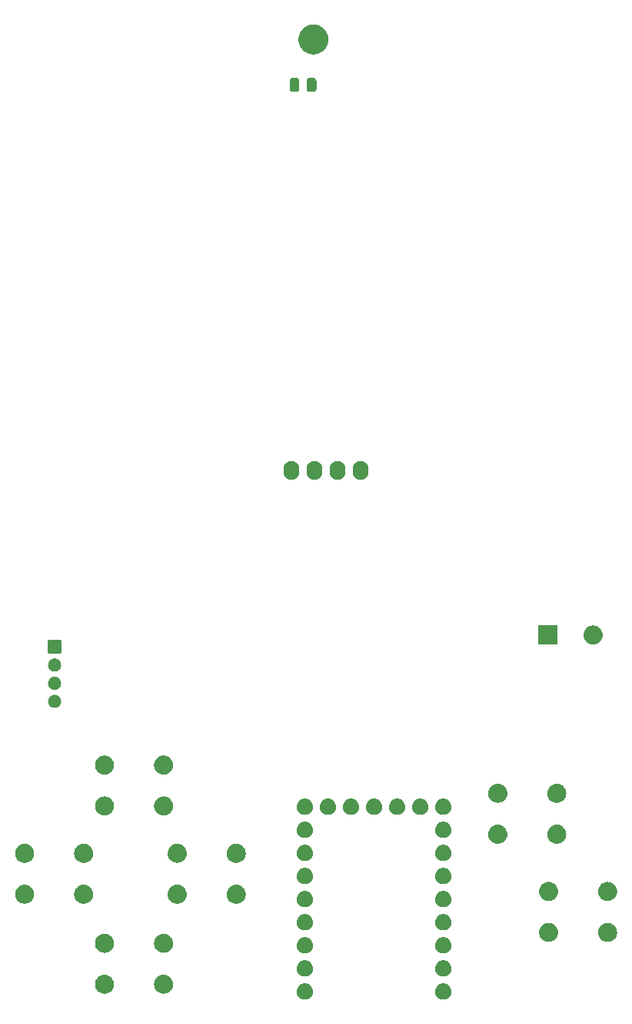
<source format=gbr>
G04 #@! TF.GenerationSoftware,KiCad,Pcbnew,8.0.5-8.0.5-0~ubuntu24.04.1*
G04 #@! TF.CreationDate,2024-10-08T07:55:03+09:00*
G04 #@! TF.ProjectId,gopher_rp2040_sw,676f7068-6572-45f7-9270-323034305f73,rev?*
G04 #@! TF.SameCoordinates,Original*
G04 #@! TF.FileFunction,Soldermask,Bot*
G04 #@! TF.FilePolarity,Negative*
%FSLAX46Y46*%
G04 Gerber Fmt 4.6, Leading zero omitted, Abs format (unit mm)*
G04 Created by KiCad (PCBNEW 8.0.5-8.0.5-0~ubuntu24.04.1) date 2024-10-08 07:55:03*
%MOMM*%
%LPD*%
G01*
G04 APERTURE LIST*
G04 APERTURE END LIST*
G36*
X111103983Y-154503936D02*
G01*
X111154180Y-154503936D01*
X111197524Y-154513149D01*
X111235659Y-154516905D01*
X111283566Y-154531437D01*
X111338424Y-154543098D01*
X111373530Y-154558728D01*
X111404566Y-154568143D01*
X111453884Y-154594504D01*
X111510500Y-154619711D01*
X111536822Y-154638835D01*
X111560232Y-154651348D01*
X111607988Y-154690540D01*
X111662887Y-154730427D01*
X111680711Y-154750223D01*
X111696675Y-154763324D01*
X111739572Y-154815594D01*
X111788924Y-154870405D01*
X111799292Y-154888363D01*
X111808651Y-154899767D01*
X111843273Y-154964542D01*
X111883104Y-155033530D01*
X111887685Y-155047630D01*
X111891856Y-155055433D01*
X111914852Y-155131242D01*
X111941311Y-155212672D01*
X111942242Y-155221532D01*
X111943094Y-155224340D01*
X111951384Y-155308513D01*
X111961000Y-155400000D01*
X111951383Y-155491494D01*
X111943094Y-155575659D01*
X111942242Y-155578466D01*
X111941311Y-155587328D01*
X111914848Y-155668771D01*
X111891856Y-155744566D01*
X111887686Y-155752366D01*
X111883104Y-155766470D01*
X111843266Y-155835470D01*
X111808651Y-155900232D01*
X111799294Y-155911633D01*
X111788924Y-155929595D01*
X111739563Y-155984415D01*
X111696675Y-156036675D01*
X111680714Y-156049773D01*
X111662887Y-156069573D01*
X111607977Y-156109467D01*
X111560232Y-156148651D01*
X111536827Y-156161161D01*
X111510500Y-156180289D01*
X111453873Y-156205500D01*
X111404566Y-156231856D01*
X111373537Y-156241268D01*
X111338424Y-156256902D01*
X111283555Y-156268564D01*
X111235659Y-156283094D01*
X111197532Y-156286849D01*
X111154180Y-156296064D01*
X111103973Y-156296064D01*
X111060000Y-156300395D01*
X111016027Y-156296064D01*
X110965820Y-156296064D01*
X110922467Y-156286849D01*
X110884340Y-156283094D01*
X110836441Y-156268563D01*
X110781576Y-156256902D01*
X110746464Y-156241269D01*
X110715433Y-156231856D01*
X110666120Y-156205498D01*
X110609500Y-156180289D01*
X110583175Y-156161163D01*
X110559767Y-156148651D01*
X110512013Y-156109460D01*
X110457113Y-156069573D01*
X110439287Y-156049776D01*
X110423324Y-156036675D01*
X110380425Y-155984402D01*
X110331076Y-155929595D01*
X110320708Y-155911637D01*
X110311348Y-155900232D01*
X110276719Y-155835447D01*
X110236896Y-155766470D01*
X110232315Y-155752371D01*
X110228143Y-155744566D01*
X110205136Y-155668725D01*
X110178689Y-155587328D01*
X110177758Y-155578471D01*
X110176905Y-155575659D01*
X110168600Y-155491342D01*
X110159000Y-155400000D01*
X110168599Y-155308664D01*
X110176905Y-155224340D01*
X110177758Y-155221527D01*
X110178689Y-155212672D01*
X110205132Y-155131288D01*
X110228143Y-155055433D01*
X110232315Y-155047626D01*
X110236896Y-155033530D01*
X110276712Y-154964565D01*
X110311348Y-154899767D01*
X110320710Y-154888359D01*
X110331076Y-154870405D01*
X110380416Y-154815607D01*
X110423324Y-154763324D01*
X110439291Y-154750219D01*
X110457113Y-154730427D01*
X110512002Y-154690546D01*
X110559767Y-154651348D01*
X110583180Y-154638833D01*
X110609500Y-154619711D01*
X110666109Y-154594506D01*
X110715433Y-154568143D01*
X110746471Y-154558727D01*
X110781576Y-154543098D01*
X110836430Y-154531438D01*
X110884340Y-154516905D01*
X110922476Y-154513148D01*
X110965820Y-154503936D01*
X111016016Y-154503936D01*
X111060000Y-154499604D01*
X111103983Y-154503936D01*
G37*
G36*
X126343983Y-154503936D02*
G01*
X126394180Y-154503936D01*
X126437524Y-154513149D01*
X126475659Y-154516905D01*
X126523566Y-154531437D01*
X126578424Y-154543098D01*
X126613530Y-154558728D01*
X126644566Y-154568143D01*
X126693884Y-154594504D01*
X126750500Y-154619711D01*
X126776822Y-154638835D01*
X126800232Y-154651348D01*
X126847988Y-154690540D01*
X126902887Y-154730427D01*
X126920711Y-154750223D01*
X126936675Y-154763324D01*
X126979572Y-154815594D01*
X127028924Y-154870405D01*
X127039292Y-154888363D01*
X127048651Y-154899767D01*
X127083273Y-154964542D01*
X127123104Y-155033530D01*
X127127685Y-155047630D01*
X127131856Y-155055433D01*
X127154852Y-155131242D01*
X127181311Y-155212672D01*
X127182242Y-155221532D01*
X127183094Y-155224340D01*
X127191384Y-155308513D01*
X127201000Y-155400000D01*
X127191383Y-155491494D01*
X127183094Y-155575659D01*
X127182242Y-155578466D01*
X127181311Y-155587328D01*
X127154848Y-155668771D01*
X127131856Y-155744566D01*
X127127686Y-155752366D01*
X127123104Y-155766470D01*
X127083266Y-155835470D01*
X127048651Y-155900232D01*
X127039294Y-155911633D01*
X127028924Y-155929595D01*
X126979563Y-155984415D01*
X126936675Y-156036675D01*
X126920714Y-156049773D01*
X126902887Y-156069573D01*
X126847977Y-156109467D01*
X126800232Y-156148651D01*
X126776827Y-156161161D01*
X126750500Y-156180289D01*
X126693873Y-156205500D01*
X126644566Y-156231856D01*
X126613537Y-156241268D01*
X126578424Y-156256902D01*
X126523555Y-156268564D01*
X126475659Y-156283094D01*
X126437532Y-156286849D01*
X126394180Y-156296064D01*
X126343973Y-156296064D01*
X126300000Y-156300395D01*
X126256027Y-156296064D01*
X126205820Y-156296064D01*
X126162467Y-156286849D01*
X126124340Y-156283094D01*
X126076441Y-156268563D01*
X126021576Y-156256902D01*
X125986464Y-156241269D01*
X125955433Y-156231856D01*
X125906120Y-156205498D01*
X125849500Y-156180289D01*
X125823175Y-156161163D01*
X125799767Y-156148651D01*
X125752013Y-156109460D01*
X125697113Y-156069573D01*
X125679287Y-156049776D01*
X125663324Y-156036675D01*
X125620425Y-155984402D01*
X125571076Y-155929595D01*
X125560708Y-155911637D01*
X125551348Y-155900232D01*
X125516719Y-155835447D01*
X125476896Y-155766470D01*
X125472315Y-155752371D01*
X125468143Y-155744566D01*
X125445136Y-155668725D01*
X125418689Y-155587328D01*
X125417758Y-155578471D01*
X125416905Y-155575659D01*
X125408600Y-155491342D01*
X125399000Y-155400000D01*
X125408599Y-155308664D01*
X125416905Y-155224340D01*
X125417758Y-155221527D01*
X125418689Y-155212672D01*
X125445132Y-155131288D01*
X125468143Y-155055433D01*
X125472315Y-155047626D01*
X125476896Y-155033530D01*
X125516712Y-154964565D01*
X125551348Y-154899767D01*
X125560710Y-154888359D01*
X125571076Y-154870405D01*
X125620416Y-154815607D01*
X125663324Y-154763324D01*
X125679291Y-154750219D01*
X125697113Y-154730427D01*
X125752002Y-154690546D01*
X125799767Y-154651348D01*
X125823180Y-154638833D01*
X125849500Y-154619711D01*
X125906109Y-154594506D01*
X125955433Y-154568143D01*
X125986471Y-154558727D01*
X126021576Y-154543098D01*
X126076430Y-154531438D01*
X126124340Y-154516905D01*
X126162476Y-154513148D01*
X126205820Y-154503936D01*
X126256016Y-154503936D01*
X126300000Y-154499604D01*
X126343983Y-154503936D01*
G37*
G36*
X89050938Y-153554017D02*
G01*
X89096923Y-153554017D01*
X89148139Y-153563590D01*
X89205040Y-153569195D01*
X89248261Y-153582306D01*
X89287474Y-153589636D01*
X89341785Y-153610676D01*
X89402200Y-153629003D01*
X89436720Y-153647454D01*
X89468232Y-153659662D01*
X89522977Y-153693559D01*
X89583904Y-153726125D01*
X89609506Y-153747136D01*
X89633048Y-153761713D01*
X89685212Y-153809267D01*
X89743169Y-153856831D01*
X89760342Y-153877757D01*
X89776301Y-153892305D01*
X89822629Y-153953653D01*
X89873875Y-154016096D01*
X89883783Y-154034634D01*
X89893122Y-154047000D01*
X89930274Y-154121613D01*
X89970997Y-154197800D01*
X89975340Y-154212117D01*
X89979528Y-154220528D01*
X90004267Y-154307476D01*
X90030805Y-154394960D01*
X90031676Y-154403811D01*
X90032577Y-154406975D01*
X90041938Y-154508002D01*
X90051000Y-154600000D01*
X90041938Y-154692005D01*
X90032577Y-154793024D01*
X90031676Y-154796187D01*
X90030805Y-154805040D01*
X90004262Y-154892538D01*
X89979528Y-154979471D01*
X89975341Y-154987879D01*
X89970997Y-155002200D01*
X89930267Y-155078399D01*
X89893122Y-155152999D01*
X89883785Y-155165362D01*
X89873875Y-155183904D01*
X89822620Y-155246357D01*
X89776301Y-155307694D01*
X89760345Y-155322238D01*
X89743169Y-155343169D01*
X89685201Y-155390741D01*
X89633048Y-155438286D01*
X89609511Y-155452859D01*
X89583904Y-155473875D01*
X89522965Y-155506447D01*
X89468232Y-155540337D01*
X89436726Y-155552542D01*
X89402200Y-155570997D01*
X89341773Y-155589327D01*
X89287474Y-155610363D01*
X89248268Y-155617691D01*
X89205040Y-155630805D01*
X89148136Y-155636409D01*
X89096923Y-155645983D01*
X89050938Y-155645983D01*
X89000000Y-155651000D01*
X88949062Y-155645983D01*
X88903077Y-155645983D01*
X88851863Y-155636409D01*
X88794960Y-155630805D01*
X88751732Y-155617692D01*
X88712525Y-155610363D01*
X88658221Y-155589325D01*
X88597800Y-155570997D01*
X88563275Y-155552543D01*
X88531767Y-155540337D01*
X88477027Y-155506443D01*
X88416096Y-155473875D01*
X88390491Y-155452861D01*
X88366951Y-155438286D01*
X88314788Y-155390733D01*
X88256831Y-155343169D01*
X88239656Y-155322242D01*
X88223698Y-155307694D01*
X88177367Y-155246342D01*
X88126125Y-155183904D01*
X88116216Y-155165366D01*
X88106877Y-155152999D01*
X88069717Y-155078372D01*
X88029003Y-155002200D01*
X88024660Y-154987884D01*
X88020471Y-154979471D01*
X87995721Y-154892485D01*
X87969195Y-154805040D01*
X87968323Y-154796192D01*
X87967422Y-154793024D01*
X87958044Y-154691833D01*
X87949000Y-154600000D01*
X87958044Y-154508173D01*
X87967422Y-154406975D01*
X87968323Y-154403805D01*
X87969195Y-154394960D01*
X87995716Y-154307529D01*
X88020471Y-154220528D01*
X88024661Y-154212112D01*
X88029003Y-154197800D01*
X88069710Y-154121641D01*
X88106877Y-154047000D01*
X88116218Y-154034629D01*
X88126125Y-154016096D01*
X88177357Y-153953668D01*
X88223698Y-153892305D01*
X88239660Y-153877753D01*
X88256831Y-153856831D01*
X88314777Y-153809275D01*
X88366951Y-153761713D01*
X88390496Y-153747134D01*
X88416096Y-153726125D01*
X88477015Y-153693563D01*
X88531767Y-153659662D01*
X88563282Y-153647452D01*
X88597800Y-153629003D01*
X88658209Y-153610677D01*
X88712525Y-153589636D01*
X88751739Y-153582305D01*
X88794960Y-153569195D01*
X88851860Y-153563590D01*
X88903077Y-153554017D01*
X88949062Y-153554017D01*
X89000000Y-153549000D01*
X89050938Y-153554017D01*
G37*
G36*
X95550938Y-153554017D02*
G01*
X95596923Y-153554017D01*
X95648139Y-153563590D01*
X95705040Y-153569195D01*
X95748261Y-153582306D01*
X95787474Y-153589636D01*
X95841785Y-153610676D01*
X95902200Y-153629003D01*
X95936720Y-153647454D01*
X95968232Y-153659662D01*
X96022977Y-153693559D01*
X96083904Y-153726125D01*
X96109506Y-153747136D01*
X96133048Y-153761713D01*
X96185212Y-153809267D01*
X96243169Y-153856831D01*
X96260342Y-153877757D01*
X96276301Y-153892305D01*
X96322629Y-153953653D01*
X96373875Y-154016096D01*
X96383783Y-154034634D01*
X96393122Y-154047000D01*
X96430274Y-154121613D01*
X96470997Y-154197800D01*
X96475340Y-154212117D01*
X96479528Y-154220528D01*
X96504267Y-154307476D01*
X96530805Y-154394960D01*
X96531676Y-154403811D01*
X96532577Y-154406975D01*
X96541938Y-154508002D01*
X96551000Y-154600000D01*
X96541938Y-154692005D01*
X96532577Y-154793024D01*
X96531676Y-154796187D01*
X96530805Y-154805040D01*
X96504262Y-154892538D01*
X96479528Y-154979471D01*
X96475341Y-154987879D01*
X96470997Y-155002200D01*
X96430267Y-155078399D01*
X96393122Y-155152999D01*
X96383785Y-155165362D01*
X96373875Y-155183904D01*
X96322620Y-155246357D01*
X96276301Y-155307694D01*
X96260345Y-155322238D01*
X96243169Y-155343169D01*
X96185201Y-155390741D01*
X96133048Y-155438286D01*
X96109511Y-155452859D01*
X96083904Y-155473875D01*
X96022965Y-155506447D01*
X95968232Y-155540337D01*
X95936726Y-155552542D01*
X95902200Y-155570997D01*
X95841773Y-155589327D01*
X95787474Y-155610363D01*
X95748268Y-155617691D01*
X95705040Y-155630805D01*
X95648136Y-155636409D01*
X95596923Y-155645983D01*
X95550938Y-155645983D01*
X95500000Y-155651000D01*
X95449062Y-155645983D01*
X95403077Y-155645983D01*
X95351863Y-155636409D01*
X95294960Y-155630805D01*
X95251732Y-155617692D01*
X95212525Y-155610363D01*
X95158221Y-155589325D01*
X95097800Y-155570997D01*
X95063275Y-155552543D01*
X95031767Y-155540337D01*
X94977027Y-155506443D01*
X94916096Y-155473875D01*
X94890491Y-155452861D01*
X94866951Y-155438286D01*
X94814788Y-155390733D01*
X94756831Y-155343169D01*
X94739656Y-155322242D01*
X94723698Y-155307694D01*
X94677367Y-155246342D01*
X94626125Y-155183904D01*
X94616216Y-155165366D01*
X94606877Y-155152999D01*
X94569717Y-155078372D01*
X94529003Y-155002200D01*
X94524660Y-154987884D01*
X94520471Y-154979471D01*
X94495721Y-154892485D01*
X94469195Y-154805040D01*
X94468323Y-154796192D01*
X94467422Y-154793024D01*
X94458044Y-154691833D01*
X94449000Y-154600000D01*
X94458044Y-154508173D01*
X94467422Y-154406975D01*
X94468323Y-154403805D01*
X94469195Y-154394960D01*
X94495716Y-154307529D01*
X94520471Y-154220528D01*
X94524661Y-154212112D01*
X94529003Y-154197800D01*
X94569710Y-154121641D01*
X94606877Y-154047000D01*
X94616218Y-154034629D01*
X94626125Y-154016096D01*
X94677357Y-153953668D01*
X94723698Y-153892305D01*
X94739660Y-153877753D01*
X94756831Y-153856831D01*
X94814777Y-153809275D01*
X94866951Y-153761713D01*
X94890496Y-153747134D01*
X94916096Y-153726125D01*
X94977015Y-153693563D01*
X95031767Y-153659662D01*
X95063282Y-153647452D01*
X95097800Y-153629003D01*
X95158209Y-153610677D01*
X95212525Y-153589636D01*
X95251739Y-153582305D01*
X95294960Y-153569195D01*
X95351860Y-153563590D01*
X95403077Y-153554017D01*
X95449062Y-153554017D01*
X95500000Y-153549000D01*
X95550938Y-153554017D01*
G37*
G36*
X111103983Y-151963936D02*
G01*
X111154180Y-151963936D01*
X111197524Y-151973149D01*
X111235659Y-151976905D01*
X111283566Y-151991437D01*
X111338424Y-152003098D01*
X111373530Y-152018728D01*
X111404566Y-152028143D01*
X111453884Y-152054504D01*
X111510500Y-152079711D01*
X111536822Y-152098835D01*
X111560232Y-152111348D01*
X111607988Y-152150540D01*
X111662887Y-152190427D01*
X111680711Y-152210223D01*
X111696675Y-152223324D01*
X111739572Y-152275594D01*
X111788924Y-152330405D01*
X111799292Y-152348363D01*
X111808651Y-152359767D01*
X111843273Y-152424542D01*
X111883104Y-152493530D01*
X111887685Y-152507630D01*
X111891856Y-152515433D01*
X111914852Y-152591242D01*
X111941311Y-152672672D01*
X111942242Y-152681532D01*
X111943094Y-152684340D01*
X111951384Y-152768513D01*
X111961000Y-152860000D01*
X111951383Y-152951494D01*
X111943094Y-153035659D01*
X111942242Y-153038466D01*
X111941311Y-153047328D01*
X111914848Y-153128771D01*
X111891856Y-153204566D01*
X111887686Y-153212366D01*
X111883104Y-153226470D01*
X111843266Y-153295470D01*
X111808651Y-153360232D01*
X111799294Y-153371633D01*
X111788924Y-153389595D01*
X111739563Y-153444415D01*
X111696675Y-153496675D01*
X111680714Y-153509773D01*
X111662887Y-153529573D01*
X111607977Y-153569467D01*
X111560232Y-153608651D01*
X111536827Y-153621161D01*
X111510500Y-153640289D01*
X111453873Y-153665500D01*
X111404566Y-153691856D01*
X111373537Y-153701268D01*
X111338424Y-153716902D01*
X111283555Y-153728564D01*
X111235659Y-153743094D01*
X111197532Y-153746849D01*
X111154180Y-153756064D01*
X111103973Y-153756064D01*
X111060000Y-153760395D01*
X111016027Y-153756064D01*
X110965820Y-153756064D01*
X110922467Y-153746849D01*
X110884340Y-153743094D01*
X110836441Y-153728563D01*
X110781576Y-153716902D01*
X110746464Y-153701269D01*
X110715433Y-153691856D01*
X110666120Y-153665498D01*
X110609500Y-153640289D01*
X110583175Y-153621163D01*
X110559767Y-153608651D01*
X110512013Y-153569460D01*
X110457113Y-153529573D01*
X110439287Y-153509776D01*
X110423324Y-153496675D01*
X110380425Y-153444402D01*
X110331076Y-153389595D01*
X110320708Y-153371637D01*
X110311348Y-153360232D01*
X110276719Y-153295447D01*
X110236896Y-153226470D01*
X110232315Y-153212371D01*
X110228143Y-153204566D01*
X110205136Y-153128725D01*
X110178689Y-153047328D01*
X110177758Y-153038471D01*
X110176905Y-153035659D01*
X110168600Y-152951342D01*
X110159000Y-152860000D01*
X110168599Y-152768664D01*
X110176905Y-152684340D01*
X110177758Y-152681527D01*
X110178689Y-152672672D01*
X110205132Y-152591288D01*
X110228143Y-152515433D01*
X110232315Y-152507626D01*
X110236896Y-152493530D01*
X110276712Y-152424565D01*
X110311348Y-152359767D01*
X110320710Y-152348359D01*
X110331076Y-152330405D01*
X110380416Y-152275607D01*
X110423324Y-152223324D01*
X110439291Y-152210219D01*
X110457113Y-152190427D01*
X110512002Y-152150546D01*
X110559767Y-152111348D01*
X110583180Y-152098833D01*
X110609500Y-152079711D01*
X110666109Y-152054506D01*
X110715433Y-152028143D01*
X110746471Y-152018727D01*
X110781576Y-152003098D01*
X110836430Y-151991438D01*
X110884340Y-151976905D01*
X110922476Y-151973148D01*
X110965820Y-151963936D01*
X111016016Y-151963936D01*
X111060000Y-151959604D01*
X111103983Y-151963936D01*
G37*
G36*
X126343983Y-151963936D02*
G01*
X126394180Y-151963936D01*
X126437524Y-151973149D01*
X126475659Y-151976905D01*
X126523566Y-151991437D01*
X126578424Y-152003098D01*
X126613530Y-152018728D01*
X126644566Y-152028143D01*
X126693884Y-152054504D01*
X126750500Y-152079711D01*
X126776822Y-152098835D01*
X126800232Y-152111348D01*
X126847988Y-152150540D01*
X126902887Y-152190427D01*
X126920711Y-152210223D01*
X126936675Y-152223324D01*
X126979572Y-152275594D01*
X127028924Y-152330405D01*
X127039292Y-152348363D01*
X127048651Y-152359767D01*
X127083273Y-152424542D01*
X127123104Y-152493530D01*
X127127685Y-152507630D01*
X127131856Y-152515433D01*
X127154852Y-152591242D01*
X127181311Y-152672672D01*
X127182242Y-152681532D01*
X127183094Y-152684340D01*
X127191384Y-152768513D01*
X127201000Y-152860000D01*
X127191383Y-152951494D01*
X127183094Y-153035659D01*
X127182242Y-153038466D01*
X127181311Y-153047328D01*
X127154848Y-153128771D01*
X127131856Y-153204566D01*
X127127686Y-153212366D01*
X127123104Y-153226470D01*
X127083266Y-153295470D01*
X127048651Y-153360232D01*
X127039294Y-153371633D01*
X127028924Y-153389595D01*
X126979563Y-153444415D01*
X126936675Y-153496675D01*
X126920714Y-153509773D01*
X126902887Y-153529573D01*
X126847977Y-153569467D01*
X126800232Y-153608651D01*
X126776827Y-153621161D01*
X126750500Y-153640289D01*
X126693873Y-153665500D01*
X126644566Y-153691856D01*
X126613537Y-153701268D01*
X126578424Y-153716902D01*
X126523555Y-153728564D01*
X126475659Y-153743094D01*
X126437532Y-153746849D01*
X126394180Y-153756064D01*
X126343973Y-153756064D01*
X126300000Y-153760395D01*
X126256027Y-153756064D01*
X126205820Y-153756064D01*
X126162467Y-153746849D01*
X126124340Y-153743094D01*
X126076441Y-153728563D01*
X126021576Y-153716902D01*
X125986464Y-153701269D01*
X125955433Y-153691856D01*
X125906120Y-153665498D01*
X125849500Y-153640289D01*
X125823175Y-153621163D01*
X125799767Y-153608651D01*
X125752013Y-153569460D01*
X125697113Y-153529573D01*
X125679287Y-153509776D01*
X125663324Y-153496675D01*
X125620425Y-153444402D01*
X125571076Y-153389595D01*
X125560708Y-153371637D01*
X125551348Y-153360232D01*
X125516719Y-153295447D01*
X125476896Y-153226470D01*
X125472315Y-153212371D01*
X125468143Y-153204566D01*
X125445136Y-153128725D01*
X125418689Y-153047328D01*
X125417758Y-153038471D01*
X125416905Y-153035659D01*
X125408600Y-152951342D01*
X125399000Y-152860000D01*
X125408599Y-152768664D01*
X125416905Y-152684340D01*
X125417758Y-152681527D01*
X125418689Y-152672672D01*
X125445132Y-152591288D01*
X125468143Y-152515433D01*
X125472315Y-152507626D01*
X125476896Y-152493530D01*
X125516712Y-152424565D01*
X125551348Y-152359767D01*
X125560710Y-152348359D01*
X125571076Y-152330405D01*
X125620416Y-152275607D01*
X125663324Y-152223324D01*
X125679291Y-152210219D01*
X125697113Y-152190427D01*
X125752002Y-152150546D01*
X125799767Y-152111348D01*
X125823180Y-152098833D01*
X125849500Y-152079711D01*
X125906109Y-152054506D01*
X125955433Y-152028143D01*
X125986471Y-152018727D01*
X126021576Y-152003098D01*
X126076430Y-151991438D01*
X126124340Y-151976905D01*
X126162476Y-151973148D01*
X126205820Y-151963936D01*
X126256016Y-151963936D01*
X126300000Y-151959604D01*
X126343983Y-151963936D01*
G37*
G36*
X111103983Y-149423936D02*
G01*
X111154180Y-149423936D01*
X111197524Y-149433149D01*
X111235659Y-149436905D01*
X111283566Y-149451437D01*
X111338424Y-149463098D01*
X111373530Y-149478728D01*
X111404566Y-149488143D01*
X111453884Y-149514504D01*
X111510500Y-149539711D01*
X111536822Y-149558835D01*
X111560232Y-149571348D01*
X111607988Y-149610540D01*
X111662887Y-149650427D01*
X111680711Y-149670223D01*
X111696675Y-149683324D01*
X111739572Y-149735594D01*
X111788924Y-149790405D01*
X111799292Y-149808363D01*
X111808651Y-149819767D01*
X111843273Y-149884542D01*
X111883104Y-149953530D01*
X111887685Y-149967630D01*
X111891856Y-149975433D01*
X111914852Y-150051242D01*
X111941311Y-150132672D01*
X111942242Y-150141532D01*
X111943094Y-150144340D01*
X111951384Y-150228513D01*
X111961000Y-150320000D01*
X111951383Y-150411494D01*
X111943094Y-150495659D01*
X111942242Y-150498466D01*
X111941311Y-150507328D01*
X111914848Y-150588771D01*
X111891856Y-150664566D01*
X111887686Y-150672366D01*
X111883104Y-150686470D01*
X111843266Y-150755470D01*
X111808651Y-150820232D01*
X111799294Y-150831633D01*
X111788924Y-150849595D01*
X111739563Y-150904415D01*
X111696675Y-150956675D01*
X111680714Y-150969773D01*
X111662887Y-150989573D01*
X111607977Y-151029467D01*
X111560232Y-151068651D01*
X111536827Y-151081161D01*
X111510500Y-151100289D01*
X111453873Y-151125500D01*
X111404566Y-151151856D01*
X111373537Y-151161268D01*
X111338424Y-151176902D01*
X111283555Y-151188564D01*
X111235659Y-151203094D01*
X111197532Y-151206849D01*
X111154180Y-151216064D01*
X111103973Y-151216064D01*
X111060000Y-151220395D01*
X111016027Y-151216064D01*
X110965820Y-151216064D01*
X110922467Y-151206849D01*
X110884340Y-151203094D01*
X110836441Y-151188563D01*
X110781576Y-151176902D01*
X110746464Y-151161269D01*
X110715433Y-151151856D01*
X110666120Y-151125498D01*
X110609500Y-151100289D01*
X110583175Y-151081163D01*
X110559767Y-151068651D01*
X110512013Y-151029460D01*
X110457113Y-150989573D01*
X110439287Y-150969776D01*
X110423324Y-150956675D01*
X110380425Y-150904402D01*
X110331076Y-150849595D01*
X110320708Y-150831637D01*
X110311348Y-150820232D01*
X110276719Y-150755447D01*
X110236896Y-150686470D01*
X110232315Y-150672371D01*
X110228143Y-150664566D01*
X110205136Y-150588725D01*
X110178689Y-150507328D01*
X110177758Y-150498471D01*
X110176905Y-150495659D01*
X110168600Y-150411342D01*
X110159000Y-150320000D01*
X110168599Y-150228664D01*
X110176905Y-150144340D01*
X110177758Y-150141527D01*
X110178689Y-150132672D01*
X110205132Y-150051288D01*
X110228143Y-149975433D01*
X110232315Y-149967626D01*
X110236896Y-149953530D01*
X110276712Y-149884565D01*
X110311348Y-149819767D01*
X110320710Y-149808359D01*
X110331076Y-149790405D01*
X110380416Y-149735607D01*
X110423324Y-149683324D01*
X110439291Y-149670219D01*
X110457113Y-149650427D01*
X110512002Y-149610546D01*
X110559767Y-149571348D01*
X110583180Y-149558833D01*
X110609500Y-149539711D01*
X110666109Y-149514506D01*
X110715433Y-149488143D01*
X110746471Y-149478727D01*
X110781576Y-149463098D01*
X110836430Y-149451438D01*
X110884340Y-149436905D01*
X110922476Y-149433148D01*
X110965820Y-149423936D01*
X111016016Y-149423936D01*
X111060000Y-149419604D01*
X111103983Y-149423936D01*
G37*
G36*
X126343983Y-149423936D02*
G01*
X126394180Y-149423936D01*
X126437524Y-149433149D01*
X126475659Y-149436905D01*
X126523566Y-149451437D01*
X126578424Y-149463098D01*
X126613530Y-149478728D01*
X126644566Y-149488143D01*
X126693884Y-149514504D01*
X126750500Y-149539711D01*
X126776822Y-149558835D01*
X126800232Y-149571348D01*
X126847988Y-149610540D01*
X126902887Y-149650427D01*
X126920711Y-149670223D01*
X126936675Y-149683324D01*
X126979572Y-149735594D01*
X127028924Y-149790405D01*
X127039292Y-149808363D01*
X127048651Y-149819767D01*
X127083273Y-149884542D01*
X127123104Y-149953530D01*
X127127685Y-149967630D01*
X127131856Y-149975433D01*
X127154852Y-150051242D01*
X127181311Y-150132672D01*
X127182242Y-150141532D01*
X127183094Y-150144340D01*
X127191384Y-150228513D01*
X127201000Y-150320000D01*
X127191383Y-150411494D01*
X127183094Y-150495659D01*
X127182242Y-150498466D01*
X127181311Y-150507328D01*
X127154848Y-150588771D01*
X127131856Y-150664566D01*
X127127686Y-150672366D01*
X127123104Y-150686470D01*
X127083266Y-150755470D01*
X127048651Y-150820232D01*
X127039294Y-150831633D01*
X127028924Y-150849595D01*
X126979563Y-150904415D01*
X126936675Y-150956675D01*
X126920714Y-150969773D01*
X126902887Y-150989573D01*
X126847977Y-151029467D01*
X126800232Y-151068651D01*
X126776827Y-151081161D01*
X126750500Y-151100289D01*
X126693873Y-151125500D01*
X126644566Y-151151856D01*
X126613537Y-151161268D01*
X126578424Y-151176902D01*
X126523555Y-151188564D01*
X126475659Y-151203094D01*
X126437532Y-151206849D01*
X126394180Y-151216064D01*
X126343973Y-151216064D01*
X126300000Y-151220395D01*
X126256027Y-151216064D01*
X126205820Y-151216064D01*
X126162467Y-151206849D01*
X126124340Y-151203094D01*
X126076441Y-151188563D01*
X126021576Y-151176902D01*
X125986464Y-151161269D01*
X125955433Y-151151856D01*
X125906120Y-151125498D01*
X125849500Y-151100289D01*
X125823175Y-151081163D01*
X125799767Y-151068651D01*
X125752013Y-151029460D01*
X125697113Y-150989573D01*
X125679287Y-150969776D01*
X125663324Y-150956675D01*
X125620425Y-150904402D01*
X125571076Y-150849595D01*
X125560708Y-150831637D01*
X125551348Y-150820232D01*
X125516719Y-150755447D01*
X125476896Y-150686470D01*
X125472315Y-150672371D01*
X125468143Y-150664566D01*
X125445136Y-150588725D01*
X125418689Y-150507328D01*
X125417758Y-150498471D01*
X125416905Y-150495659D01*
X125408600Y-150411342D01*
X125399000Y-150320000D01*
X125408599Y-150228664D01*
X125416905Y-150144340D01*
X125417758Y-150141527D01*
X125418689Y-150132672D01*
X125445132Y-150051288D01*
X125468143Y-149975433D01*
X125472315Y-149967626D01*
X125476896Y-149953530D01*
X125516712Y-149884565D01*
X125551348Y-149819767D01*
X125560710Y-149808359D01*
X125571076Y-149790405D01*
X125620416Y-149735607D01*
X125663324Y-149683324D01*
X125679291Y-149670219D01*
X125697113Y-149650427D01*
X125752002Y-149610546D01*
X125799767Y-149571348D01*
X125823180Y-149558833D01*
X125849500Y-149539711D01*
X125906109Y-149514506D01*
X125955433Y-149488143D01*
X125986471Y-149478727D01*
X126021576Y-149463098D01*
X126076430Y-149451438D01*
X126124340Y-149436905D01*
X126162476Y-149433148D01*
X126205820Y-149423936D01*
X126256016Y-149423936D01*
X126300000Y-149419604D01*
X126343983Y-149423936D01*
G37*
G36*
X89050938Y-149054017D02*
G01*
X89096923Y-149054017D01*
X89148139Y-149063590D01*
X89205040Y-149069195D01*
X89248261Y-149082306D01*
X89287474Y-149089636D01*
X89341785Y-149110676D01*
X89402200Y-149129003D01*
X89436720Y-149147454D01*
X89468232Y-149159662D01*
X89522977Y-149193559D01*
X89583904Y-149226125D01*
X89609506Y-149247136D01*
X89633048Y-149261713D01*
X89685212Y-149309267D01*
X89743169Y-149356831D01*
X89760342Y-149377757D01*
X89776301Y-149392305D01*
X89822629Y-149453653D01*
X89873875Y-149516096D01*
X89883783Y-149534634D01*
X89893122Y-149547000D01*
X89930274Y-149621613D01*
X89970997Y-149697800D01*
X89975340Y-149712117D01*
X89979528Y-149720528D01*
X90004267Y-149807476D01*
X90030805Y-149894960D01*
X90031676Y-149903811D01*
X90032577Y-149906975D01*
X90041938Y-150008002D01*
X90051000Y-150100000D01*
X90041938Y-150192005D01*
X90032577Y-150293024D01*
X90031676Y-150296187D01*
X90030805Y-150305040D01*
X90004262Y-150392538D01*
X89979528Y-150479471D01*
X89975341Y-150487879D01*
X89970997Y-150502200D01*
X89930267Y-150578399D01*
X89893122Y-150652999D01*
X89883785Y-150665362D01*
X89873875Y-150683904D01*
X89822620Y-150746357D01*
X89776301Y-150807694D01*
X89760345Y-150822238D01*
X89743169Y-150843169D01*
X89685201Y-150890741D01*
X89633048Y-150938286D01*
X89609511Y-150952859D01*
X89583904Y-150973875D01*
X89522965Y-151006447D01*
X89468232Y-151040337D01*
X89436726Y-151052542D01*
X89402200Y-151070997D01*
X89341773Y-151089327D01*
X89287474Y-151110363D01*
X89248268Y-151117691D01*
X89205040Y-151130805D01*
X89148136Y-151136409D01*
X89096923Y-151145983D01*
X89050938Y-151145983D01*
X89000000Y-151151000D01*
X88949062Y-151145983D01*
X88903077Y-151145983D01*
X88851863Y-151136409D01*
X88794960Y-151130805D01*
X88751732Y-151117692D01*
X88712525Y-151110363D01*
X88658221Y-151089325D01*
X88597800Y-151070997D01*
X88563275Y-151052543D01*
X88531767Y-151040337D01*
X88477027Y-151006443D01*
X88416096Y-150973875D01*
X88390491Y-150952861D01*
X88366951Y-150938286D01*
X88314788Y-150890733D01*
X88256831Y-150843169D01*
X88239656Y-150822242D01*
X88223698Y-150807694D01*
X88177367Y-150746342D01*
X88126125Y-150683904D01*
X88116216Y-150665366D01*
X88106877Y-150652999D01*
X88069717Y-150578372D01*
X88029003Y-150502200D01*
X88024660Y-150487884D01*
X88020471Y-150479471D01*
X87995721Y-150392485D01*
X87969195Y-150305040D01*
X87968323Y-150296192D01*
X87967422Y-150293024D01*
X87958044Y-150191833D01*
X87949000Y-150100000D01*
X87958044Y-150008173D01*
X87967422Y-149906975D01*
X87968323Y-149903805D01*
X87969195Y-149894960D01*
X87995716Y-149807529D01*
X88020471Y-149720528D01*
X88024661Y-149712112D01*
X88029003Y-149697800D01*
X88069710Y-149621641D01*
X88106877Y-149547000D01*
X88116218Y-149534629D01*
X88126125Y-149516096D01*
X88177357Y-149453668D01*
X88223698Y-149392305D01*
X88239660Y-149377753D01*
X88256831Y-149356831D01*
X88314777Y-149309275D01*
X88366951Y-149261713D01*
X88390496Y-149247134D01*
X88416096Y-149226125D01*
X88477015Y-149193563D01*
X88531767Y-149159662D01*
X88563282Y-149147452D01*
X88597800Y-149129003D01*
X88658209Y-149110677D01*
X88712525Y-149089636D01*
X88751739Y-149082305D01*
X88794960Y-149069195D01*
X88851860Y-149063590D01*
X88903077Y-149054017D01*
X88949062Y-149054017D01*
X89000000Y-149049000D01*
X89050938Y-149054017D01*
G37*
G36*
X95550938Y-149054017D02*
G01*
X95596923Y-149054017D01*
X95648139Y-149063590D01*
X95705040Y-149069195D01*
X95748261Y-149082306D01*
X95787474Y-149089636D01*
X95841785Y-149110676D01*
X95902200Y-149129003D01*
X95936720Y-149147454D01*
X95968232Y-149159662D01*
X96022977Y-149193559D01*
X96083904Y-149226125D01*
X96109506Y-149247136D01*
X96133048Y-149261713D01*
X96185212Y-149309267D01*
X96243169Y-149356831D01*
X96260342Y-149377757D01*
X96276301Y-149392305D01*
X96322629Y-149453653D01*
X96373875Y-149516096D01*
X96383783Y-149534634D01*
X96393122Y-149547000D01*
X96430274Y-149621613D01*
X96470997Y-149697800D01*
X96475340Y-149712117D01*
X96479528Y-149720528D01*
X96504267Y-149807476D01*
X96530805Y-149894960D01*
X96531676Y-149903811D01*
X96532577Y-149906975D01*
X96541938Y-150008002D01*
X96551000Y-150100000D01*
X96541938Y-150192005D01*
X96532577Y-150293024D01*
X96531676Y-150296187D01*
X96530805Y-150305040D01*
X96504262Y-150392538D01*
X96479528Y-150479471D01*
X96475341Y-150487879D01*
X96470997Y-150502200D01*
X96430267Y-150578399D01*
X96393122Y-150652999D01*
X96383785Y-150665362D01*
X96373875Y-150683904D01*
X96322620Y-150746357D01*
X96276301Y-150807694D01*
X96260345Y-150822238D01*
X96243169Y-150843169D01*
X96185201Y-150890741D01*
X96133048Y-150938286D01*
X96109511Y-150952859D01*
X96083904Y-150973875D01*
X96022965Y-151006447D01*
X95968232Y-151040337D01*
X95936726Y-151052542D01*
X95902200Y-151070997D01*
X95841773Y-151089327D01*
X95787474Y-151110363D01*
X95748268Y-151117691D01*
X95705040Y-151130805D01*
X95648136Y-151136409D01*
X95596923Y-151145983D01*
X95550938Y-151145983D01*
X95500000Y-151151000D01*
X95449062Y-151145983D01*
X95403077Y-151145983D01*
X95351863Y-151136409D01*
X95294960Y-151130805D01*
X95251732Y-151117692D01*
X95212525Y-151110363D01*
X95158221Y-151089325D01*
X95097800Y-151070997D01*
X95063275Y-151052543D01*
X95031767Y-151040337D01*
X94977027Y-151006443D01*
X94916096Y-150973875D01*
X94890491Y-150952861D01*
X94866951Y-150938286D01*
X94814788Y-150890733D01*
X94756831Y-150843169D01*
X94739656Y-150822242D01*
X94723698Y-150807694D01*
X94677367Y-150746342D01*
X94626125Y-150683904D01*
X94616216Y-150665366D01*
X94606877Y-150652999D01*
X94569717Y-150578372D01*
X94529003Y-150502200D01*
X94524660Y-150487884D01*
X94520471Y-150479471D01*
X94495721Y-150392485D01*
X94469195Y-150305040D01*
X94468323Y-150296192D01*
X94467422Y-150293024D01*
X94458044Y-150191833D01*
X94449000Y-150100000D01*
X94458044Y-150008173D01*
X94467422Y-149906975D01*
X94468323Y-149903805D01*
X94469195Y-149894960D01*
X94495716Y-149807529D01*
X94520471Y-149720528D01*
X94524661Y-149712112D01*
X94529003Y-149697800D01*
X94569710Y-149621641D01*
X94606877Y-149547000D01*
X94616218Y-149534629D01*
X94626125Y-149516096D01*
X94677357Y-149453668D01*
X94723698Y-149392305D01*
X94739660Y-149377753D01*
X94756831Y-149356831D01*
X94814777Y-149309275D01*
X94866951Y-149261713D01*
X94890496Y-149247134D01*
X94916096Y-149226125D01*
X94977015Y-149193563D01*
X95031767Y-149159662D01*
X95063282Y-149147452D01*
X95097800Y-149129003D01*
X95158209Y-149110677D01*
X95212525Y-149089636D01*
X95251739Y-149082305D01*
X95294960Y-149069195D01*
X95351860Y-149063590D01*
X95403077Y-149054017D01*
X95449062Y-149054017D01*
X95500000Y-149049000D01*
X95550938Y-149054017D01*
G37*
G36*
X137950938Y-147854017D02*
G01*
X137996923Y-147854017D01*
X138048139Y-147863590D01*
X138105040Y-147869195D01*
X138148261Y-147882306D01*
X138187474Y-147889636D01*
X138241785Y-147910676D01*
X138302200Y-147929003D01*
X138336720Y-147947454D01*
X138368232Y-147959662D01*
X138422977Y-147993559D01*
X138483904Y-148026125D01*
X138509506Y-148047136D01*
X138533048Y-148061713D01*
X138585212Y-148109267D01*
X138643169Y-148156831D01*
X138660342Y-148177757D01*
X138676301Y-148192305D01*
X138722629Y-148253653D01*
X138773875Y-148316096D01*
X138783783Y-148334634D01*
X138793122Y-148347000D01*
X138830274Y-148421613D01*
X138870997Y-148497800D01*
X138875340Y-148512117D01*
X138879528Y-148520528D01*
X138904267Y-148607476D01*
X138930805Y-148694960D01*
X138931676Y-148703811D01*
X138932577Y-148706975D01*
X138941938Y-148808002D01*
X138951000Y-148900000D01*
X138941938Y-148992005D01*
X138932577Y-149093024D01*
X138931676Y-149096187D01*
X138930805Y-149105040D01*
X138904262Y-149192538D01*
X138879528Y-149279471D01*
X138875341Y-149287879D01*
X138870997Y-149302200D01*
X138830267Y-149378399D01*
X138793122Y-149452999D01*
X138783785Y-149465362D01*
X138773875Y-149483904D01*
X138722620Y-149546357D01*
X138676301Y-149607694D01*
X138660345Y-149622238D01*
X138643169Y-149643169D01*
X138585201Y-149690741D01*
X138533048Y-149738286D01*
X138509511Y-149752859D01*
X138483904Y-149773875D01*
X138422965Y-149806447D01*
X138368232Y-149840337D01*
X138336726Y-149852542D01*
X138302200Y-149870997D01*
X138241773Y-149889327D01*
X138187474Y-149910363D01*
X138148268Y-149917691D01*
X138105040Y-149930805D01*
X138048136Y-149936409D01*
X137996923Y-149945983D01*
X137950938Y-149945983D01*
X137900000Y-149951000D01*
X137849062Y-149945983D01*
X137803077Y-149945983D01*
X137751863Y-149936409D01*
X137694960Y-149930805D01*
X137651732Y-149917692D01*
X137612525Y-149910363D01*
X137558221Y-149889325D01*
X137497800Y-149870997D01*
X137463275Y-149852543D01*
X137431767Y-149840337D01*
X137377027Y-149806443D01*
X137316096Y-149773875D01*
X137290491Y-149752861D01*
X137266951Y-149738286D01*
X137214788Y-149690733D01*
X137156831Y-149643169D01*
X137139656Y-149622242D01*
X137123698Y-149607694D01*
X137077367Y-149546342D01*
X137026125Y-149483904D01*
X137016216Y-149465366D01*
X137006877Y-149452999D01*
X136969717Y-149378372D01*
X136929003Y-149302200D01*
X136924660Y-149287884D01*
X136920471Y-149279471D01*
X136895721Y-149192485D01*
X136869195Y-149105040D01*
X136868323Y-149096192D01*
X136867422Y-149093024D01*
X136858044Y-148991833D01*
X136849000Y-148900000D01*
X136858044Y-148808173D01*
X136867422Y-148706975D01*
X136868323Y-148703805D01*
X136869195Y-148694960D01*
X136895716Y-148607529D01*
X136920471Y-148520528D01*
X136924661Y-148512112D01*
X136929003Y-148497800D01*
X136969710Y-148421641D01*
X137006877Y-148347000D01*
X137016218Y-148334629D01*
X137026125Y-148316096D01*
X137077357Y-148253668D01*
X137123698Y-148192305D01*
X137139660Y-148177753D01*
X137156831Y-148156831D01*
X137214777Y-148109275D01*
X137266951Y-148061713D01*
X137290496Y-148047134D01*
X137316096Y-148026125D01*
X137377015Y-147993563D01*
X137431767Y-147959662D01*
X137463282Y-147947452D01*
X137497800Y-147929003D01*
X137558209Y-147910677D01*
X137612525Y-147889636D01*
X137651739Y-147882305D01*
X137694960Y-147869195D01*
X137751860Y-147863590D01*
X137803077Y-147854017D01*
X137849062Y-147854017D01*
X137900000Y-147849000D01*
X137950938Y-147854017D01*
G37*
G36*
X144450938Y-147854017D02*
G01*
X144496923Y-147854017D01*
X144548139Y-147863590D01*
X144605040Y-147869195D01*
X144648261Y-147882306D01*
X144687474Y-147889636D01*
X144741785Y-147910676D01*
X144802200Y-147929003D01*
X144836720Y-147947454D01*
X144868232Y-147959662D01*
X144922977Y-147993559D01*
X144983904Y-148026125D01*
X145009506Y-148047136D01*
X145033048Y-148061713D01*
X145085212Y-148109267D01*
X145143169Y-148156831D01*
X145160342Y-148177757D01*
X145176301Y-148192305D01*
X145222629Y-148253653D01*
X145273875Y-148316096D01*
X145283783Y-148334634D01*
X145293122Y-148347000D01*
X145330274Y-148421613D01*
X145370997Y-148497800D01*
X145375340Y-148512117D01*
X145379528Y-148520528D01*
X145404267Y-148607476D01*
X145430805Y-148694960D01*
X145431676Y-148703811D01*
X145432577Y-148706975D01*
X145441938Y-148808002D01*
X145451000Y-148900000D01*
X145441938Y-148992005D01*
X145432577Y-149093024D01*
X145431676Y-149096187D01*
X145430805Y-149105040D01*
X145404262Y-149192538D01*
X145379528Y-149279471D01*
X145375341Y-149287879D01*
X145370997Y-149302200D01*
X145330267Y-149378399D01*
X145293122Y-149452999D01*
X145283785Y-149465362D01*
X145273875Y-149483904D01*
X145222620Y-149546357D01*
X145176301Y-149607694D01*
X145160345Y-149622238D01*
X145143169Y-149643169D01*
X145085201Y-149690741D01*
X145033048Y-149738286D01*
X145009511Y-149752859D01*
X144983904Y-149773875D01*
X144922965Y-149806447D01*
X144868232Y-149840337D01*
X144836726Y-149852542D01*
X144802200Y-149870997D01*
X144741773Y-149889327D01*
X144687474Y-149910363D01*
X144648268Y-149917691D01*
X144605040Y-149930805D01*
X144548136Y-149936409D01*
X144496923Y-149945983D01*
X144450938Y-149945983D01*
X144400000Y-149951000D01*
X144349062Y-149945983D01*
X144303077Y-149945983D01*
X144251863Y-149936409D01*
X144194960Y-149930805D01*
X144151732Y-149917692D01*
X144112525Y-149910363D01*
X144058221Y-149889325D01*
X143997800Y-149870997D01*
X143963275Y-149852543D01*
X143931767Y-149840337D01*
X143877027Y-149806443D01*
X143816096Y-149773875D01*
X143790491Y-149752861D01*
X143766951Y-149738286D01*
X143714788Y-149690733D01*
X143656831Y-149643169D01*
X143639656Y-149622242D01*
X143623698Y-149607694D01*
X143577367Y-149546342D01*
X143526125Y-149483904D01*
X143516216Y-149465366D01*
X143506877Y-149452999D01*
X143469717Y-149378372D01*
X143429003Y-149302200D01*
X143424660Y-149287884D01*
X143420471Y-149279471D01*
X143395721Y-149192485D01*
X143369195Y-149105040D01*
X143368323Y-149096192D01*
X143367422Y-149093024D01*
X143358044Y-148991833D01*
X143349000Y-148900000D01*
X143358044Y-148808173D01*
X143367422Y-148706975D01*
X143368323Y-148703805D01*
X143369195Y-148694960D01*
X143395716Y-148607529D01*
X143420471Y-148520528D01*
X143424661Y-148512112D01*
X143429003Y-148497800D01*
X143469710Y-148421641D01*
X143506877Y-148347000D01*
X143516218Y-148334629D01*
X143526125Y-148316096D01*
X143577357Y-148253668D01*
X143623698Y-148192305D01*
X143639660Y-148177753D01*
X143656831Y-148156831D01*
X143714777Y-148109275D01*
X143766951Y-148061713D01*
X143790496Y-148047134D01*
X143816096Y-148026125D01*
X143877015Y-147993563D01*
X143931767Y-147959662D01*
X143963282Y-147947452D01*
X143997800Y-147929003D01*
X144058209Y-147910677D01*
X144112525Y-147889636D01*
X144151739Y-147882305D01*
X144194960Y-147869195D01*
X144251860Y-147863590D01*
X144303077Y-147854017D01*
X144349062Y-147854017D01*
X144400000Y-147849000D01*
X144450938Y-147854017D01*
G37*
G36*
X111103983Y-146883936D02*
G01*
X111154180Y-146883936D01*
X111197524Y-146893149D01*
X111235659Y-146896905D01*
X111283566Y-146911437D01*
X111338424Y-146923098D01*
X111373530Y-146938728D01*
X111404566Y-146948143D01*
X111453884Y-146974504D01*
X111510500Y-146999711D01*
X111536822Y-147018835D01*
X111560232Y-147031348D01*
X111607988Y-147070540D01*
X111662887Y-147110427D01*
X111680711Y-147130223D01*
X111696675Y-147143324D01*
X111739572Y-147195594D01*
X111788924Y-147250405D01*
X111799292Y-147268363D01*
X111808651Y-147279767D01*
X111843273Y-147344542D01*
X111883104Y-147413530D01*
X111887685Y-147427630D01*
X111891856Y-147435433D01*
X111914852Y-147511242D01*
X111941311Y-147592672D01*
X111942242Y-147601532D01*
X111943094Y-147604340D01*
X111951384Y-147688513D01*
X111961000Y-147780000D01*
X111951383Y-147871494D01*
X111943094Y-147955659D01*
X111942242Y-147958466D01*
X111941311Y-147967328D01*
X111914848Y-148048771D01*
X111891856Y-148124566D01*
X111887686Y-148132366D01*
X111883104Y-148146470D01*
X111843266Y-148215470D01*
X111808651Y-148280232D01*
X111799294Y-148291633D01*
X111788924Y-148309595D01*
X111739563Y-148364415D01*
X111696675Y-148416675D01*
X111680714Y-148429773D01*
X111662887Y-148449573D01*
X111607977Y-148489467D01*
X111560232Y-148528651D01*
X111536827Y-148541161D01*
X111510500Y-148560289D01*
X111453873Y-148585500D01*
X111404566Y-148611856D01*
X111373537Y-148621268D01*
X111338424Y-148636902D01*
X111283555Y-148648564D01*
X111235659Y-148663094D01*
X111197532Y-148666849D01*
X111154180Y-148676064D01*
X111103973Y-148676064D01*
X111060000Y-148680395D01*
X111016027Y-148676064D01*
X110965820Y-148676064D01*
X110922467Y-148666849D01*
X110884340Y-148663094D01*
X110836441Y-148648563D01*
X110781576Y-148636902D01*
X110746464Y-148621269D01*
X110715433Y-148611856D01*
X110666120Y-148585498D01*
X110609500Y-148560289D01*
X110583175Y-148541163D01*
X110559767Y-148528651D01*
X110512013Y-148489460D01*
X110457113Y-148449573D01*
X110439287Y-148429776D01*
X110423324Y-148416675D01*
X110380425Y-148364402D01*
X110331076Y-148309595D01*
X110320708Y-148291637D01*
X110311348Y-148280232D01*
X110276719Y-148215447D01*
X110236896Y-148146470D01*
X110232315Y-148132371D01*
X110228143Y-148124566D01*
X110205136Y-148048725D01*
X110178689Y-147967328D01*
X110177758Y-147958471D01*
X110176905Y-147955659D01*
X110168600Y-147871342D01*
X110159000Y-147780000D01*
X110168599Y-147688664D01*
X110176905Y-147604340D01*
X110177758Y-147601527D01*
X110178689Y-147592672D01*
X110205132Y-147511288D01*
X110228143Y-147435433D01*
X110232315Y-147427626D01*
X110236896Y-147413530D01*
X110276712Y-147344565D01*
X110311348Y-147279767D01*
X110320710Y-147268359D01*
X110331076Y-147250405D01*
X110380416Y-147195607D01*
X110423324Y-147143324D01*
X110439291Y-147130219D01*
X110457113Y-147110427D01*
X110512002Y-147070546D01*
X110559767Y-147031348D01*
X110583180Y-147018833D01*
X110609500Y-146999711D01*
X110666109Y-146974506D01*
X110715433Y-146948143D01*
X110746471Y-146938727D01*
X110781576Y-146923098D01*
X110836430Y-146911438D01*
X110884340Y-146896905D01*
X110922476Y-146893148D01*
X110965820Y-146883936D01*
X111016016Y-146883936D01*
X111060000Y-146879604D01*
X111103983Y-146883936D01*
G37*
G36*
X126343983Y-146883936D02*
G01*
X126394180Y-146883936D01*
X126437524Y-146893149D01*
X126475659Y-146896905D01*
X126523566Y-146911437D01*
X126578424Y-146923098D01*
X126613530Y-146938728D01*
X126644566Y-146948143D01*
X126693884Y-146974504D01*
X126750500Y-146999711D01*
X126776822Y-147018835D01*
X126800232Y-147031348D01*
X126847988Y-147070540D01*
X126902887Y-147110427D01*
X126920711Y-147130223D01*
X126936675Y-147143324D01*
X126979572Y-147195594D01*
X127028924Y-147250405D01*
X127039292Y-147268363D01*
X127048651Y-147279767D01*
X127083273Y-147344542D01*
X127123104Y-147413530D01*
X127127685Y-147427630D01*
X127131856Y-147435433D01*
X127154852Y-147511242D01*
X127181311Y-147592672D01*
X127182242Y-147601532D01*
X127183094Y-147604340D01*
X127191384Y-147688513D01*
X127201000Y-147780000D01*
X127191383Y-147871494D01*
X127183094Y-147955659D01*
X127182242Y-147958466D01*
X127181311Y-147967328D01*
X127154848Y-148048771D01*
X127131856Y-148124566D01*
X127127686Y-148132366D01*
X127123104Y-148146470D01*
X127083266Y-148215470D01*
X127048651Y-148280232D01*
X127039294Y-148291633D01*
X127028924Y-148309595D01*
X126979563Y-148364415D01*
X126936675Y-148416675D01*
X126920714Y-148429773D01*
X126902887Y-148449573D01*
X126847977Y-148489467D01*
X126800232Y-148528651D01*
X126776827Y-148541161D01*
X126750500Y-148560289D01*
X126693873Y-148585500D01*
X126644566Y-148611856D01*
X126613537Y-148621268D01*
X126578424Y-148636902D01*
X126523555Y-148648564D01*
X126475659Y-148663094D01*
X126437532Y-148666849D01*
X126394180Y-148676064D01*
X126343973Y-148676064D01*
X126300000Y-148680395D01*
X126256027Y-148676064D01*
X126205820Y-148676064D01*
X126162467Y-148666849D01*
X126124340Y-148663094D01*
X126076441Y-148648563D01*
X126021576Y-148636902D01*
X125986464Y-148621269D01*
X125955433Y-148611856D01*
X125906120Y-148585498D01*
X125849500Y-148560289D01*
X125823175Y-148541163D01*
X125799767Y-148528651D01*
X125752013Y-148489460D01*
X125697113Y-148449573D01*
X125679287Y-148429776D01*
X125663324Y-148416675D01*
X125620425Y-148364402D01*
X125571076Y-148309595D01*
X125560708Y-148291637D01*
X125551348Y-148280232D01*
X125516719Y-148215447D01*
X125476896Y-148146470D01*
X125472315Y-148132371D01*
X125468143Y-148124566D01*
X125445136Y-148048725D01*
X125418689Y-147967328D01*
X125417758Y-147958471D01*
X125416905Y-147955659D01*
X125408600Y-147871342D01*
X125399000Y-147780000D01*
X125408599Y-147688664D01*
X125416905Y-147604340D01*
X125417758Y-147601527D01*
X125418689Y-147592672D01*
X125445132Y-147511288D01*
X125468143Y-147435433D01*
X125472315Y-147427626D01*
X125476896Y-147413530D01*
X125516712Y-147344565D01*
X125551348Y-147279767D01*
X125560710Y-147268359D01*
X125571076Y-147250405D01*
X125620416Y-147195607D01*
X125663324Y-147143324D01*
X125679291Y-147130219D01*
X125697113Y-147110427D01*
X125752002Y-147070546D01*
X125799767Y-147031348D01*
X125823180Y-147018833D01*
X125849500Y-146999711D01*
X125906109Y-146974506D01*
X125955433Y-146948143D01*
X125986471Y-146938727D01*
X126021576Y-146923098D01*
X126076430Y-146911438D01*
X126124340Y-146896905D01*
X126162476Y-146893148D01*
X126205820Y-146883936D01*
X126256016Y-146883936D01*
X126300000Y-146879604D01*
X126343983Y-146883936D01*
G37*
G36*
X111103983Y-144343936D02*
G01*
X111154180Y-144343936D01*
X111197524Y-144353149D01*
X111235659Y-144356905D01*
X111283566Y-144371437D01*
X111338424Y-144383098D01*
X111373530Y-144398728D01*
X111404566Y-144408143D01*
X111453884Y-144434504D01*
X111510500Y-144459711D01*
X111536822Y-144478835D01*
X111560232Y-144491348D01*
X111607988Y-144530540D01*
X111662887Y-144570427D01*
X111680711Y-144590223D01*
X111696675Y-144603324D01*
X111739572Y-144655594D01*
X111788924Y-144710405D01*
X111799292Y-144728363D01*
X111808651Y-144739767D01*
X111843273Y-144804542D01*
X111883104Y-144873530D01*
X111887685Y-144887630D01*
X111891856Y-144895433D01*
X111914852Y-144971242D01*
X111941311Y-145052672D01*
X111942242Y-145061532D01*
X111943094Y-145064340D01*
X111951384Y-145148513D01*
X111961000Y-145240000D01*
X111951383Y-145331494D01*
X111943094Y-145415659D01*
X111942242Y-145418466D01*
X111941311Y-145427328D01*
X111914848Y-145508771D01*
X111891856Y-145584566D01*
X111887686Y-145592366D01*
X111883104Y-145606470D01*
X111843266Y-145675470D01*
X111808651Y-145740232D01*
X111799294Y-145751633D01*
X111788924Y-145769595D01*
X111739563Y-145824415D01*
X111696675Y-145876675D01*
X111680714Y-145889773D01*
X111662887Y-145909573D01*
X111607977Y-145949467D01*
X111560232Y-145988651D01*
X111536827Y-146001161D01*
X111510500Y-146020289D01*
X111453873Y-146045500D01*
X111404566Y-146071856D01*
X111373537Y-146081268D01*
X111338424Y-146096902D01*
X111283555Y-146108564D01*
X111235659Y-146123094D01*
X111197532Y-146126849D01*
X111154180Y-146136064D01*
X111103973Y-146136064D01*
X111060000Y-146140395D01*
X111016027Y-146136064D01*
X110965820Y-146136064D01*
X110922467Y-146126849D01*
X110884340Y-146123094D01*
X110836441Y-146108563D01*
X110781576Y-146096902D01*
X110746464Y-146081269D01*
X110715433Y-146071856D01*
X110666120Y-146045498D01*
X110609500Y-146020289D01*
X110583175Y-146001163D01*
X110559767Y-145988651D01*
X110512013Y-145949460D01*
X110457113Y-145909573D01*
X110439287Y-145889776D01*
X110423324Y-145876675D01*
X110380425Y-145824402D01*
X110331076Y-145769595D01*
X110320708Y-145751637D01*
X110311348Y-145740232D01*
X110276719Y-145675447D01*
X110236896Y-145606470D01*
X110232315Y-145592371D01*
X110228143Y-145584566D01*
X110205136Y-145508725D01*
X110178689Y-145427328D01*
X110177758Y-145418471D01*
X110176905Y-145415659D01*
X110168600Y-145331342D01*
X110159000Y-145240000D01*
X110168599Y-145148664D01*
X110176905Y-145064340D01*
X110177758Y-145061527D01*
X110178689Y-145052672D01*
X110205132Y-144971288D01*
X110228143Y-144895433D01*
X110232315Y-144887626D01*
X110236896Y-144873530D01*
X110276712Y-144804565D01*
X110311348Y-144739767D01*
X110320710Y-144728359D01*
X110331076Y-144710405D01*
X110380416Y-144655607D01*
X110423324Y-144603324D01*
X110439291Y-144590219D01*
X110457113Y-144570427D01*
X110512002Y-144530546D01*
X110559767Y-144491348D01*
X110583180Y-144478833D01*
X110609500Y-144459711D01*
X110666109Y-144434506D01*
X110715433Y-144408143D01*
X110746471Y-144398727D01*
X110781576Y-144383098D01*
X110836430Y-144371438D01*
X110884340Y-144356905D01*
X110922476Y-144353148D01*
X110965820Y-144343936D01*
X111016016Y-144343936D01*
X111060000Y-144339604D01*
X111103983Y-144343936D01*
G37*
G36*
X126343983Y-144343936D02*
G01*
X126394180Y-144343936D01*
X126437524Y-144353149D01*
X126475659Y-144356905D01*
X126523566Y-144371437D01*
X126578424Y-144383098D01*
X126613530Y-144398728D01*
X126644566Y-144408143D01*
X126693884Y-144434504D01*
X126750500Y-144459711D01*
X126776822Y-144478835D01*
X126800232Y-144491348D01*
X126847988Y-144530540D01*
X126902887Y-144570427D01*
X126920711Y-144590223D01*
X126936675Y-144603324D01*
X126979572Y-144655594D01*
X127028924Y-144710405D01*
X127039292Y-144728363D01*
X127048651Y-144739767D01*
X127083273Y-144804542D01*
X127123104Y-144873530D01*
X127127685Y-144887630D01*
X127131856Y-144895433D01*
X127154852Y-144971242D01*
X127181311Y-145052672D01*
X127182242Y-145061532D01*
X127183094Y-145064340D01*
X127191384Y-145148513D01*
X127201000Y-145240000D01*
X127191383Y-145331494D01*
X127183094Y-145415659D01*
X127182242Y-145418466D01*
X127181311Y-145427328D01*
X127154848Y-145508771D01*
X127131856Y-145584566D01*
X127127686Y-145592366D01*
X127123104Y-145606470D01*
X127083266Y-145675470D01*
X127048651Y-145740232D01*
X127039294Y-145751633D01*
X127028924Y-145769595D01*
X126979563Y-145824415D01*
X126936675Y-145876675D01*
X126920714Y-145889773D01*
X126902887Y-145909573D01*
X126847977Y-145949467D01*
X126800232Y-145988651D01*
X126776827Y-146001161D01*
X126750500Y-146020289D01*
X126693873Y-146045500D01*
X126644566Y-146071856D01*
X126613537Y-146081268D01*
X126578424Y-146096902D01*
X126523555Y-146108564D01*
X126475659Y-146123094D01*
X126437532Y-146126849D01*
X126394180Y-146136064D01*
X126343973Y-146136064D01*
X126300000Y-146140395D01*
X126256027Y-146136064D01*
X126205820Y-146136064D01*
X126162467Y-146126849D01*
X126124340Y-146123094D01*
X126076441Y-146108563D01*
X126021576Y-146096902D01*
X125986464Y-146081269D01*
X125955433Y-146071856D01*
X125906120Y-146045498D01*
X125849500Y-146020289D01*
X125823175Y-146001163D01*
X125799767Y-145988651D01*
X125752013Y-145949460D01*
X125697113Y-145909573D01*
X125679287Y-145889776D01*
X125663324Y-145876675D01*
X125620425Y-145824402D01*
X125571076Y-145769595D01*
X125560708Y-145751637D01*
X125551348Y-145740232D01*
X125516719Y-145675447D01*
X125476896Y-145606470D01*
X125472315Y-145592371D01*
X125468143Y-145584566D01*
X125445136Y-145508725D01*
X125418689Y-145427328D01*
X125417758Y-145418471D01*
X125416905Y-145415659D01*
X125408600Y-145331342D01*
X125399000Y-145240000D01*
X125408599Y-145148664D01*
X125416905Y-145064340D01*
X125417758Y-145061527D01*
X125418689Y-145052672D01*
X125445132Y-144971288D01*
X125468143Y-144895433D01*
X125472315Y-144887626D01*
X125476896Y-144873530D01*
X125516712Y-144804565D01*
X125551348Y-144739767D01*
X125560710Y-144728359D01*
X125571076Y-144710405D01*
X125620416Y-144655607D01*
X125663324Y-144603324D01*
X125679291Y-144590219D01*
X125697113Y-144570427D01*
X125752002Y-144530546D01*
X125799767Y-144491348D01*
X125823180Y-144478833D01*
X125849500Y-144459711D01*
X125906109Y-144434506D01*
X125955433Y-144408143D01*
X125986471Y-144398727D01*
X126021576Y-144383098D01*
X126076430Y-144371438D01*
X126124340Y-144356905D01*
X126162476Y-144353148D01*
X126205820Y-144343936D01*
X126256016Y-144343936D01*
X126300000Y-144339604D01*
X126343983Y-144343936D01*
G37*
G36*
X80250938Y-143654017D02*
G01*
X80296923Y-143654017D01*
X80348139Y-143663590D01*
X80405040Y-143669195D01*
X80448261Y-143682306D01*
X80487474Y-143689636D01*
X80541785Y-143710676D01*
X80602200Y-143729003D01*
X80636720Y-143747454D01*
X80668232Y-143759662D01*
X80722977Y-143793559D01*
X80783904Y-143826125D01*
X80809506Y-143847136D01*
X80833048Y-143861713D01*
X80885212Y-143909267D01*
X80943169Y-143956831D01*
X80960342Y-143977757D01*
X80976301Y-143992305D01*
X81022629Y-144053653D01*
X81073875Y-144116096D01*
X81083783Y-144134634D01*
X81093122Y-144147000D01*
X81130274Y-144221613D01*
X81170997Y-144297800D01*
X81175340Y-144312117D01*
X81179528Y-144320528D01*
X81204267Y-144407476D01*
X81230805Y-144494960D01*
X81231676Y-144503811D01*
X81232577Y-144506975D01*
X81241938Y-144608002D01*
X81251000Y-144700000D01*
X81241938Y-144792005D01*
X81232577Y-144893024D01*
X81231676Y-144896187D01*
X81230805Y-144905040D01*
X81204262Y-144992538D01*
X81179528Y-145079471D01*
X81175341Y-145087879D01*
X81170997Y-145102200D01*
X81130267Y-145178399D01*
X81093122Y-145252999D01*
X81083785Y-145265362D01*
X81073875Y-145283904D01*
X81022620Y-145346357D01*
X80976301Y-145407694D01*
X80960345Y-145422238D01*
X80943169Y-145443169D01*
X80885201Y-145490741D01*
X80833048Y-145538286D01*
X80809511Y-145552859D01*
X80783904Y-145573875D01*
X80722965Y-145606447D01*
X80668232Y-145640337D01*
X80636726Y-145652542D01*
X80602200Y-145670997D01*
X80541773Y-145689327D01*
X80487474Y-145710363D01*
X80448268Y-145717691D01*
X80405040Y-145730805D01*
X80348136Y-145736409D01*
X80296923Y-145745983D01*
X80250938Y-145745983D01*
X80200000Y-145751000D01*
X80149062Y-145745983D01*
X80103077Y-145745983D01*
X80051863Y-145736409D01*
X79994960Y-145730805D01*
X79951732Y-145717692D01*
X79912525Y-145710363D01*
X79858221Y-145689325D01*
X79797800Y-145670997D01*
X79763275Y-145652543D01*
X79731767Y-145640337D01*
X79677027Y-145606443D01*
X79616096Y-145573875D01*
X79590491Y-145552861D01*
X79566951Y-145538286D01*
X79514788Y-145490733D01*
X79456831Y-145443169D01*
X79439656Y-145422242D01*
X79423698Y-145407694D01*
X79377367Y-145346342D01*
X79326125Y-145283904D01*
X79316216Y-145265366D01*
X79306877Y-145252999D01*
X79269717Y-145178372D01*
X79229003Y-145102200D01*
X79224660Y-145087884D01*
X79220471Y-145079471D01*
X79195721Y-144992485D01*
X79169195Y-144905040D01*
X79168323Y-144896192D01*
X79167422Y-144893024D01*
X79158044Y-144791833D01*
X79149000Y-144700000D01*
X79158044Y-144608173D01*
X79167422Y-144506975D01*
X79168323Y-144503805D01*
X79169195Y-144494960D01*
X79195716Y-144407529D01*
X79220471Y-144320528D01*
X79224661Y-144312112D01*
X79229003Y-144297800D01*
X79269710Y-144221641D01*
X79306877Y-144147000D01*
X79316218Y-144134629D01*
X79326125Y-144116096D01*
X79377357Y-144053668D01*
X79423698Y-143992305D01*
X79439660Y-143977753D01*
X79456831Y-143956831D01*
X79514777Y-143909275D01*
X79566951Y-143861713D01*
X79590496Y-143847134D01*
X79616096Y-143826125D01*
X79677015Y-143793563D01*
X79731767Y-143759662D01*
X79763282Y-143747452D01*
X79797800Y-143729003D01*
X79858209Y-143710677D01*
X79912525Y-143689636D01*
X79951739Y-143682305D01*
X79994960Y-143669195D01*
X80051860Y-143663590D01*
X80103077Y-143654017D01*
X80149062Y-143654017D01*
X80200000Y-143649000D01*
X80250938Y-143654017D01*
G37*
G36*
X86750938Y-143654017D02*
G01*
X86796923Y-143654017D01*
X86848139Y-143663590D01*
X86905040Y-143669195D01*
X86948261Y-143682306D01*
X86987474Y-143689636D01*
X87041785Y-143710676D01*
X87102200Y-143729003D01*
X87136720Y-143747454D01*
X87168232Y-143759662D01*
X87222977Y-143793559D01*
X87283904Y-143826125D01*
X87309506Y-143847136D01*
X87333048Y-143861713D01*
X87385212Y-143909267D01*
X87443169Y-143956831D01*
X87460342Y-143977757D01*
X87476301Y-143992305D01*
X87522629Y-144053653D01*
X87573875Y-144116096D01*
X87583783Y-144134634D01*
X87593122Y-144147000D01*
X87630274Y-144221613D01*
X87670997Y-144297800D01*
X87675340Y-144312117D01*
X87679528Y-144320528D01*
X87704267Y-144407476D01*
X87730805Y-144494960D01*
X87731676Y-144503811D01*
X87732577Y-144506975D01*
X87741938Y-144608002D01*
X87751000Y-144700000D01*
X87741938Y-144792005D01*
X87732577Y-144893024D01*
X87731676Y-144896187D01*
X87730805Y-144905040D01*
X87704262Y-144992538D01*
X87679528Y-145079471D01*
X87675341Y-145087879D01*
X87670997Y-145102200D01*
X87630267Y-145178399D01*
X87593122Y-145252999D01*
X87583785Y-145265362D01*
X87573875Y-145283904D01*
X87522620Y-145346357D01*
X87476301Y-145407694D01*
X87460345Y-145422238D01*
X87443169Y-145443169D01*
X87385201Y-145490741D01*
X87333048Y-145538286D01*
X87309511Y-145552859D01*
X87283904Y-145573875D01*
X87222965Y-145606447D01*
X87168232Y-145640337D01*
X87136726Y-145652542D01*
X87102200Y-145670997D01*
X87041773Y-145689327D01*
X86987474Y-145710363D01*
X86948268Y-145717691D01*
X86905040Y-145730805D01*
X86848136Y-145736409D01*
X86796923Y-145745983D01*
X86750938Y-145745983D01*
X86700000Y-145751000D01*
X86649062Y-145745983D01*
X86603077Y-145745983D01*
X86551863Y-145736409D01*
X86494960Y-145730805D01*
X86451732Y-145717692D01*
X86412525Y-145710363D01*
X86358221Y-145689325D01*
X86297800Y-145670997D01*
X86263275Y-145652543D01*
X86231767Y-145640337D01*
X86177027Y-145606443D01*
X86116096Y-145573875D01*
X86090491Y-145552861D01*
X86066951Y-145538286D01*
X86014788Y-145490733D01*
X85956831Y-145443169D01*
X85939656Y-145422242D01*
X85923698Y-145407694D01*
X85877367Y-145346342D01*
X85826125Y-145283904D01*
X85816216Y-145265366D01*
X85806877Y-145252999D01*
X85769717Y-145178372D01*
X85729003Y-145102200D01*
X85724660Y-145087884D01*
X85720471Y-145079471D01*
X85695721Y-144992485D01*
X85669195Y-144905040D01*
X85668323Y-144896192D01*
X85667422Y-144893024D01*
X85658044Y-144791833D01*
X85649000Y-144700000D01*
X85658044Y-144608173D01*
X85667422Y-144506975D01*
X85668323Y-144503805D01*
X85669195Y-144494960D01*
X85695716Y-144407529D01*
X85720471Y-144320528D01*
X85724661Y-144312112D01*
X85729003Y-144297800D01*
X85769710Y-144221641D01*
X85806877Y-144147000D01*
X85816218Y-144134629D01*
X85826125Y-144116096D01*
X85877357Y-144053668D01*
X85923698Y-143992305D01*
X85939660Y-143977753D01*
X85956831Y-143956831D01*
X86014777Y-143909275D01*
X86066951Y-143861713D01*
X86090496Y-143847134D01*
X86116096Y-143826125D01*
X86177015Y-143793563D01*
X86231767Y-143759662D01*
X86263282Y-143747452D01*
X86297800Y-143729003D01*
X86358209Y-143710677D01*
X86412525Y-143689636D01*
X86451739Y-143682305D01*
X86494960Y-143669195D01*
X86551860Y-143663590D01*
X86603077Y-143654017D01*
X86649062Y-143654017D01*
X86700000Y-143649000D01*
X86750938Y-143654017D01*
G37*
G36*
X97050938Y-143654017D02*
G01*
X97096923Y-143654017D01*
X97148139Y-143663590D01*
X97205040Y-143669195D01*
X97248261Y-143682306D01*
X97287474Y-143689636D01*
X97341785Y-143710676D01*
X97402200Y-143729003D01*
X97436720Y-143747454D01*
X97468232Y-143759662D01*
X97522977Y-143793559D01*
X97583904Y-143826125D01*
X97609506Y-143847136D01*
X97633048Y-143861713D01*
X97685212Y-143909267D01*
X97743169Y-143956831D01*
X97760342Y-143977757D01*
X97776301Y-143992305D01*
X97822629Y-144053653D01*
X97873875Y-144116096D01*
X97883783Y-144134634D01*
X97893122Y-144147000D01*
X97930274Y-144221613D01*
X97970997Y-144297800D01*
X97975340Y-144312117D01*
X97979528Y-144320528D01*
X98004267Y-144407476D01*
X98030805Y-144494960D01*
X98031676Y-144503811D01*
X98032577Y-144506975D01*
X98041938Y-144608002D01*
X98051000Y-144700000D01*
X98041938Y-144792005D01*
X98032577Y-144893024D01*
X98031676Y-144896187D01*
X98030805Y-144905040D01*
X98004262Y-144992538D01*
X97979528Y-145079471D01*
X97975341Y-145087879D01*
X97970997Y-145102200D01*
X97930267Y-145178399D01*
X97893122Y-145252999D01*
X97883785Y-145265362D01*
X97873875Y-145283904D01*
X97822620Y-145346357D01*
X97776301Y-145407694D01*
X97760345Y-145422238D01*
X97743169Y-145443169D01*
X97685201Y-145490741D01*
X97633048Y-145538286D01*
X97609511Y-145552859D01*
X97583904Y-145573875D01*
X97522965Y-145606447D01*
X97468232Y-145640337D01*
X97436726Y-145652542D01*
X97402200Y-145670997D01*
X97341773Y-145689327D01*
X97287474Y-145710363D01*
X97248268Y-145717691D01*
X97205040Y-145730805D01*
X97148136Y-145736409D01*
X97096923Y-145745983D01*
X97050938Y-145745983D01*
X97000000Y-145751000D01*
X96949062Y-145745983D01*
X96903077Y-145745983D01*
X96851863Y-145736409D01*
X96794960Y-145730805D01*
X96751732Y-145717692D01*
X96712525Y-145710363D01*
X96658221Y-145689325D01*
X96597800Y-145670997D01*
X96563275Y-145652543D01*
X96531767Y-145640337D01*
X96477027Y-145606443D01*
X96416096Y-145573875D01*
X96390491Y-145552861D01*
X96366951Y-145538286D01*
X96314788Y-145490733D01*
X96256831Y-145443169D01*
X96239656Y-145422242D01*
X96223698Y-145407694D01*
X96177367Y-145346342D01*
X96126125Y-145283904D01*
X96116216Y-145265366D01*
X96106877Y-145252999D01*
X96069717Y-145178372D01*
X96029003Y-145102200D01*
X96024660Y-145087884D01*
X96020471Y-145079471D01*
X95995721Y-144992485D01*
X95969195Y-144905040D01*
X95968323Y-144896192D01*
X95967422Y-144893024D01*
X95958044Y-144791833D01*
X95949000Y-144700000D01*
X95958044Y-144608173D01*
X95967422Y-144506975D01*
X95968323Y-144503805D01*
X95969195Y-144494960D01*
X95995716Y-144407529D01*
X96020471Y-144320528D01*
X96024661Y-144312112D01*
X96029003Y-144297800D01*
X96069710Y-144221641D01*
X96106877Y-144147000D01*
X96116218Y-144134629D01*
X96126125Y-144116096D01*
X96177357Y-144053668D01*
X96223698Y-143992305D01*
X96239660Y-143977753D01*
X96256831Y-143956831D01*
X96314777Y-143909275D01*
X96366951Y-143861713D01*
X96390496Y-143847134D01*
X96416096Y-143826125D01*
X96477015Y-143793563D01*
X96531767Y-143759662D01*
X96563282Y-143747452D01*
X96597800Y-143729003D01*
X96658209Y-143710677D01*
X96712525Y-143689636D01*
X96751739Y-143682305D01*
X96794960Y-143669195D01*
X96851860Y-143663590D01*
X96903077Y-143654017D01*
X96949062Y-143654017D01*
X97000000Y-143649000D01*
X97050938Y-143654017D01*
G37*
G36*
X103550938Y-143654017D02*
G01*
X103596923Y-143654017D01*
X103648139Y-143663590D01*
X103705040Y-143669195D01*
X103748261Y-143682306D01*
X103787474Y-143689636D01*
X103841785Y-143710676D01*
X103902200Y-143729003D01*
X103936720Y-143747454D01*
X103968232Y-143759662D01*
X104022977Y-143793559D01*
X104083904Y-143826125D01*
X104109506Y-143847136D01*
X104133048Y-143861713D01*
X104185212Y-143909267D01*
X104243169Y-143956831D01*
X104260342Y-143977757D01*
X104276301Y-143992305D01*
X104322629Y-144053653D01*
X104373875Y-144116096D01*
X104383783Y-144134634D01*
X104393122Y-144147000D01*
X104430274Y-144221613D01*
X104470997Y-144297800D01*
X104475340Y-144312117D01*
X104479528Y-144320528D01*
X104504267Y-144407476D01*
X104530805Y-144494960D01*
X104531676Y-144503811D01*
X104532577Y-144506975D01*
X104541938Y-144608002D01*
X104551000Y-144700000D01*
X104541938Y-144792005D01*
X104532577Y-144893024D01*
X104531676Y-144896187D01*
X104530805Y-144905040D01*
X104504262Y-144992538D01*
X104479528Y-145079471D01*
X104475341Y-145087879D01*
X104470997Y-145102200D01*
X104430267Y-145178399D01*
X104393122Y-145252999D01*
X104383785Y-145265362D01*
X104373875Y-145283904D01*
X104322620Y-145346357D01*
X104276301Y-145407694D01*
X104260345Y-145422238D01*
X104243169Y-145443169D01*
X104185201Y-145490741D01*
X104133048Y-145538286D01*
X104109511Y-145552859D01*
X104083904Y-145573875D01*
X104022965Y-145606447D01*
X103968232Y-145640337D01*
X103936726Y-145652542D01*
X103902200Y-145670997D01*
X103841773Y-145689327D01*
X103787474Y-145710363D01*
X103748268Y-145717691D01*
X103705040Y-145730805D01*
X103648136Y-145736409D01*
X103596923Y-145745983D01*
X103550938Y-145745983D01*
X103500000Y-145751000D01*
X103449062Y-145745983D01*
X103403077Y-145745983D01*
X103351863Y-145736409D01*
X103294960Y-145730805D01*
X103251732Y-145717692D01*
X103212525Y-145710363D01*
X103158221Y-145689325D01*
X103097800Y-145670997D01*
X103063275Y-145652543D01*
X103031767Y-145640337D01*
X102977027Y-145606443D01*
X102916096Y-145573875D01*
X102890491Y-145552861D01*
X102866951Y-145538286D01*
X102814788Y-145490733D01*
X102756831Y-145443169D01*
X102739656Y-145422242D01*
X102723698Y-145407694D01*
X102677367Y-145346342D01*
X102626125Y-145283904D01*
X102616216Y-145265366D01*
X102606877Y-145252999D01*
X102569717Y-145178372D01*
X102529003Y-145102200D01*
X102524660Y-145087884D01*
X102520471Y-145079471D01*
X102495721Y-144992485D01*
X102469195Y-144905040D01*
X102468323Y-144896192D01*
X102467422Y-144893024D01*
X102458044Y-144791833D01*
X102449000Y-144700000D01*
X102458044Y-144608173D01*
X102467422Y-144506975D01*
X102468323Y-144503805D01*
X102469195Y-144494960D01*
X102495716Y-144407529D01*
X102520471Y-144320528D01*
X102524661Y-144312112D01*
X102529003Y-144297800D01*
X102569710Y-144221641D01*
X102606877Y-144147000D01*
X102616218Y-144134629D01*
X102626125Y-144116096D01*
X102677357Y-144053668D01*
X102723698Y-143992305D01*
X102739660Y-143977753D01*
X102756831Y-143956831D01*
X102814777Y-143909275D01*
X102866951Y-143861713D01*
X102890496Y-143847134D01*
X102916096Y-143826125D01*
X102977015Y-143793563D01*
X103031767Y-143759662D01*
X103063282Y-143747452D01*
X103097800Y-143729003D01*
X103158209Y-143710677D01*
X103212525Y-143689636D01*
X103251739Y-143682305D01*
X103294960Y-143669195D01*
X103351860Y-143663590D01*
X103403077Y-143654017D01*
X103449062Y-143654017D01*
X103500000Y-143649000D01*
X103550938Y-143654017D01*
G37*
G36*
X137950938Y-143354017D02*
G01*
X137996923Y-143354017D01*
X138048139Y-143363590D01*
X138105040Y-143369195D01*
X138148261Y-143382306D01*
X138187474Y-143389636D01*
X138241785Y-143410676D01*
X138302200Y-143429003D01*
X138336720Y-143447454D01*
X138368232Y-143459662D01*
X138422977Y-143493559D01*
X138483904Y-143526125D01*
X138509506Y-143547136D01*
X138533048Y-143561713D01*
X138585212Y-143609267D01*
X138643169Y-143656831D01*
X138660342Y-143677757D01*
X138676301Y-143692305D01*
X138722629Y-143753653D01*
X138773875Y-143816096D01*
X138783783Y-143834634D01*
X138793122Y-143847000D01*
X138830274Y-143921613D01*
X138870997Y-143997800D01*
X138875340Y-144012117D01*
X138879528Y-144020528D01*
X138904267Y-144107476D01*
X138930805Y-144194960D01*
X138931676Y-144203811D01*
X138932577Y-144206975D01*
X138941938Y-144308002D01*
X138951000Y-144400000D01*
X138941938Y-144492005D01*
X138932577Y-144593024D01*
X138931676Y-144596187D01*
X138930805Y-144605040D01*
X138904262Y-144692538D01*
X138879528Y-144779471D01*
X138875341Y-144787879D01*
X138870997Y-144802200D01*
X138830267Y-144878399D01*
X138793122Y-144952999D01*
X138783785Y-144965362D01*
X138773875Y-144983904D01*
X138722620Y-145046357D01*
X138676301Y-145107694D01*
X138660345Y-145122238D01*
X138643169Y-145143169D01*
X138585201Y-145190741D01*
X138533048Y-145238286D01*
X138509511Y-145252859D01*
X138483904Y-145273875D01*
X138422965Y-145306447D01*
X138368232Y-145340337D01*
X138336726Y-145352542D01*
X138302200Y-145370997D01*
X138241773Y-145389327D01*
X138187474Y-145410363D01*
X138148268Y-145417691D01*
X138105040Y-145430805D01*
X138048136Y-145436409D01*
X137996923Y-145445983D01*
X137950938Y-145445983D01*
X137900000Y-145451000D01*
X137849062Y-145445983D01*
X137803077Y-145445983D01*
X137751863Y-145436409D01*
X137694960Y-145430805D01*
X137651732Y-145417692D01*
X137612525Y-145410363D01*
X137558221Y-145389325D01*
X137497800Y-145370997D01*
X137463275Y-145352543D01*
X137431767Y-145340337D01*
X137377027Y-145306443D01*
X137316096Y-145273875D01*
X137290491Y-145252861D01*
X137266951Y-145238286D01*
X137214788Y-145190733D01*
X137156831Y-145143169D01*
X137139656Y-145122242D01*
X137123698Y-145107694D01*
X137077367Y-145046342D01*
X137026125Y-144983904D01*
X137016216Y-144965366D01*
X137006877Y-144952999D01*
X136969717Y-144878372D01*
X136929003Y-144802200D01*
X136924660Y-144787884D01*
X136920471Y-144779471D01*
X136895721Y-144692485D01*
X136869195Y-144605040D01*
X136868323Y-144596192D01*
X136867422Y-144593024D01*
X136858044Y-144491833D01*
X136849000Y-144400000D01*
X136858044Y-144308173D01*
X136867422Y-144206975D01*
X136868323Y-144203805D01*
X136869195Y-144194960D01*
X136895716Y-144107529D01*
X136920471Y-144020528D01*
X136924661Y-144012112D01*
X136929003Y-143997800D01*
X136969710Y-143921641D01*
X137006877Y-143847000D01*
X137016218Y-143834629D01*
X137026125Y-143816096D01*
X137077357Y-143753668D01*
X137123698Y-143692305D01*
X137139660Y-143677753D01*
X137156831Y-143656831D01*
X137214777Y-143609275D01*
X137266951Y-143561713D01*
X137290496Y-143547134D01*
X137316096Y-143526125D01*
X137377015Y-143493563D01*
X137431767Y-143459662D01*
X137463282Y-143447452D01*
X137497800Y-143429003D01*
X137558209Y-143410677D01*
X137612525Y-143389636D01*
X137651739Y-143382305D01*
X137694960Y-143369195D01*
X137751860Y-143363590D01*
X137803077Y-143354017D01*
X137849062Y-143354017D01*
X137900000Y-143349000D01*
X137950938Y-143354017D01*
G37*
G36*
X144450938Y-143354017D02*
G01*
X144496923Y-143354017D01*
X144548139Y-143363590D01*
X144605040Y-143369195D01*
X144648261Y-143382306D01*
X144687474Y-143389636D01*
X144741785Y-143410676D01*
X144802200Y-143429003D01*
X144836720Y-143447454D01*
X144868232Y-143459662D01*
X144922977Y-143493559D01*
X144983904Y-143526125D01*
X145009506Y-143547136D01*
X145033048Y-143561713D01*
X145085212Y-143609267D01*
X145143169Y-143656831D01*
X145160342Y-143677757D01*
X145176301Y-143692305D01*
X145222629Y-143753653D01*
X145273875Y-143816096D01*
X145283783Y-143834634D01*
X145293122Y-143847000D01*
X145330274Y-143921613D01*
X145370997Y-143997800D01*
X145375340Y-144012117D01*
X145379528Y-144020528D01*
X145404267Y-144107476D01*
X145430805Y-144194960D01*
X145431676Y-144203811D01*
X145432577Y-144206975D01*
X145441938Y-144308002D01*
X145451000Y-144400000D01*
X145441938Y-144492005D01*
X145432577Y-144593024D01*
X145431676Y-144596187D01*
X145430805Y-144605040D01*
X145404262Y-144692538D01*
X145379528Y-144779471D01*
X145375341Y-144787879D01*
X145370997Y-144802200D01*
X145330267Y-144878399D01*
X145293122Y-144952999D01*
X145283785Y-144965362D01*
X145273875Y-144983904D01*
X145222620Y-145046357D01*
X145176301Y-145107694D01*
X145160345Y-145122238D01*
X145143169Y-145143169D01*
X145085201Y-145190741D01*
X145033048Y-145238286D01*
X145009511Y-145252859D01*
X144983904Y-145273875D01*
X144922965Y-145306447D01*
X144868232Y-145340337D01*
X144836726Y-145352542D01*
X144802200Y-145370997D01*
X144741773Y-145389327D01*
X144687474Y-145410363D01*
X144648268Y-145417691D01*
X144605040Y-145430805D01*
X144548136Y-145436409D01*
X144496923Y-145445983D01*
X144450938Y-145445983D01*
X144400000Y-145451000D01*
X144349062Y-145445983D01*
X144303077Y-145445983D01*
X144251863Y-145436409D01*
X144194960Y-145430805D01*
X144151732Y-145417692D01*
X144112525Y-145410363D01*
X144058221Y-145389325D01*
X143997800Y-145370997D01*
X143963275Y-145352543D01*
X143931767Y-145340337D01*
X143877027Y-145306443D01*
X143816096Y-145273875D01*
X143790491Y-145252861D01*
X143766951Y-145238286D01*
X143714788Y-145190733D01*
X143656831Y-145143169D01*
X143639656Y-145122242D01*
X143623698Y-145107694D01*
X143577367Y-145046342D01*
X143526125Y-144983904D01*
X143516216Y-144965366D01*
X143506877Y-144952999D01*
X143469717Y-144878372D01*
X143429003Y-144802200D01*
X143424660Y-144787884D01*
X143420471Y-144779471D01*
X143395721Y-144692485D01*
X143369195Y-144605040D01*
X143368323Y-144596192D01*
X143367422Y-144593024D01*
X143358044Y-144491833D01*
X143349000Y-144400000D01*
X143358044Y-144308173D01*
X143367422Y-144206975D01*
X143368323Y-144203805D01*
X143369195Y-144194960D01*
X143395716Y-144107529D01*
X143420471Y-144020528D01*
X143424661Y-144012112D01*
X143429003Y-143997800D01*
X143469710Y-143921641D01*
X143506877Y-143847000D01*
X143516218Y-143834629D01*
X143526125Y-143816096D01*
X143577357Y-143753668D01*
X143623698Y-143692305D01*
X143639660Y-143677753D01*
X143656831Y-143656831D01*
X143714777Y-143609275D01*
X143766951Y-143561713D01*
X143790496Y-143547134D01*
X143816096Y-143526125D01*
X143877015Y-143493563D01*
X143931767Y-143459662D01*
X143963282Y-143447452D01*
X143997800Y-143429003D01*
X144058209Y-143410677D01*
X144112525Y-143389636D01*
X144151739Y-143382305D01*
X144194960Y-143369195D01*
X144251860Y-143363590D01*
X144303077Y-143354017D01*
X144349062Y-143354017D01*
X144400000Y-143349000D01*
X144450938Y-143354017D01*
G37*
G36*
X111103983Y-141803936D02*
G01*
X111154180Y-141803936D01*
X111197524Y-141813149D01*
X111235659Y-141816905D01*
X111283566Y-141831437D01*
X111338424Y-141843098D01*
X111373530Y-141858728D01*
X111404566Y-141868143D01*
X111453884Y-141894504D01*
X111510500Y-141919711D01*
X111536822Y-141938835D01*
X111560232Y-141951348D01*
X111607988Y-141990540D01*
X111662887Y-142030427D01*
X111680711Y-142050223D01*
X111696675Y-142063324D01*
X111739572Y-142115594D01*
X111788924Y-142170405D01*
X111799292Y-142188363D01*
X111808651Y-142199767D01*
X111843273Y-142264542D01*
X111883104Y-142333530D01*
X111887685Y-142347630D01*
X111891856Y-142355433D01*
X111914852Y-142431242D01*
X111941311Y-142512672D01*
X111942242Y-142521532D01*
X111943094Y-142524340D01*
X111951384Y-142608513D01*
X111961000Y-142700000D01*
X111951383Y-142791494D01*
X111943094Y-142875659D01*
X111942242Y-142878466D01*
X111941311Y-142887328D01*
X111914848Y-142968771D01*
X111891856Y-143044566D01*
X111887686Y-143052366D01*
X111883104Y-143066470D01*
X111843266Y-143135470D01*
X111808651Y-143200232D01*
X111799294Y-143211633D01*
X111788924Y-143229595D01*
X111739563Y-143284415D01*
X111696675Y-143336675D01*
X111680714Y-143349773D01*
X111662887Y-143369573D01*
X111607977Y-143409467D01*
X111560232Y-143448651D01*
X111536827Y-143461161D01*
X111510500Y-143480289D01*
X111453873Y-143505500D01*
X111404566Y-143531856D01*
X111373537Y-143541268D01*
X111338424Y-143556902D01*
X111283555Y-143568564D01*
X111235659Y-143583094D01*
X111197532Y-143586849D01*
X111154180Y-143596064D01*
X111103973Y-143596064D01*
X111060000Y-143600395D01*
X111016027Y-143596064D01*
X110965820Y-143596064D01*
X110922467Y-143586849D01*
X110884340Y-143583094D01*
X110836441Y-143568563D01*
X110781576Y-143556902D01*
X110746464Y-143541269D01*
X110715433Y-143531856D01*
X110666120Y-143505498D01*
X110609500Y-143480289D01*
X110583175Y-143461163D01*
X110559767Y-143448651D01*
X110512013Y-143409460D01*
X110457113Y-143369573D01*
X110439287Y-143349776D01*
X110423324Y-143336675D01*
X110380425Y-143284402D01*
X110331076Y-143229595D01*
X110320708Y-143211637D01*
X110311348Y-143200232D01*
X110276719Y-143135447D01*
X110236896Y-143066470D01*
X110232315Y-143052371D01*
X110228143Y-143044566D01*
X110205136Y-142968725D01*
X110178689Y-142887328D01*
X110177758Y-142878471D01*
X110176905Y-142875659D01*
X110168600Y-142791342D01*
X110159000Y-142700000D01*
X110168599Y-142608664D01*
X110176905Y-142524340D01*
X110177758Y-142521527D01*
X110178689Y-142512672D01*
X110205132Y-142431288D01*
X110228143Y-142355433D01*
X110232315Y-142347626D01*
X110236896Y-142333530D01*
X110276712Y-142264565D01*
X110311348Y-142199767D01*
X110320710Y-142188359D01*
X110331076Y-142170405D01*
X110380416Y-142115607D01*
X110423324Y-142063324D01*
X110439291Y-142050219D01*
X110457113Y-142030427D01*
X110512002Y-141990546D01*
X110559767Y-141951348D01*
X110583180Y-141938833D01*
X110609500Y-141919711D01*
X110666109Y-141894506D01*
X110715433Y-141868143D01*
X110746471Y-141858727D01*
X110781576Y-141843098D01*
X110836430Y-141831438D01*
X110884340Y-141816905D01*
X110922476Y-141813148D01*
X110965820Y-141803936D01*
X111016016Y-141803936D01*
X111060000Y-141799604D01*
X111103983Y-141803936D01*
G37*
G36*
X126343983Y-141803936D02*
G01*
X126394180Y-141803936D01*
X126437524Y-141813149D01*
X126475659Y-141816905D01*
X126523566Y-141831437D01*
X126578424Y-141843098D01*
X126613530Y-141858728D01*
X126644566Y-141868143D01*
X126693884Y-141894504D01*
X126750500Y-141919711D01*
X126776822Y-141938835D01*
X126800232Y-141951348D01*
X126847988Y-141990540D01*
X126902887Y-142030427D01*
X126920711Y-142050223D01*
X126936675Y-142063324D01*
X126979572Y-142115594D01*
X127028924Y-142170405D01*
X127039292Y-142188363D01*
X127048651Y-142199767D01*
X127083273Y-142264542D01*
X127123104Y-142333530D01*
X127127685Y-142347630D01*
X127131856Y-142355433D01*
X127154852Y-142431242D01*
X127181311Y-142512672D01*
X127182242Y-142521532D01*
X127183094Y-142524340D01*
X127191384Y-142608513D01*
X127201000Y-142700000D01*
X127191383Y-142791494D01*
X127183094Y-142875659D01*
X127182242Y-142878466D01*
X127181311Y-142887328D01*
X127154848Y-142968771D01*
X127131856Y-143044566D01*
X127127686Y-143052366D01*
X127123104Y-143066470D01*
X127083266Y-143135470D01*
X127048651Y-143200232D01*
X127039294Y-143211633D01*
X127028924Y-143229595D01*
X126979563Y-143284415D01*
X126936675Y-143336675D01*
X126920714Y-143349773D01*
X126902887Y-143369573D01*
X126847977Y-143409467D01*
X126800232Y-143448651D01*
X126776827Y-143461161D01*
X126750500Y-143480289D01*
X126693873Y-143505500D01*
X126644566Y-143531856D01*
X126613537Y-143541268D01*
X126578424Y-143556902D01*
X126523555Y-143568564D01*
X126475659Y-143583094D01*
X126437532Y-143586849D01*
X126394180Y-143596064D01*
X126343973Y-143596064D01*
X126300000Y-143600395D01*
X126256027Y-143596064D01*
X126205820Y-143596064D01*
X126162467Y-143586849D01*
X126124340Y-143583094D01*
X126076441Y-143568563D01*
X126021576Y-143556902D01*
X125986464Y-143541269D01*
X125955433Y-143531856D01*
X125906120Y-143505498D01*
X125849500Y-143480289D01*
X125823175Y-143461163D01*
X125799767Y-143448651D01*
X125752013Y-143409460D01*
X125697113Y-143369573D01*
X125679287Y-143349776D01*
X125663324Y-143336675D01*
X125620425Y-143284402D01*
X125571076Y-143229595D01*
X125560708Y-143211637D01*
X125551348Y-143200232D01*
X125516719Y-143135447D01*
X125476896Y-143066470D01*
X125472315Y-143052371D01*
X125468143Y-143044566D01*
X125445136Y-142968725D01*
X125418689Y-142887328D01*
X125417758Y-142878471D01*
X125416905Y-142875659D01*
X125408600Y-142791342D01*
X125399000Y-142700000D01*
X125408599Y-142608664D01*
X125416905Y-142524340D01*
X125417758Y-142521527D01*
X125418689Y-142512672D01*
X125445132Y-142431288D01*
X125468143Y-142355433D01*
X125472315Y-142347626D01*
X125476896Y-142333530D01*
X125516712Y-142264565D01*
X125551348Y-142199767D01*
X125560710Y-142188359D01*
X125571076Y-142170405D01*
X125620416Y-142115607D01*
X125663324Y-142063324D01*
X125679291Y-142050219D01*
X125697113Y-142030427D01*
X125752002Y-141990546D01*
X125799767Y-141951348D01*
X125823180Y-141938833D01*
X125849500Y-141919711D01*
X125906109Y-141894506D01*
X125955433Y-141868143D01*
X125986471Y-141858727D01*
X126021576Y-141843098D01*
X126076430Y-141831438D01*
X126124340Y-141816905D01*
X126162476Y-141813148D01*
X126205820Y-141803936D01*
X126256016Y-141803936D01*
X126300000Y-141799604D01*
X126343983Y-141803936D01*
G37*
G36*
X80250938Y-139154017D02*
G01*
X80296923Y-139154017D01*
X80348139Y-139163590D01*
X80405040Y-139169195D01*
X80448261Y-139182306D01*
X80487474Y-139189636D01*
X80541785Y-139210676D01*
X80602200Y-139229003D01*
X80636720Y-139247454D01*
X80668232Y-139259662D01*
X80722977Y-139293559D01*
X80783904Y-139326125D01*
X80809506Y-139347136D01*
X80833048Y-139361713D01*
X80885212Y-139409267D01*
X80943169Y-139456831D01*
X80960342Y-139477757D01*
X80976301Y-139492305D01*
X81022629Y-139553653D01*
X81073875Y-139616096D01*
X81083783Y-139634634D01*
X81093122Y-139647000D01*
X81130274Y-139721613D01*
X81170997Y-139797800D01*
X81175340Y-139812117D01*
X81179528Y-139820528D01*
X81204267Y-139907476D01*
X81230805Y-139994960D01*
X81231676Y-140003811D01*
X81232577Y-140006975D01*
X81241938Y-140108002D01*
X81251000Y-140200000D01*
X81241938Y-140292005D01*
X81232577Y-140393024D01*
X81231676Y-140396187D01*
X81230805Y-140405040D01*
X81204262Y-140492538D01*
X81179528Y-140579471D01*
X81175341Y-140587879D01*
X81170997Y-140602200D01*
X81130267Y-140678399D01*
X81093122Y-140752999D01*
X81083785Y-140765362D01*
X81073875Y-140783904D01*
X81022620Y-140846357D01*
X80976301Y-140907694D01*
X80960345Y-140922238D01*
X80943169Y-140943169D01*
X80885201Y-140990741D01*
X80833048Y-141038286D01*
X80809511Y-141052859D01*
X80783904Y-141073875D01*
X80722965Y-141106447D01*
X80668232Y-141140337D01*
X80636726Y-141152542D01*
X80602200Y-141170997D01*
X80541773Y-141189327D01*
X80487474Y-141210363D01*
X80448268Y-141217691D01*
X80405040Y-141230805D01*
X80348136Y-141236409D01*
X80296923Y-141245983D01*
X80250938Y-141245983D01*
X80200000Y-141251000D01*
X80149062Y-141245983D01*
X80103077Y-141245983D01*
X80051863Y-141236409D01*
X79994960Y-141230805D01*
X79951732Y-141217692D01*
X79912525Y-141210363D01*
X79858221Y-141189325D01*
X79797800Y-141170997D01*
X79763275Y-141152543D01*
X79731767Y-141140337D01*
X79677027Y-141106443D01*
X79616096Y-141073875D01*
X79590491Y-141052861D01*
X79566951Y-141038286D01*
X79514788Y-140990733D01*
X79456831Y-140943169D01*
X79439656Y-140922242D01*
X79423698Y-140907694D01*
X79377367Y-140846342D01*
X79326125Y-140783904D01*
X79316216Y-140765366D01*
X79306877Y-140752999D01*
X79269717Y-140678372D01*
X79229003Y-140602200D01*
X79224660Y-140587884D01*
X79220471Y-140579471D01*
X79195721Y-140492485D01*
X79169195Y-140405040D01*
X79168323Y-140396192D01*
X79167422Y-140393024D01*
X79158044Y-140291833D01*
X79149000Y-140200000D01*
X79158044Y-140108173D01*
X79167422Y-140006975D01*
X79168323Y-140003805D01*
X79169195Y-139994960D01*
X79195716Y-139907529D01*
X79220471Y-139820528D01*
X79224661Y-139812112D01*
X79229003Y-139797800D01*
X79269710Y-139721641D01*
X79306877Y-139647000D01*
X79316218Y-139634629D01*
X79326125Y-139616096D01*
X79377357Y-139553668D01*
X79423698Y-139492305D01*
X79439660Y-139477753D01*
X79456831Y-139456831D01*
X79514777Y-139409275D01*
X79566951Y-139361713D01*
X79590496Y-139347134D01*
X79616096Y-139326125D01*
X79677015Y-139293563D01*
X79731767Y-139259662D01*
X79763282Y-139247452D01*
X79797800Y-139229003D01*
X79858209Y-139210677D01*
X79912525Y-139189636D01*
X79951739Y-139182305D01*
X79994960Y-139169195D01*
X80051860Y-139163590D01*
X80103077Y-139154017D01*
X80149062Y-139154017D01*
X80200000Y-139149000D01*
X80250938Y-139154017D01*
G37*
G36*
X86750938Y-139154017D02*
G01*
X86796923Y-139154017D01*
X86848139Y-139163590D01*
X86905040Y-139169195D01*
X86948261Y-139182306D01*
X86987474Y-139189636D01*
X87041785Y-139210676D01*
X87102200Y-139229003D01*
X87136720Y-139247454D01*
X87168232Y-139259662D01*
X87222977Y-139293559D01*
X87283904Y-139326125D01*
X87309506Y-139347136D01*
X87333048Y-139361713D01*
X87385212Y-139409267D01*
X87443169Y-139456831D01*
X87460342Y-139477757D01*
X87476301Y-139492305D01*
X87522629Y-139553653D01*
X87573875Y-139616096D01*
X87583783Y-139634634D01*
X87593122Y-139647000D01*
X87630274Y-139721613D01*
X87670997Y-139797800D01*
X87675340Y-139812117D01*
X87679528Y-139820528D01*
X87704267Y-139907476D01*
X87730805Y-139994960D01*
X87731676Y-140003811D01*
X87732577Y-140006975D01*
X87741938Y-140108002D01*
X87751000Y-140200000D01*
X87741938Y-140292005D01*
X87732577Y-140393024D01*
X87731676Y-140396187D01*
X87730805Y-140405040D01*
X87704262Y-140492538D01*
X87679528Y-140579471D01*
X87675341Y-140587879D01*
X87670997Y-140602200D01*
X87630267Y-140678399D01*
X87593122Y-140752999D01*
X87583785Y-140765362D01*
X87573875Y-140783904D01*
X87522620Y-140846357D01*
X87476301Y-140907694D01*
X87460345Y-140922238D01*
X87443169Y-140943169D01*
X87385201Y-140990741D01*
X87333048Y-141038286D01*
X87309511Y-141052859D01*
X87283904Y-141073875D01*
X87222965Y-141106447D01*
X87168232Y-141140337D01*
X87136726Y-141152542D01*
X87102200Y-141170997D01*
X87041773Y-141189327D01*
X86987474Y-141210363D01*
X86948268Y-141217691D01*
X86905040Y-141230805D01*
X86848136Y-141236409D01*
X86796923Y-141245983D01*
X86750938Y-141245983D01*
X86700000Y-141251000D01*
X86649062Y-141245983D01*
X86603077Y-141245983D01*
X86551863Y-141236409D01*
X86494960Y-141230805D01*
X86451732Y-141217692D01*
X86412525Y-141210363D01*
X86358221Y-141189325D01*
X86297800Y-141170997D01*
X86263275Y-141152543D01*
X86231767Y-141140337D01*
X86177027Y-141106443D01*
X86116096Y-141073875D01*
X86090491Y-141052861D01*
X86066951Y-141038286D01*
X86014788Y-140990733D01*
X85956831Y-140943169D01*
X85939656Y-140922242D01*
X85923698Y-140907694D01*
X85877367Y-140846342D01*
X85826125Y-140783904D01*
X85816216Y-140765366D01*
X85806877Y-140752999D01*
X85769717Y-140678372D01*
X85729003Y-140602200D01*
X85724660Y-140587884D01*
X85720471Y-140579471D01*
X85695721Y-140492485D01*
X85669195Y-140405040D01*
X85668323Y-140396192D01*
X85667422Y-140393024D01*
X85658044Y-140291833D01*
X85649000Y-140200000D01*
X85658044Y-140108173D01*
X85667422Y-140006975D01*
X85668323Y-140003805D01*
X85669195Y-139994960D01*
X85695716Y-139907529D01*
X85720471Y-139820528D01*
X85724661Y-139812112D01*
X85729003Y-139797800D01*
X85769710Y-139721641D01*
X85806877Y-139647000D01*
X85816218Y-139634629D01*
X85826125Y-139616096D01*
X85877357Y-139553668D01*
X85923698Y-139492305D01*
X85939660Y-139477753D01*
X85956831Y-139456831D01*
X86014777Y-139409275D01*
X86066951Y-139361713D01*
X86090496Y-139347134D01*
X86116096Y-139326125D01*
X86177015Y-139293563D01*
X86231767Y-139259662D01*
X86263282Y-139247452D01*
X86297800Y-139229003D01*
X86358209Y-139210677D01*
X86412525Y-139189636D01*
X86451739Y-139182305D01*
X86494960Y-139169195D01*
X86551860Y-139163590D01*
X86603077Y-139154017D01*
X86649062Y-139154017D01*
X86700000Y-139149000D01*
X86750938Y-139154017D01*
G37*
G36*
X97050938Y-139154017D02*
G01*
X97096923Y-139154017D01*
X97148139Y-139163590D01*
X97205040Y-139169195D01*
X97248261Y-139182306D01*
X97287474Y-139189636D01*
X97341785Y-139210676D01*
X97402200Y-139229003D01*
X97436720Y-139247454D01*
X97468232Y-139259662D01*
X97522977Y-139293559D01*
X97583904Y-139326125D01*
X97609506Y-139347136D01*
X97633048Y-139361713D01*
X97685212Y-139409267D01*
X97743169Y-139456831D01*
X97760342Y-139477757D01*
X97776301Y-139492305D01*
X97822629Y-139553653D01*
X97873875Y-139616096D01*
X97883783Y-139634634D01*
X97893122Y-139647000D01*
X97930274Y-139721613D01*
X97970997Y-139797800D01*
X97975340Y-139812117D01*
X97979528Y-139820528D01*
X98004267Y-139907476D01*
X98030805Y-139994960D01*
X98031676Y-140003811D01*
X98032577Y-140006975D01*
X98041938Y-140108002D01*
X98051000Y-140200000D01*
X98041938Y-140292005D01*
X98032577Y-140393024D01*
X98031676Y-140396187D01*
X98030805Y-140405040D01*
X98004262Y-140492538D01*
X97979528Y-140579471D01*
X97975341Y-140587879D01*
X97970997Y-140602200D01*
X97930267Y-140678399D01*
X97893122Y-140752999D01*
X97883785Y-140765362D01*
X97873875Y-140783904D01*
X97822620Y-140846357D01*
X97776301Y-140907694D01*
X97760345Y-140922238D01*
X97743169Y-140943169D01*
X97685201Y-140990741D01*
X97633048Y-141038286D01*
X97609511Y-141052859D01*
X97583904Y-141073875D01*
X97522965Y-141106447D01*
X97468232Y-141140337D01*
X97436726Y-141152542D01*
X97402200Y-141170997D01*
X97341773Y-141189327D01*
X97287474Y-141210363D01*
X97248268Y-141217691D01*
X97205040Y-141230805D01*
X97148136Y-141236409D01*
X97096923Y-141245983D01*
X97050938Y-141245983D01*
X97000000Y-141251000D01*
X96949062Y-141245983D01*
X96903077Y-141245983D01*
X96851863Y-141236409D01*
X96794960Y-141230805D01*
X96751732Y-141217692D01*
X96712525Y-141210363D01*
X96658221Y-141189325D01*
X96597800Y-141170997D01*
X96563275Y-141152543D01*
X96531767Y-141140337D01*
X96477027Y-141106443D01*
X96416096Y-141073875D01*
X96390491Y-141052861D01*
X96366951Y-141038286D01*
X96314788Y-140990733D01*
X96256831Y-140943169D01*
X96239656Y-140922242D01*
X96223698Y-140907694D01*
X96177367Y-140846342D01*
X96126125Y-140783904D01*
X96116216Y-140765366D01*
X96106877Y-140752999D01*
X96069717Y-140678372D01*
X96029003Y-140602200D01*
X96024660Y-140587884D01*
X96020471Y-140579471D01*
X95995721Y-140492485D01*
X95969195Y-140405040D01*
X95968323Y-140396192D01*
X95967422Y-140393024D01*
X95958044Y-140291833D01*
X95949000Y-140200000D01*
X95958044Y-140108173D01*
X95967422Y-140006975D01*
X95968323Y-140003805D01*
X95969195Y-139994960D01*
X95995716Y-139907529D01*
X96020471Y-139820528D01*
X96024661Y-139812112D01*
X96029003Y-139797800D01*
X96069710Y-139721641D01*
X96106877Y-139647000D01*
X96116218Y-139634629D01*
X96126125Y-139616096D01*
X96177357Y-139553668D01*
X96223698Y-139492305D01*
X96239660Y-139477753D01*
X96256831Y-139456831D01*
X96314777Y-139409275D01*
X96366951Y-139361713D01*
X96390496Y-139347134D01*
X96416096Y-139326125D01*
X96477015Y-139293563D01*
X96531767Y-139259662D01*
X96563282Y-139247452D01*
X96597800Y-139229003D01*
X96658209Y-139210677D01*
X96712525Y-139189636D01*
X96751739Y-139182305D01*
X96794960Y-139169195D01*
X96851860Y-139163590D01*
X96903077Y-139154017D01*
X96949062Y-139154017D01*
X97000000Y-139149000D01*
X97050938Y-139154017D01*
G37*
G36*
X103550938Y-139154017D02*
G01*
X103596923Y-139154017D01*
X103648139Y-139163590D01*
X103705040Y-139169195D01*
X103748261Y-139182306D01*
X103787474Y-139189636D01*
X103841785Y-139210676D01*
X103902200Y-139229003D01*
X103936720Y-139247454D01*
X103968232Y-139259662D01*
X104022977Y-139293559D01*
X104083904Y-139326125D01*
X104109506Y-139347136D01*
X104133048Y-139361713D01*
X104185212Y-139409267D01*
X104243169Y-139456831D01*
X104260342Y-139477757D01*
X104276301Y-139492305D01*
X104322629Y-139553653D01*
X104373875Y-139616096D01*
X104383783Y-139634634D01*
X104393122Y-139647000D01*
X104430274Y-139721613D01*
X104470997Y-139797800D01*
X104475340Y-139812117D01*
X104479528Y-139820528D01*
X104504267Y-139907476D01*
X104530805Y-139994960D01*
X104531676Y-140003811D01*
X104532577Y-140006975D01*
X104541938Y-140108002D01*
X104551000Y-140200000D01*
X104541938Y-140292005D01*
X104532577Y-140393024D01*
X104531676Y-140396187D01*
X104530805Y-140405040D01*
X104504262Y-140492538D01*
X104479528Y-140579471D01*
X104475341Y-140587879D01*
X104470997Y-140602200D01*
X104430267Y-140678399D01*
X104393122Y-140752999D01*
X104383785Y-140765362D01*
X104373875Y-140783904D01*
X104322620Y-140846357D01*
X104276301Y-140907694D01*
X104260345Y-140922238D01*
X104243169Y-140943169D01*
X104185201Y-140990741D01*
X104133048Y-141038286D01*
X104109511Y-141052859D01*
X104083904Y-141073875D01*
X104022965Y-141106447D01*
X103968232Y-141140337D01*
X103936726Y-141152542D01*
X103902200Y-141170997D01*
X103841773Y-141189327D01*
X103787474Y-141210363D01*
X103748268Y-141217691D01*
X103705040Y-141230805D01*
X103648136Y-141236409D01*
X103596923Y-141245983D01*
X103550938Y-141245983D01*
X103500000Y-141251000D01*
X103449062Y-141245983D01*
X103403077Y-141245983D01*
X103351863Y-141236409D01*
X103294960Y-141230805D01*
X103251732Y-141217692D01*
X103212525Y-141210363D01*
X103158221Y-141189325D01*
X103097800Y-141170997D01*
X103063275Y-141152543D01*
X103031767Y-141140337D01*
X102977027Y-141106443D01*
X102916096Y-141073875D01*
X102890491Y-141052861D01*
X102866951Y-141038286D01*
X102814788Y-140990733D01*
X102756831Y-140943169D01*
X102739656Y-140922242D01*
X102723698Y-140907694D01*
X102677367Y-140846342D01*
X102626125Y-140783904D01*
X102616216Y-140765366D01*
X102606877Y-140752999D01*
X102569717Y-140678372D01*
X102529003Y-140602200D01*
X102524660Y-140587884D01*
X102520471Y-140579471D01*
X102495721Y-140492485D01*
X102469195Y-140405040D01*
X102468323Y-140396192D01*
X102467422Y-140393024D01*
X102458044Y-140291833D01*
X102449000Y-140200000D01*
X102458044Y-140108173D01*
X102467422Y-140006975D01*
X102468323Y-140003805D01*
X102469195Y-139994960D01*
X102495716Y-139907529D01*
X102520471Y-139820528D01*
X102524661Y-139812112D01*
X102529003Y-139797800D01*
X102569710Y-139721641D01*
X102606877Y-139647000D01*
X102616218Y-139634629D01*
X102626125Y-139616096D01*
X102677357Y-139553668D01*
X102723698Y-139492305D01*
X102739660Y-139477753D01*
X102756831Y-139456831D01*
X102814777Y-139409275D01*
X102866951Y-139361713D01*
X102890496Y-139347134D01*
X102916096Y-139326125D01*
X102977015Y-139293563D01*
X103031767Y-139259662D01*
X103063282Y-139247452D01*
X103097800Y-139229003D01*
X103158209Y-139210677D01*
X103212525Y-139189636D01*
X103251739Y-139182305D01*
X103294960Y-139169195D01*
X103351860Y-139163590D01*
X103403077Y-139154017D01*
X103449062Y-139154017D01*
X103500000Y-139149000D01*
X103550938Y-139154017D01*
G37*
G36*
X111103983Y-139263936D02*
G01*
X111154180Y-139263936D01*
X111197524Y-139273149D01*
X111235659Y-139276905D01*
X111283566Y-139291437D01*
X111338424Y-139303098D01*
X111373530Y-139318728D01*
X111404566Y-139328143D01*
X111453884Y-139354504D01*
X111510500Y-139379711D01*
X111536822Y-139398835D01*
X111560232Y-139411348D01*
X111607988Y-139450540D01*
X111662887Y-139490427D01*
X111680711Y-139510223D01*
X111696675Y-139523324D01*
X111739572Y-139575594D01*
X111788924Y-139630405D01*
X111799292Y-139648363D01*
X111808651Y-139659767D01*
X111843273Y-139724542D01*
X111883104Y-139793530D01*
X111887685Y-139807630D01*
X111891856Y-139815433D01*
X111914852Y-139891242D01*
X111941311Y-139972672D01*
X111942242Y-139981532D01*
X111943094Y-139984340D01*
X111951384Y-140068513D01*
X111961000Y-140160000D01*
X111951383Y-140251494D01*
X111943094Y-140335659D01*
X111942242Y-140338466D01*
X111941311Y-140347328D01*
X111914848Y-140428771D01*
X111891856Y-140504566D01*
X111887686Y-140512366D01*
X111883104Y-140526470D01*
X111843266Y-140595470D01*
X111808651Y-140660232D01*
X111799294Y-140671633D01*
X111788924Y-140689595D01*
X111739563Y-140744415D01*
X111696675Y-140796675D01*
X111680714Y-140809773D01*
X111662887Y-140829573D01*
X111607977Y-140869467D01*
X111560232Y-140908651D01*
X111536827Y-140921161D01*
X111510500Y-140940289D01*
X111453873Y-140965500D01*
X111404566Y-140991856D01*
X111373537Y-141001268D01*
X111338424Y-141016902D01*
X111283555Y-141028564D01*
X111235659Y-141043094D01*
X111197532Y-141046849D01*
X111154180Y-141056064D01*
X111103973Y-141056064D01*
X111060000Y-141060395D01*
X111016027Y-141056064D01*
X110965820Y-141056064D01*
X110922467Y-141046849D01*
X110884340Y-141043094D01*
X110836441Y-141028563D01*
X110781576Y-141016902D01*
X110746464Y-141001269D01*
X110715433Y-140991856D01*
X110666120Y-140965498D01*
X110609500Y-140940289D01*
X110583175Y-140921163D01*
X110559767Y-140908651D01*
X110512013Y-140869460D01*
X110457113Y-140829573D01*
X110439287Y-140809776D01*
X110423324Y-140796675D01*
X110380425Y-140744402D01*
X110331076Y-140689595D01*
X110320708Y-140671637D01*
X110311348Y-140660232D01*
X110276719Y-140595447D01*
X110236896Y-140526470D01*
X110232315Y-140512371D01*
X110228143Y-140504566D01*
X110205136Y-140428725D01*
X110178689Y-140347328D01*
X110177758Y-140338471D01*
X110176905Y-140335659D01*
X110168600Y-140251342D01*
X110159000Y-140160000D01*
X110168599Y-140068664D01*
X110176905Y-139984340D01*
X110177758Y-139981527D01*
X110178689Y-139972672D01*
X110205132Y-139891288D01*
X110228143Y-139815433D01*
X110232315Y-139807626D01*
X110236896Y-139793530D01*
X110276712Y-139724565D01*
X110311348Y-139659767D01*
X110320710Y-139648359D01*
X110331076Y-139630405D01*
X110380416Y-139575607D01*
X110423324Y-139523324D01*
X110439291Y-139510219D01*
X110457113Y-139490427D01*
X110512002Y-139450546D01*
X110559767Y-139411348D01*
X110583180Y-139398833D01*
X110609500Y-139379711D01*
X110666109Y-139354506D01*
X110715433Y-139328143D01*
X110746471Y-139318727D01*
X110781576Y-139303098D01*
X110836430Y-139291438D01*
X110884340Y-139276905D01*
X110922476Y-139273148D01*
X110965820Y-139263936D01*
X111016016Y-139263936D01*
X111060000Y-139259604D01*
X111103983Y-139263936D01*
G37*
G36*
X126343983Y-139263936D02*
G01*
X126394180Y-139263936D01*
X126437524Y-139273149D01*
X126475659Y-139276905D01*
X126523566Y-139291437D01*
X126578424Y-139303098D01*
X126613530Y-139318728D01*
X126644566Y-139328143D01*
X126693884Y-139354504D01*
X126750500Y-139379711D01*
X126776822Y-139398835D01*
X126800232Y-139411348D01*
X126847988Y-139450540D01*
X126902887Y-139490427D01*
X126920711Y-139510223D01*
X126936675Y-139523324D01*
X126979572Y-139575594D01*
X127028924Y-139630405D01*
X127039292Y-139648363D01*
X127048651Y-139659767D01*
X127083273Y-139724542D01*
X127123104Y-139793530D01*
X127127685Y-139807630D01*
X127131856Y-139815433D01*
X127154852Y-139891242D01*
X127181311Y-139972672D01*
X127182242Y-139981532D01*
X127183094Y-139984340D01*
X127191384Y-140068513D01*
X127201000Y-140160000D01*
X127191383Y-140251494D01*
X127183094Y-140335659D01*
X127182242Y-140338466D01*
X127181311Y-140347328D01*
X127154848Y-140428771D01*
X127131856Y-140504566D01*
X127127686Y-140512366D01*
X127123104Y-140526470D01*
X127083266Y-140595470D01*
X127048651Y-140660232D01*
X127039294Y-140671633D01*
X127028924Y-140689595D01*
X126979563Y-140744415D01*
X126936675Y-140796675D01*
X126920714Y-140809773D01*
X126902887Y-140829573D01*
X126847977Y-140869467D01*
X126800232Y-140908651D01*
X126776827Y-140921161D01*
X126750500Y-140940289D01*
X126693873Y-140965500D01*
X126644566Y-140991856D01*
X126613537Y-141001268D01*
X126578424Y-141016902D01*
X126523555Y-141028564D01*
X126475659Y-141043094D01*
X126437532Y-141046849D01*
X126394180Y-141056064D01*
X126343973Y-141056064D01*
X126300000Y-141060395D01*
X126256027Y-141056064D01*
X126205820Y-141056064D01*
X126162467Y-141046849D01*
X126124340Y-141043094D01*
X126076441Y-141028563D01*
X126021576Y-141016902D01*
X125986464Y-141001269D01*
X125955433Y-140991856D01*
X125906120Y-140965498D01*
X125849500Y-140940289D01*
X125823175Y-140921163D01*
X125799767Y-140908651D01*
X125752013Y-140869460D01*
X125697113Y-140829573D01*
X125679287Y-140809776D01*
X125663324Y-140796675D01*
X125620425Y-140744402D01*
X125571076Y-140689595D01*
X125560708Y-140671637D01*
X125551348Y-140660232D01*
X125516719Y-140595447D01*
X125476896Y-140526470D01*
X125472315Y-140512371D01*
X125468143Y-140504566D01*
X125445136Y-140428725D01*
X125418689Y-140347328D01*
X125417758Y-140338471D01*
X125416905Y-140335659D01*
X125408600Y-140251342D01*
X125399000Y-140160000D01*
X125408599Y-140068664D01*
X125416905Y-139984340D01*
X125417758Y-139981527D01*
X125418689Y-139972672D01*
X125445132Y-139891288D01*
X125468143Y-139815433D01*
X125472315Y-139807626D01*
X125476896Y-139793530D01*
X125516712Y-139724565D01*
X125551348Y-139659767D01*
X125560710Y-139648359D01*
X125571076Y-139630405D01*
X125620416Y-139575607D01*
X125663324Y-139523324D01*
X125679291Y-139510219D01*
X125697113Y-139490427D01*
X125752002Y-139450546D01*
X125799767Y-139411348D01*
X125823180Y-139398833D01*
X125849500Y-139379711D01*
X125906109Y-139354506D01*
X125955433Y-139328143D01*
X125986471Y-139318727D01*
X126021576Y-139303098D01*
X126076430Y-139291438D01*
X126124340Y-139276905D01*
X126162476Y-139273148D01*
X126205820Y-139263936D01*
X126256016Y-139263936D01*
X126300000Y-139259604D01*
X126343983Y-139263936D01*
G37*
G36*
X132350938Y-137054017D02*
G01*
X132396923Y-137054017D01*
X132448139Y-137063590D01*
X132505040Y-137069195D01*
X132548261Y-137082306D01*
X132587474Y-137089636D01*
X132641785Y-137110676D01*
X132702200Y-137129003D01*
X132736720Y-137147454D01*
X132768232Y-137159662D01*
X132822977Y-137193559D01*
X132883904Y-137226125D01*
X132909506Y-137247136D01*
X132933048Y-137261713D01*
X132985212Y-137309267D01*
X133043169Y-137356831D01*
X133060342Y-137377757D01*
X133076301Y-137392305D01*
X133122629Y-137453653D01*
X133173875Y-137516096D01*
X133183783Y-137534634D01*
X133193122Y-137547000D01*
X133230274Y-137621613D01*
X133270997Y-137697800D01*
X133275340Y-137712117D01*
X133279528Y-137720528D01*
X133304267Y-137807476D01*
X133330805Y-137894960D01*
X133331676Y-137903811D01*
X133332577Y-137906975D01*
X133341938Y-138008002D01*
X133351000Y-138100000D01*
X133341938Y-138192005D01*
X133332577Y-138293024D01*
X133331676Y-138296187D01*
X133330805Y-138305040D01*
X133304262Y-138392538D01*
X133279528Y-138479471D01*
X133275341Y-138487879D01*
X133270997Y-138502200D01*
X133230267Y-138578399D01*
X133193122Y-138652999D01*
X133183785Y-138665362D01*
X133173875Y-138683904D01*
X133122620Y-138746357D01*
X133076301Y-138807694D01*
X133060345Y-138822238D01*
X133043169Y-138843169D01*
X132985201Y-138890741D01*
X132933048Y-138938286D01*
X132909511Y-138952859D01*
X132883904Y-138973875D01*
X132822965Y-139006447D01*
X132768232Y-139040337D01*
X132736726Y-139052542D01*
X132702200Y-139070997D01*
X132641773Y-139089327D01*
X132587474Y-139110363D01*
X132548268Y-139117691D01*
X132505040Y-139130805D01*
X132448136Y-139136409D01*
X132396923Y-139145983D01*
X132350938Y-139145983D01*
X132300000Y-139151000D01*
X132249062Y-139145983D01*
X132203077Y-139145983D01*
X132151863Y-139136409D01*
X132094960Y-139130805D01*
X132051732Y-139117692D01*
X132012525Y-139110363D01*
X131958221Y-139089325D01*
X131897800Y-139070997D01*
X131863275Y-139052543D01*
X131831767Y-139040337D01*
X131777027Y-139006443D01*
X131716096Y-138973875D01*
X131690491Y-138952861D01*
X131666951Y-138938286D01*
X131614788Y-138890733D01*
X131556831Y-138843169D01*
X131539656Y-138822242D01*
X131523698Y-138807694D01*
X131477367Y-138746342D01*
X131426125Y-138683904D01*
X131416216Y-138665366D01*
X131406877Y-138652999D01*
X131369717Y-138578372D01*
X131329003Y-138502200D01*
X131324660Y-138487884D01*
X131320471Y-138479471D01*
X131295721Y-138392485D01*
X131269195Y-138305040D01*
X131268323Y-138296192D01*
X131267422Y-138293024D01*
X131258044Y-138191833D01*
X131249000Y-138100000D01*
X131258044Y-138008173D01*
X131267422Y-137906975D01*
X131268323Y-137903805D01*
X131269195Y-137894960D01*
X131295716Y-137807529D01*
X131320471Y-137720528D01*
X131324661Y-137712112D01*
X131329003Y-137697800D01*
X131369710Y-137621641D01*
X131406877Y-137547000D01*
X131416218Y-137534629D01*
X131426125Y-137516096D01*
X131477357Y-137453668D01*
X131523698Y-137392305D01*
X131539660Y-137377753D01*
X131556831Y-137356831D01*
X131614777Y-137309275D01*
X131666951Y-137261713D01*
X131690496Y-137247134D01*
X131716096Y-137226125D01*
X131777015Y-137193563D01*
X131831767Y-137159662D01*
X131863282Y-137147452D01*
X131897800Y-137129003D01*
X131958209Y-137110677D01*
X132012525Y-137089636D01*
X132051739Y-137082305D01*
X132094960Y-137069195D01*
X132151860Y-137063590D01*
X132203077Y-137054017D01*
X132249062Y-137054017D01*
X132300000Y-137049000D01*
X132350938Y-137054017D01*
G37*
G36*
X138850938Y-137054017D02*
G01*
X138896923Y-137054017D01*
X138948139Y-137063590D01*
X139005040Y-137069195D01*
X139048261Y-137082306D01*
X139087474Y-137089636D01*
X139141785Y-137110676D01*
X139202200Y-137129003D01*
X139236720Y-137147454D01*
X139268232Y-137159662D01*
X139322977Y-137193559D01*
X139383904Y-137226125D01*
X139409506Y-137247136D01*
X139433048Y-137261713D01*
X139485212Y-137309267D01*
X139543169Y-137356831D01*
X139560342Y-137377757D01*
X139576301Y-137392305D01*
X139622629Y-137453653D01*
X139673875Y-137516096D01*
X139683783Y-137534634D01*
X139693122Y-137547000D01*
X139730274Y-137621613D01*
X139770997Y-137697800D01*
X139775340Y-137712117D01*
X139779528Y-137720528D01*
X139804267Y-137807476D01*
X139830805Y-137894960D01*
X139831676Y-137903811D01*
X139832577Y-137906975D01*
X139841938Y-138008002D01*
X139851000Y-138100000D01*
X139841938Y-138192005D01*
X139832577Y-138293024D01*
X139831676Y-138296187D01*
X139830805Y-138305040D01*
X139804262Y-138392538D01*
X139779528Y-138479471D01*
X139775341Y-138487879D01*
X139770997Y-138502200D01*
X139730267Y-138578399D01*
X139693122Y-138652999D01*
X139683785Y-138665362D01*
X139673875Y-138683904D01*
X139622620Y-138746357D01*
X139576301Y-138807694D01*
X139560345Y-138822238D01*
X139543169Y-138843169D01*
X139485201Y-138890741D01*
X139433048Y-138938286D01*
X139409511Y-138952859D01*
X139383904Y-138973875D01*
X139322965Y-139006447D01*
X139268232Y-139040337D01*
X139236726Y-139052542D01*
X139202200Y-139070997D01*
X139141773Y-139089327D01*
X139087474Y-139110363D01*
X139048268Y-139117691D01*
X139005040Y-139130805D01*
X138948136Y-139136409D01*
X138896923Y-139145983D01*
X138850938Y-139145983D01*
X138800000Y-139151000D01*
X138749062Y-139145983D01*
X138703077Y-139145983D01*
X138651863Y-139136409D01*
X138594960Y-139130805D01*
X138551732Y-139117692D01*
X138512525Y-139110363D01*
X138458221Y-139089325D01*
X138397800Y-139070997D01*
X138363275Y-139052543D01*
X138331767Y-139040337D01*
X138277027Y-139006443D01*
X138216096Y-138973875D01*
X138190491Y-138952861D01*
X138166951Y-138938286D01*
X138114788Y-138890733D01*
X138056831Y-138843169D01*
X138039656Y-138822242D01*
X138023698Y-138807694D01*
X137977367Y-138746342D01*
X137926125Y-138683904D01*
X137916216Y-138665366D01*
X137906877Y-138652999D01*
X137869717Y-138578372D01*
X137829003Y-138502200D01*
X137824660Y-138487884D01*
X137820471Y-138479471D01*
X137795721Y-138392485D01*
X137769195Y-138305040D01*
X137768323Y-138296192D01*
X137767422Y-138293024D01*
X137758044Y-138191833D01*
X137749000Y-138100000D01*
X137758044Y-138008173D01*
X137767422Y-137906975D01*
X137768323Y-137903805D01*
X137769195Y-137894960D01*
X137795716Y-137807529D01*
X137820471Y-137720528D01*
X137824661Y-137712112D01*
X137829003Y-137697800D01*
X137869710Y-137621641D01*
X137906877Y-137547000D01*
X137916218Y-137534629D01*
X137926125Y-137516096D01*
X137977357Y-137453668D01*
X138023698Y-137392305D01*
X138039660Y-137377753D01*
X138056831Y-137356831D01*
X138114777Y-137309275D01*
X138166951Y-137261713D01*
X138190496Y-137247134D01*
X138216096Y-137226125D01*
X138277015Y-137193563D01*
X138331767Y-137159662D01*
X138363282Y-137147452D01*
X138397800Y-137129003D01*
X138458209Y-137110677D01*
X138512525Y-137089636D01*
X138551739Y-137082305D01*
X138594960Y-137069195D01*
X138651860Y-137063590D01*
X138703077Y-137054017D01*
X138749062Y-137054017D01*
X138800000Y-137049000D01*
X138850938Y-137054017D01*
G37*
G36*
X111103983Y-136723936D02*
G01*
X111154180Y-136723936D01*
X111197524Y-136733149D01*
X111235659Y-136736905D01*
X111283566Y-136751437D01*
X111338424Y-136763098D01*
X111373530Y-136778728D01*
X111404566Y-136788143D01*
X111453884Y-136814504D01*
X111510500Y-136839711D01*
X111536822Y-136858835D01*
X111560232Y-136871348D01*
X111607988Y-136910540D01*
X111662887Y-136950427D01*
X111680711Y-136970223D01*
X111696675Y-136983324D01*
X111739572Y-137035594D01*
X111788924Y-137090405D01*
X111799292Y-137108363D01*
X111808651Y-137119767D01*
X111843273Y-137184542D01*
X111883104Y-137253530D01*
X111887685Y-137267630D01*
X111891856Y-137275433D01*
X111914852Y-137351242D01*
X111941311Y-137432672D01*
X111942242Y-137441532D01*
X111943094Y-137444340D01*
X111951384Y-137528513D01*
X111961000Y-137620000D01*
X111951383Y-137711494D01*
X111943094Y-137795659D01*
X111942242Y-137798466D01*
X111941311Y-137807328D01*
X111914848Y-137888771D01*
X111891856Y-137964566D01*
X111887686Y-137972366D01*
X111883104Y-137986470D01*
X111843266Y-138055470D01*
X111808651Y-138120232D01*
X111799294Y-138131633D01*
X111788924Y-138149595D01*
X111739563Y-138204415D01*
X111696675Y-138256675D01*
X111680714Y-138269773D01*
X111662887Y-138289573D01*
X111607977Y-138329467D01*
X111560232Y-138368651D01*
X111536827Y-138381161D01*
X111510500Y-138400289D01*
X111453873Y-138425500D01*
X111404566Y-138451856D01*
X111373537Y-138461268D01*
X111338424Y-138476902D01*
X111283555Y-138488564D01*
X111235659Y-138503094D01*
X111197532Y-138506849D01*
X111154180Y-138516064D01*
X111103973Y-138516064D01*
X111060000Y-138520395D01*
X111016027Y-138516064D01*
X110965820Y-138516064D01*
X110922467Y-138506849D01*
X110884340Y-138503094D01*
X110836441Y-138488563D01*
X110781576Y-138476902D01*
X110746464Y-138461269D01*
X110715433Y-138451856D01*
X110666120Y-138425498D01*
X110609500Y-138400289D01*
X110583175Y-138381163D01*
X110559767Y-138368651D01*
X110512013Y-138329460D01*
X110457113Y-138289573D01*
X110439287Y-138269776D01*
X110423324Y-138256675D01*
X110380425Y-138204402D01*
X110331076Y-138149595D01*
X110320708Y-138131637D01*
X110311348Y-138120232D01*
X110276719Y-138055447D01*
X110236896Y-137986470D01*
X110232315Y-137972371D01*
X110228143Y-137964566D01*
X110205136Y-137888725D01*
X110178689Y-137807328D01*
X110177758Y-137798471D01*
X110176905Y-137795659D01*
X110168600Y-137711342D01*
X110159000Y-137620000D01*
X110168599Y-137528664D01*
X110176905Y-137444340D01*
X110177758Y-137441527D01*
X110178689Y-137432672D01*
X110205132Y-137351288D01*
X110228143Y-137275433D01*
X110232315Y-137267626D01*
X110236896Y-137253530D01*
X110276712Y-137184565D01*
X110311348Y-137119767D01*
X110320710Y-137108359D01*
X110331076Y-137090405D01*
X110380416Y-137035607D01*
X110423324Y-136983324D01*
X110439291Y-136970219D01*
X110457113Y-136950427D01*
X110512002Y-136910546D01*
X110559767Y-136871348D01*
X110583180Y-136858833D01*
X110609500Y-136839711D01*
X110666109Y-136814506D01*
X110715433Y-136788143D01*
X110746471Y-136778727D01*
X110781576Y-136763098D01*
X110836430Y-136751438D01*
X110884340Y-136736905D01*
X110922476Y-136733148D01*
X110965820Y-136723936D01*
X111016016Y-136723936D01*
X111060000Y-136719604D01*
X111103983Y-136723936D01*
G37*
G36*
X126343983Y-136723936D02*
G01*
X126394180Y-136723936D01*
X126437524Y-136733149D01*
X126475659Y-136736905D01*
X126523566Y-136751437D01*
X126578424Y-136763098D01*
X126613530Y-136778728D01*
X126644566Y-136788143D01*
X126693884Y-136814504D01*
X126750500Y-136839711D01*
X126776822Y-136858835D01*
X126800232Y-136871348D01*
X126847988Y-136910540D01*
X126902887Y-136950427D01*
X126920711Y-136970223D01*
X126936675Y-136983324D01*
X126979572Y-137035594D01*
X127028924Y-137090405D01*
X127039292Y-137108363D01*
X127048651Y-137119767D01*
X127083273Y-137184542D01*
X127123104Y-137253530D01*
X127127685Y-137267630D01*
X127131856Y-137275433D01*
X127154852Y-137351242D01*
X127181311Y-137432672D01*
X127182242Y-137441532D01*
X127183094Y-137444340D01*
X127191384Y-137528513D01*
X127201000Y-137620000D01*
X127191383Y-137711494D01*
X127183094Y-137795659D01*
X127182242Y-137798466D01*
X127181311Y-137807328D01*
X127154848Y-137888771D01*
X127131856Y-137964566D01*
X127127686Y-137972366D01*
X127123104Y-137986470D01*
X127083266Y-138055470D01*
X127048651Y-138120232D01*
X127039294Y-138131633D01*
X127028924Y-138149595D01*
X126979563Y-138204415D01*
X126936675Y-138256675D01*
X126920714Y-138269773D01*
X126902887Y-138289573D01*
X126847977Y-138329467D01*
X126800232Y-138368651D01*
X126776827Y-138381161D01*
X126750500Y-138400289D01*
X126693873Y-138425500D01*
X126644566Y-138451856D01*
X126613537Y-138461268D01*
X126578424Y-138476902D01*
X126523555Y-138488564D01*
X126475659Y-138503094D01*
X126437532Y-138506849D01*
X126394180Y-138516064D01*
X126343973Y-138516064D01*
X126300000Y-138520395D01*
X126256027Y-138516064D01*
X126205820Y-138516064D01*
X126162467Y-138506849D01*
X126124340Y-138503094D01*
X126076441Y-138488563D01*
X126021576Y-138476902D01*
X125986464Y-138461269D01*
X125955433Y-138451856D01*
X125906120Y-138425498D01*
X125849500Y-138400289D01*
X125823175Y-138381163D01*
X125799767Y-138368651D01*
X125752013Y-138329460D01*
X125697113Y-138289573D01*
X125679287Y-138269776D01*
X125663324Y-138256675D01*
X125620425Y-138204402D01*
X125571076Y-138149595D01*
X125560708Y-138131637D01*
X125551348Y-138120232D01*
X125516719Y-138055447D01*
X125476896Y-137986470D01*
X125472315Y-137972371D01*
X125468143Y-137964566D01*
X125445136Y-137888725D01*
X125418689Y-137807328D01*
X125417758Y-137798471D01*
X125416905Y-137795659D01*
X125408600Y-137711342D01*
X125399000Y-137620000D01*
X125408599Y-137528664D01*
X125416905Y-137444340D01*
X125417758Y-137441527D01*
X125418689Y-137432672D01*
X125445132Y-137351288D01*
X125468143Y-137275433D01*
X125472315Y-137267626D01*
X125476896Y-137253530D01*
X125516712Y-137184565D01*
X125551348Y-137119767D01*
X125560710Y-137108359D01*
X125571076Y-137090405D01*
X125620416Y-137035607D01*
X125663324Y-136983324D01*
X125679291Y-136970219D01*
X125697113Y-136950427D01*
X125752002Y-136910546D01*
X125799767Y-136871348D01*
X125823180Y-136858833D01*
X125849500Y-136839711D01*
X125906109Y-136814506D01*
X125955433Y-136788143D01*
X125986471Y-136778727D01*
X126021576Y-136763098D01*
X126076430Y-136751438D01*
X126124340Y-136736905D01*
X126162476Y-136733148D01*
X126205820Y-136723936D01*
X126256016Y-136723936D01*
X126300000Y-136719604D01*
X126343983Y-136723936D01*
G37*
G36*
X89050938Y-133954017D02*
G01*
X89096923Y-133954017D01*
X89148139Y-133963590D01*
X89205040Y-133969195D01*
X89248261Y-133982306D01*
X89287474Y-133989636D01*
X89341785Y-134010676D01*
X89402200Y-134029003D01*
X89436720Y-134047454D01*
X89468232Y-134059662D01*
X89522977Y-134093559D01*
X89583904Y-134126125D01*
X89609506Y-134147136D01*
X89633048Y-134161713D01*
X89685212Y-134209267D01*
X89743169Y-134256831D01*
X89760342Y-134277757D01*
X89776301Y-134292305D01*
X89822629Y-134353653D01*
X89873875Y-134416096D01*
X89883783Y-134434634D01*
X89893122Y-134447000D01*
X89930274Y-134521613D01*
X89970997Y-134597800D01*
X89975340Y-134612117D01*
X89979528Y-134620528D01*
X90004267Y-134707476D01*
X90030805Y-134794960D01*
X90031676Y-134803811D01*
X90032577Y-134806975D01*
X90041938Y-134908002D01*
X90051000Y-135000000D01*
X90041938Y-135092005D01*
X90032577Y-135193024D01*
X90031676Y-135196187D01*
X90030805Y-135205040D01*
X90004262Y-135292538D01*
X89979528Y-135379471D01*
X89975341Y-135387879D01*
X89970997Y-135402200D01*
X89930267Y-135478399D01*
X89893122Y-135552999D01*
X89883785Y-135565362D01*
X89873875Y-135583904D01*
X89822620Y-135646357D01*
X89776301Y-135707694D01*
X89760345Y-135722238D01*
X89743169Y-135743169D01*
X89685201Y-135790741D01*
X89633048Y-135838286D01*
X89609511Y-135852859D01*
X89583904Y-135873875D01*
X89522965Y-135906447D01*
X89468232Y-135940337D01*
X89436726Y-135952542D01*
X89402200Y-135970997D01*
X89341773Y-135989327D01*
X89287474Y-136010363D01*
X89248268Y-136017691D01*
X89205040Y-136030805D01*
X89148136Y-136036409D01*
X89096923Y-136045983D01*
X89050938Y-136045983D01*
X89000000Y-136051000D01*
X88949062Y-136045983D01*
X88903077Y-136045983D01*
X88851863Y-136036409D01*
X88794960Y-136030805D01*
X88751732Y-136017692D01*
X88712525Y-136010363D01*
X88658221Y-135989325D01*
X88597800Y-135970997D01*
X88563275Y-135952543D01*
X88531767Y-135940337D01*
X88477027Y-135906443D01*
X88416096Y-135873875D01*
X88390491Y-135852861D01*
X88366951Y-135838286D01*
X88314788Y-135790733D01*
X88256831Y-135743169D01*
X88239656Y-135722242D01*
X88223698Y-135707694D01*
X88177367Y-135646342D01*
X88126125Y-135583904D01*
X88116216Y-135565366D01*
X88106877Y-135552999D01*
X88069717Y-135478372D01*
X88029003Y-135402200D01*
X88024660Y-135387884D01*
X88020471Y-135379471D01*
X87995721Y-135292485D01*
X87969195Y-135205040D01*
X87968323Y-135196192D01*
X87967422Y-135193024D01*
X87958044Y-135091833D01*
X87949000Y-135000000D01*
X87958044Y-134908173D01*
X87967422Y-134806975D01*
X87968323Y-134803805D01*
X87969195Y-134794960D01*
X87995716Y-134707529D01*
X88020471Y-134620528D01*
X88024661Y-134612112D01*
X88029003Y-134597800D01*
X88069710Y-134521641D01*
X88106877Y-134447000D01*
X88116218Y-134434629D01*
X88126125Y-134416096D01*
X88177357Y-134353668D01*
X88223698Y-134292305D01*
X88239660Y-134277753D01*
X88256831Y-134256831D01*
X88314777Y-134209275D01*
X88366951Y-134161713D01*
X88390496Y-134147134D01*
X88416096Y-134126125D01*
X88477015Y-134093563D01*
X88531767Y-134059662D01*
X88563282Y-134047452D01*
X88597800Y-134029003D01*
X88658209Y-134010677D01*
X88712525Y-133989636D01*
X88751739Y-133982305D01*
X88794960Y-133969195D01*
X88851860Y-133963590D01*
X88903077Y-133954017D01*
X88949062Y-133954017D01*
X89000000Y-133949000D01*
X89050938Y-133954017D01*
G37*
G36*
X95550938Y-133954017D02*
G01*
X95596923Y-133954017D01*
X95648139Y-133963590D01*
X95705040Y-133969195D01*
X95748261Y-133982306D01*
X95787474Y-133989636D01*
X95841785Y-134010676D01*
X95902200Y-134029003D01*
X95936720Y-134047454D01*
X95968232Y-134059662D01*
X96022977Y-134093559D01*
X96083904Y-134126125D01*
X96109506Y-134147136D01*
X96133048Y-134161713D01*
X96185212Y-134209267D01*
X96243169Y-134256831D01*
X96260342Y-134277757D01*
X96276301Y-134292305D01*
X96322629Y-134353653D01*
X96373875Y-134416096D01*
X96383783Y-134434634D01*
X96393122Y-134447000D01*
X96430274Y-134521613D01*
X96470997Y-134597800D01*
X96475340Y-134612117D01*
X96479528Y-134620528D01*
X96504267Y-134707476D01*
X96530805Y-134794960D01*
X96531676Y-134803811D01*
X96532577Y-134806975D01*
X96541938Y-134908002D01*
X96551000Y-135000000D01*
X96541938Y-135092005D01*
X96532577Y-135193024D01*
X96531676Y-135196187D01*
X96530805Y-135205040D01*
X96504262Y-135292538D01*
X96479528Y-135379471D01*
X96475341Y-135387879D01*
X96470997Y-135402200D01*
X96430267Y-135478399D01*
X96393122Y-135552999D01*
X96383785Y-135565362D01*
X96373875Y-135583904D01*
X96322620Y-135646357D01*
X96276301Y-135707694D01*
X96260345Y-135722238D01*
X96243169Y-135743169D01*
X96185201Y-135790741D01*
X96133048Y-135838286D01*
X96109511Y-135852859D01*
X96083904Y-135873875D01*
X96022965Y-135906447D01*
X95968232Y-135940337D01*
X95936726Y-135952542D01*
X95902200Y-135970997D01*
X95841773Y-135989327D01*
X95787474Y-136010363D01*
X95748268Y-136017691D01*
X95705040Y-136030805D01*
X95648136Y-136036409D01*
X95596923Y-136045983D01*
X95550938Y-136045983D01*
X95500000Y-136051000D01*
X95449062Y-136045983D01*
X95403077Y-136045983D01*
X95351863Y-136036409D01*
X95294960Y-136030805D01*
X95251732Y-136017692D01*
X95212525Y-136010363D01*
X95158221Y-135989325D01*
X95097800Y-135970997D01*
X95063275Y-135952543D01*
X95031767Y-135940337D01*
X94977027Y-135906443D01*
X94916096Y-135873875D01*
X94890491Y-135852861D01*
X94866951Y-135838286D01*
X94814788Y-135790733D01*
X94756831Y-135743169D01*
X94739656Y-135722242D01*
X94723698Y-135707694D01*
X94677367Y-135646342D01*
X94626125Y-135583904D01*
X94616216Y-135565366D01*
X94606877Y-135552999D01*
X94569717Y-135478372D01*
X94529003Y-135402200D01*
X94524660Y-135387884D01*
X94520471Y-135379471D01*
X94495721Y-135292485D01*
X94469195Y-135205040D01*
X94468323Y-135196192D01*
X94467422Y-135193024D01*
X94458044Y-135091833D01*
X94449000Y-135000000D01*
X94458044Y-134908173D01*
X94467422Y-134806975D01*
X94468323Y-134803805D01*
X94469195Y-134794960D01*
X94495716Y-134707529D01*
X94520471Y-134620528D01*
X94524661Y-134612112D01*
X94529003Y-134597800D01*
X94569710Y-134521641D01*
X94606877Y-134447000D01*
X94616218Y-134434629D01*
X94626125Y-134416096D01*
X94677357Y-134353668D01*
X94723698Y-134292305D01*
X94739660Y-134277753D01*
X94756831Y-134256831D01*
X94814777Y-134209275D01*
X94866951Y-134161713D01*
X94890496Y-134147134D01*
X94916096Y-134126125D01*
X94977015Y-134093563D01*
X95031767Y-134059662D01*
X95063282Y-134047452D01*
X95097800Y-134029003D01*
X95158209Y-134010677D01*
X95212525Y-133989636D01*
X95251739Y-133982305D01*
X95294960Y-133969195D01*
X95351860Y-133963590D01*
X95403077Y-133954017D01*
X95449062Y-133954017D01*
X95500000Y-133949000D01*
X95550938Y-133954017D01*
G37*
G36*
X111103983Y-134183936D02*
G01*
X111154180Y-134183936D01*
X111197524Y-134193149D01*
X111235659Y-134196905D01*
X111283566Y-134211437D01*
X111338424Y-134223098D01*
X111373530Y-134238728D01*
X111404566Y-134248143D01*
X111453884Y-134274504D01*
X111510500Y-134299711D01*
X111536822Y-134318835D01*
X111560232Y-134331348D01*
X111607988Y-134370540D01*
X111662887Y-134410427D01*
X111680711Y-134430223D01*
X111696675Y-134443324D01*
X111739572Y-134495594D01*
X111788924Y-134550405D01*
X111799292Y-134568363D01*
X111808651Y-134579767D01*
X111843273Y-134644542D01*
X111883104Y-134713530D01*
X111887685Y-134727630D01*
X111891856Y-134735433D01*
X111914852Y-134811242D01*
X111941311Y-134892672D01*
X111942242Y-134901532D01*
X111943094Y-134904340D01*
X111951384Y-134988513D01*
X111961000Y-135080000D01*
X111951383Y-135171494D01*
X111943094Y-135255659D01*
X111942242Y-135258466D01*
X111941311Y-135267328D01*
X111914848Y-135348771D01*
X111891856Y-135424566D01*
X111887686Y-135432366D01*
X111883104Y-135446470D01*
X111843266Y-135515470D01*
X111808651Y-135580232D01*
X111799294Y-135591633D01*
X111788924Y-135609595D01*
X111739563Y-135664415D01*
X111696675Y-135716675D01*
X111680714Y-135729773D01*
X111662887Y-135749573D01*
X111607977Y-135789467D01*
X111560232Y-135828651D01*
X111536827Y-135841161D01*
X111510500Y-135860289D01*
X111453873Y-135885500D01*
X111404566Y-135911856D01*
X111373537Y-135921268D01*
X111338424Y-135936902D01*
X111283555Y-135948564D01*
X111235659Y-135963094D01*
X111197532Y-135966849D01*
X111154180Y-135976064D01*
X111103973Y-135976064D01*
X111060000Y-135980395D01*
X111016027Y-135976064D01*
X110965820Y-135976064D01*
X110922467Y-135966849D01*
X110884340Y-135963094D01*
X110836441Y-135948563D01*
X110781576Y-135936902D01*
X110746464Y-135921269D01*
X110715433Y-135911856D01*
X110666120Y-135885498D01*
X110609500Y-135860289D01*
X110583175Y-135841163D01*
X110559767Y-135828651D01*
X110512013Y-135789460D01*
X110457113Y-135749573D01*
X110439287Y-135729776D01*
X110423324Y-135716675D01*
X110380425Y-135664402D01*
X110331076Y-135609595D01*
X110320708Y-135591637D01*
X110311348Y-135580232D01*
X110276719Y-135515447D01*
X110236896Y-135446470D01*
X110232315Y-135432371D01*
X110228143Y-135424566D01*
X110205136Y-135348725D01*
X110178689Y-135267328D01*
X110177758Y-135258471D01*
X110176905Y-135255659D01*
X110168600Y-135171342D01*
X110159000Y-135080000D01*
X110168599Y-134988664D01*
X110176905Y-134904340D01*
X110177758Y-134901527D01*
X110178689Y-134892672D01*
X110205132Y-134811288D01*
X110228143Y-134735433D01*
X110232315Y-134727626D01*
X110236896Y-134713530D01*
X110276712Y-134644565D01*
X110311348Y-134579767D01*
X110320710Y-134568359D01*
X110331076Y-134550405D01*
X110380416Y-134495607D01*
X110423324Y-134443324D01*
X110439291Y-134430219D01*
X110457113Y-134410427D01*
X110512002Y-134370546D01*
X110559767Y-134331348D01*
X110583180Y-134318833D01*
X110609500Y-134299711D01*
X110666109Y-134274506D01*
X110715433Y-134248143D01*
X110746471Y-134238727D01*
X110781576Y-134223098D01*
X110836430Y-134211438D01*
X110884340Y-134196905D01*
X110922476Y-134193148D01*
X110965820Y-134183936D01*
X111016016Y-134183936D01*
X111060000Y-134179604D01*
X111103983Y-134183936D01*
G37*
G36*
X113643983Y-134183936D02*
G01*
X113694180Y-134183936D01*
X113737524Y-134193149D01*
X113775659Y-134196905D01*
X113823566Y-134211437D01*
X113878424Y-134223098D01*
X113913530Y-134238728D01*
X113944566Y-134248143D01*
X113993884Y-134274504D01*
X114050500Y-134299711D01*
X114076822Y-134318835D01*
X114100232Y-134331348D01*
X114147988Y-134370540D01*
X114202887Y-134410427D01*
X114220711Y-134430223D01*
X114236675Y-134443324D01*
X114279572Y-134495594D01*
X114328924Y-134550405D01*
X114339292Y-134568363D01*
X114348651Y-134579767D01*
X114383273Y-134644542D01*
X114423104Y-134713530D01*
X114427685Y-134727630D01*
X114431856Y-134735433D01*
X114454852Y-134811242D01*
X114481311Y-134892672D01*
X114482242Y-134901532D01*
X114483094Y-134904340D01*
X114491384Y-134988513D01*
X114501000Y-135080000D01*
X114491383Y-135171494D01*
X114483094Y-135255659D01*
X114482242Y-135258466D01*
X114481311Y-135267328D01*
X114454848Y-135348771D01*
X114431856Y-135424566D01*
X114427686Y-135432366D01*
X114423104Y-135446470D01*
X114383266Y-135515470D01*
X114348651Y-135580232D01*
X114339294Y-135591633D01*
X114328924Y-135609595D01*
X114279563Y-135664415D01*
X114236675Y-135716675D01*
X114220714Y-135729773D01*
X114202887Y-135749573D01*
X114147977Y-135789467D01*
X114100232Y-135828651D01*
X114076827Y-135841161D01*
X114050500Y-135860289D01*
X113993873Y-135885500D01*
X113944566Y-135911856D01*
X113913537Y-135921268D01*
X113878424Y-135936902D01*
X113823555Y-135948564D01*
X113775659Y-135963094D01*
X113737532Y-135966849D01*
X113694180Y-135976064D01*
X113643973Y-135976064D01*
X113600000Y-135980395D01*
X113556027Y-135976064D01*
X113505820Y-135976064D01*
X113462467Y-135966849D01*
X113424340Y-135963094D01*
X113376441Y-135948563D01*
X113321576Y-135936902D01*
X113286464Y-135921269D01*
X113255433Y-135911856D01*
X113206120Y-135885498D01*
X113149500Y-135860289D01*
X113123175Y-135841163D01*
X113099767Y-135828651D01*
X113052013Y-135789460D01*
X112997113Y-135749573D01*
X112979287Y-135729776D01*
X112963324Y-135716675D01*
X112920425Y-135664402D01*
X112871076Y-135609595D01*
X112860708Y-135591637D01*
X112851348Y-135580232D01*
X112816719Y-135515447D01*
X112776896Y-135446470D01*
X112772315Y-135432371D01*
X112768143Y-135424566D01*
X112745136Y-135348725D01*
X112718689Y-135267328D01*
X112717758Y-135258471D01*
X112716905Y-135255659D01*
X112708600Y-135171342D01*
X112699000Y-135080000D01*
X112708599Y-134988664D01*
X112716905Y-134904340D01*
X112717758Y-134901527D01*
X112718689Y-134892672D01*
X112745132Y-134811288D01*
X112768143Y-134735433D01*
X112772315Y-134727626D01*
X112776896Y-134713530D01*
X112816712Y-134644565D01*
X112851348Y-134579767D01*
X112860710Y-134568359D01*
X112871076Y-134550405D01*
X112920416Y-134495607D01*
X112963324Y-134443324D01*
X112979291Y-134430219D01*
X112997113Y-134410427D01*
X113052002Y-134370546D01*
X113099767Y-134331348D01*
X113123180Y-134318833D01*
X113149500Y-134299711D01*
X113206109Y-134274506D01*
X113255433Y-134248143D01*
X113286471Y-134238727D01*
X113321576Y-134223098D01*
X113376430Y-134211438D01*
X113424340Y-134196905D01*
X113462476Y-134193148D01*
X113505820Y-134183936D01*
X113556016Y-134183936D01*
X113600000Y-134179604D01*
X113643983Y-134183936D01*
G37*
G36*
X116183983Y-134183936D02*
G01*
X116234180Y-134183936D01*
X116277524Y-134193149D01*
X116315659Y-134196905D01*
X116363566Y-134211437D01*
X116418424Y-134223098D01*
X116453530Y-134238728D01*
X116484566Y-134248143D01*
X116533884Y-134274504D01*
X116590500Y-134299711D01*
X116616822Y-134318835D01*
X116640232Y-134331348D01*
X116687988Y-134370540D01*
X116742887Y-134410427D01*
X116760711Y-134430223D01*
X116776675Y-134443324D01*
X116819572Y-134495594D01*
X116868924Y-134550405D01*
X116879292Y-134568363D01*
X116888651Y-134579767D01*
X116923273Y-134644542D01*
X116963104Y-134713530D01*
X116967685Y-134727630D01*
X116971856Y-134735433D01*
X116994852Y-134811242D01*
X117021311Y-134892672D01*
X117022242Y-134901532D01*
X117023094Y-134904340D01*
X117031384Y-134988513D01*
X117041000Y-135080000D01*
X117031383Y-135171494D01*
X117023094Y-135255659D01*
X117022242Y-135258466D01*
X117021311Y-135267328D01*
X116994848Y-135348771D01*
X116971856Y-135424566D01*
X116967686Y-135432366D01*
X116963104Y-135446470D01*
X116923266Y-135515470D01*
X116888651Y-135580232D01*
X116879294Y-135591633D01*
X116868924Y-135609595D01*
X116819563Y-135664415D01*
X116776675Y-135716675D01*
X116760714Y-135729773D01*
X116742887Y-135749573D01*
X116687977Y-135789467D01*
X116640232Y-135828651D01*
X116616827Y-135841161D01*
X116590500Y-135860289D01*
X116533873Y-135885500D01*
X116484566Y-135911856D01*
X116453537Y-135921268D01*
X116418424Y-135936902D01*
X116363555Y-135948564D01*
X116315659Y-135963094D01*
X116277532Y-135966849D01*
X116234180Y-135976064D01*
X116183973Y-135976064D01*
X116140000Y-135980395D01*
X116096027Y-135976064D01*
X116045820Y-135976064D01*
X116002467Y-135966849D01*
X115964340Y-135963094D01*
X115916441Y-135948563D01*
X115861576Y-135936902D01*
X115826464Y-135921269D01*
X115795433Y-135911856D01*
X115746120Y-135885498D01*
X115689500Y-135860289D01*
X115663175Y-135841163D01*
X115639767Y-135828651D01*
X115592013Y-135789460D01*
X115537113Y-135749573D01*
X115519287Y-135729776D01*
X115503324Y-135716675D01*
X115460425Y-135664402D01*
X115411076Y-135609595D01*
X115400708Y-135591637D01*
X115391348Y-135580232D01*
X115356719Y-135515447D01*
X115316896Y-135446470D01*
X115312315Y-135432371D01*
X115308143Y-135424566D01*
X115285136Y-135348725D01*
X115258689Y-135267328D01*
X115257758Y-135258471D01*
X115256905Y-135255659D01*
X115248600Y-135171342D01*
X115239000Y-135080000D01*
X115248599Y-134988664D01*
X115256905Y-134904340D01*
X115257758Y-134901527D01*
X115258689Y-134892672D01*
X115285132Y-134811288D01*
X115308143Y-134735433D01*
X115312315Y-134727626D01*
X115316896Y-134713530D01*
X115356712Y-134644565D01*
X115391348Y-134579767D01*
X115400710Y-134568359D01*
X115411076Y-134550405D01*
X115460416Y-134495607D01*
X115503324Y-134443324D01*
X115519291Y-134430219D01*
X115537113Y-134410427D01*
X115592002Y-134370546D01*
X115639767Y-134331348D01*
X115663180Y-134318833D01*
X115689500Y-134299711D01*
X115746109Y-134274506D01*
X115795433Y-134248143D01*
X115826471Y-134238727D01*
X115861576Y-134223098D01*
X115916430Y-134211438D01*
X115964340Y-134196905D01*
X116002476Y-134193148D01*
X116045820Y-134183936D01*
X116096016Y-134183936D01*
X116140000Y-134179604D01*
X116183983Y-134183936D01*
G37*
G36*
X118723983Y-134183936D02*
G01*
X118774180Y-134183936D01*
X118817524Y-134193149D01*
X118855659Y-134196905D01*
X118903566Y-134211437D01*
X118958424Y-134223098D01*
X118993530Y-134238728D01*
X119024566Y-134248143D01*
X119073884Y-134274504D01*
X119130500Y-134299711D01*
X119156822Y-134318835D01*
X119180232Y-134331348D01*
X119227988Y-134370540D01*
X119282887Y-134410427D01*
X119300711Y-134430223D01*
X119316675Y-134443324D01*
X119359572Y-134495594D01*
X119408924Y-134550405D01*
X119419292Y-134568363D01*
X119428651Y-134579767D01*
X119463273Y-134644542D01*
X119503104Y-134713530D01*
X119507685Y-134727630D01*
X119511856Y-134735433D01*
X119534852Y-134811242D01*
X119561311Y-134892672D01*
X119562242Y-134901532D01*
X119563094Y-134904340D01*
X119571384Y-134988513D01*
X119581000Y-135080000D01*
X119571383Y-135171494D01*
X119563094Y-135255659D01*
X119562242Y-135258466D01*
X119561311Y-135267328D01*
X119534848Y-135348771D01*
X119511856Y-135424566D01*
X119507686Y-135432366D01*
X119503104Y-135446470D01*
X119463266Y-135515470D01*
X119428651Y-135580232D01*
X119419294Y-135591633D01*
X119408924Y-135609595D01*
X119359563Y-135664415D01*
X119316675Y-135716675D01*
X119300714Y-135729773D01*
X119282887Y-135749573D01*
X119227977Y-135789467D01*
X119180232Y-135828651D01*
X119156827Y-135841161D01*
X119130500Y-135860289D01*
X119073873Y-135885500D01*
X119024566Y-135911856D01*
X118993537Y-135921268D01*
X118958424Y-135936902D01*
X118903555Y-135948564D01*
X118855659Y-135963094D01*
X118817532Y-135966849D01*
X118774180Y-135976064D01*
X118723973Y-135976064D01*
X118680000Y-135980395D01*
X118636027Y-135976064D01*
X118585820Y-135976064D01*
X118542467Y-135966849D01*
X118504340Y-135963094D01*
X118456441Y-135948563D01*
X118401576Y-135936902D01*
X118366464Y-135921269D01*
X118335433Y-135911856D01*
X118286120Y-135885498D01*
X118229500Y-135860289D01*
X118203175Y-135841163D01*
X118179767Y-135828651D01*
X118132013Y-135789460D01*
X118077113Y-135749573D01*
X118059287Y-135729776D01*
X118043324Y-135716675D01*
X118000425Y-135664402D01*
X117951076Y-135609595D01*
X117940708Y-135591637D01*
X117931348Y-135580232D01*
X117896719Y-135515447D01*
X117856896Y-135446470D01*
X117852315Y-135432371D01*
X117848143Y-135424566D01*
X117825136Y-135348725D01*
X117798689Y-135267328D01*
X117797758Y-135258471D01*
X117796905Y-135255659D01*
X117788600Y-135171342D01*
X117779000Y-135080000D01*
X117788599Y-134988664D01*
X117796905Y-134904340D01*
X117797758Y-134901527D01*
X117798689Y-134892672D01*
X117825132Y-134811288D01*
X117848143Y-134735433D01*
X117852315Y-134727626D01*
X117856896Y-134713530D01*
X117896712Y-134644565D01*
X117931348Y-134579767D01*
X117940710Y-134568359D01*
X117951076Y-134550405D01*
X118000416Y-134495607D01*
X118043324Y-134443324D01*
X118059291Y-134430219D01*
X118077113Y-134410427D01*
X118132002Y-134370546D01*
X118179767Y-134331348D01*
X118203180Y-134318833D01*
X118229500Y-134299711D01*
X118286109Y-134274506D01*
X118335433Y-134248143D01*
X118366471Y-134238727D01*
X118401576Y-134223098D01*
X118456430Y-134211438D01*
X118504340Y-134196905D01*
X118542476Y-134193148D01*
X118585820Y-134183936D01*
X118636016Y-134183936D01*
X118680000Y-134179604D01*
X118723983Y-134183936D01*
G37*
G36*
X121263983Y-134183936D02*
G01*
X121314180Y-134183936D01*
X121357524Y-134193149D01*
X121395659Y-134196905D01*
X121443566Y-134211437D01*
X121498424Y-134223098D01*
X121533530Y-134238728D01*
X121564566Y-134248143D01*
X121613884Y-134274504D01*
X121670500Y-134299711D01*
X121696822Y-134318835D01*
X121720232Y-134331348D01*
X121767988Y-134370540D01*
X121822887Y-134410427D01*
X121840711Y-134430223D01*
X121856675Y-134443324D01*
X121899572Y-134495594D01*
X121948924Y-134550405D01*
X121959292Y-134568363D01*
X121968651Y-134579767D01*
X122003273Y-134644542D01*
X122043104Y-134713530D01*
X122047685Y-134727630D01*
X122051856Y-134735433D01*
X122074852Y-134811242D01*
X122101311Y-134892672D01*
X122102242Y-134901532D01*
X122103094Y-134904340D01*
X122111384Y-134988513D01*
X122121000Y-135080000D01*
X122111383Y-135171494D01*
X122103094Y-135255659D01*
X122102242Y-135258466D01*
X122101311Y-135267328D01*
X122074848Y-135348771D01*
X122051856Y-135424566D01*
X122047686Y-135432366D01*
X122043104Y-135446470D01*
X122003266Y-135515470D01*
X121968651Y-135580232D01*
X121959294Y-135591633D01*
X121948924Y-135609595D01*
X121899563Y-135664415D01*
X121856675Y-135716675D01*
X121840714Y-135729773D01*
X121822887Y-135749573D01*
X121767977Y-135789467D01*
X121720232Y-135828651D01*
X121696827Y-135841161D01*
X121670500Y-135860289D01*
X121613873Y-135885500D01*
X121564566Y-135911856D01*
X121533537Y-135921268D01*
X121498424Y-135936902D01*
X121443555Y-135948564D01*
X121395659Y-135963094D01*
X121357532Y-135966849D01*
X121314180Y-135976064D01*
X121263973Y-135976064D01*
X121220000Y-135980395D01*
X121176027Y-135976064D01*
X121125820Y-135976064D01*
X121082467Y-135966849D01*
X121044340Y-135963094D01*
X120996441Y-135948563D01*
X120941576Y-135936902D01*
X120906464Y-135921269D01*
X120875433Y-135911856D01*
X120826120Y-135885498D01*
X120769500Y-135860289D01*
X120743175Y-135841163D01*
X120719767Y-135828651D01*
X120672013Y-135789460D01*
X120617113Y-135749573D01*
X120599287Y-135729776D01*
X120583324Y-135716675D01*
X120540425Y-135664402D01*
X120491076Y-135609595D01*
X120480708Y-135591637D01*
X120471348Y-135580232D01*
X120436719Y-135515447D01*
X120396896Y-135446470D01*
X120392315Y-135432371D01*
X120388143Y-135424566D01*
X120365136Y-135348725D01*
X120338689Y-135267328D01*
X120337758Y-135258471D01*
X120336905Y-135255659D01*
X120328600Y-135171342D01*
X120319000Y-135080000D01*
X120328599Y-134988664D01*
X120336905Y-134904340D01*
X120337758Y-134901527D01*
X120338689Y-134892672D01*
X120365132Y-134811288D01*
X120388143Y-134735433D01*
X120392315Y-134727626D01*
X120396896Y-134713530D01*
X120436712Y-134644565D01*
X120471348Y-134579767D01*
X120480710Y-134568359D01*
X120491076Y-134550405D01*
X120540416Y-134495607D01*
X120583324Y-134443324D01*
X120599291Y-134430219D01*
X120617113Y-134410427D01*
X120672002Y-134370546D01*
X120719767Y-134331348D01*
X120743180Y-134318833D01*
X120769500Y-134299711D01*
X120826109Y-134274506D01*
X120875433Y-134248143D01*
X120906471Y-134238727D01*
X120941576Y-134223098D01*
X120996430Y-134211438D01*
X121044340Y-134196905D01*
X121082476Y-134193148D01*
X121125820Y-134183936D01*
X121176016Y-134183936D01*
X121220000Y-134179604D01*
X121263983Y-134183936D01*
G37*
G36*
X123803983Y-134183936D02*
G01*
X123854180Y-134183936D01*
X123897524Y-134193149D01*
X123935659Y-134196905D01*
X123983566Y-134211437D01*
X124038424Y-134223098D01*
X124073530Y-134238728D01*
X124104566Y-134248143D01*
X124153884Y-134274504D01*
X124210500Y-134299711D01*
X124236822Y-134318835D01*
X124260232Y-134331348D01*
X124307988Y-134370540D01*
X124362887Y-134410427D01*
X124380711Y-134430223D01*
X124396675Y-134443324D01*
X124439572Y-134495594D01*
X124488924Y-134550405D01*
X124499292Y-134568363D01*
X124508651Y-134579767D01*
X124543273Y-134644542D01*
X124583104Y-134713530D01*
X124587685Y-134727630D01*
X124591856Y-134735433D01*
X124614852Y-134811242D01*
X124641311Y-134892672D01*
X124642242Y-134901532D01*
X124643094Y-134904340D01*
X124651384Y-134988513D01*
X124661000Y-135080000D01*
X124651383Y-135171494D01*
X124643094Y-135255659D01*
X124642242Y-135258466D01*
X124641311Y-135267328D01*
X124614848Y-135348771D01*
X124591856Y-135424566D01*
X124587686Y-135432366D01*
X124583104Y-135446470D01*
X124543266Y-135515470D01*
X124508651Y-135580232D01*
X124499294Y-135591633D01*
X124488924Y-135609595D01*
X124439563Y-135664415D01*
X124396675Y-135716675D01*
X124380714Y-135729773D01*
X124362887Y-135749573D01*
X124307977Y-135789467D01*
X124260232Y-135828651D01*
X124236827Y-135841161D01*
X124210500Y-135860289D01*
X124153873Y-135885500D01*
X124104566Y-135911856D01*
X124073537Y-135921268D01*
X124038424Y-135936902D01*
X123983555Y-135948564D01*
X123935659Y-135963094D01*
X123897532Y-135966849D01*
X123854180Y-135976064D01*
X123803973Y-135976064D01*
X123760000Y-135980395D01*
X123716027Y-135976064D01*
X123665820Y-135976064D01*
X123622467Y-135966849D01*
X123584340Y-135963094D01*
X123536441Y-135948563D01*
X123481576Y-135936902D01*
X123446464Y-135921269D01*
X123415433Y-135911856D01*
X123366120Y-135885498D01*
X123309500Y-135860289D01*
X123283175Y-135841163D01*
X123259767Y-135828651D01*
X123212013Y-135789460D01*
X123157113Y-135749573D01*
X123139287Y-135729776D01*
X123123324Y-135716675D01*
X123080425Y-135664402D01*
X123031076Y-135609595D01*
X123020708Y-135591637D01*
X123011348Y-135580232D01*
X122976719Y-135515447D01*
X122936896Y-135446470D01*
X122932315Y-135432371D01*
X122928143Y-135424566D01*
X122905136Y-135348725D01*
X122878689Y-135267328D01*
X122877758Y-135258471D01*
X122876905Y-135255659D01*
X122868600Y-135171342D01*
X122859000Y-135080000D01*
X122868599Y-134988664D01*
X122876905Y-134904340D01*
X122877758Y-134901527D01*
X122878689Y-134892672D01*
X122905132Y-134811288D01*
X122928143Y-134735433D01*
X122932315Y-134727626D01*
X122936896Y-134713530D01*
X122976712Y-134644565D01*
X123011348Y-134579767D01*
X123020710Y-134568359D01*
X123031076Y-134550405D01*
X123080416Y-134495607D01*
X123123324Y-134443324D01*
X123139291Y-134430219D01*
X123157113Y-134410427D01*
X123212002Y-134370546D01*
X123259767Y-134331348D01*
X123283180Y-134318833D01*
X123309500Y-134299711D01*
X123366109Y-134274506D01*
X123415433Y-134248143D01*
X123446471Y-134238727D01*
X123481576Y-134223098D01*
X123536430Y-134211438D01*
X123584340Y-134196905D01*
X123622476Y-134193148D01*
X123665820Y-134183936D01*
X123716016Y-134183936D01*
X123760000Y-134179604D01*
X123803983Y-134183936D01*
G37*
G36*
X126343983Y-134183936D02*
G01*
X126394180Y-134183936D01*
X126437524Y-134193149D01*
X126475659Y-134196905D01*
X126523566Y-134211437D01*
X126578424Y-134223098D01*
X126613530Y-134238728D01*
X126644566Y-134248143D01*
X126693884Y-134274504D01*
X126750500Y-134299711D01*
X126776822Y-134318835D01*
X126800232Y-134331348D01*
X126847988Y-134370540D01*
X126902887Y-134410427D01*
X126920711Y-134430223D01*
X126936675Y-134443324D01*
X126979572Y-134495594D01*
X127028924Y-134550405D01*
X127039292Y-134568363D01*
X127048651Y-134579767D01*
X127083273Y-134644542D01*
X127123104Y-134713530D01*
X127127685Y-134727630D01*
X127131856Y-134735433D01*
X127154852Y-134811242D01*
X127181311Y-134892672D01*
X127182242Y-134901532D01*
X127183094Y-134904340D01*
X127191384Y-134988513D01*
X127201000Y-135080000D01*
X127191383Y-135171494D01*
X127183094Y-135255659D01*
X127182242Y-135258466D01*
X127181311Y-135267328D01*
X127154848Y-135348771D01*
X127131856Y-135424566D01*
X127127686Y-135432366D01*
X127123104Y-135446470D01*
X127083266Y-135515470D01*
X127048651Y-135580232D01*
X127039294Y-135591633D01*
X127028924Y-135609595D01*
X126979563Y-135664415D01*
X126936675Y-135716675D01*
X126920714Y-135729773D01*
X126902887Y-135749573D01*
X126847977Y-135789467D01*
X126800232Y-135828651D01*
X126776827Y-135841161D01*
X126750500Y-135860289D01*
X126693873Y-135885500D01*
X126644566Y-135911856D01*
X126613537Y-135921268D01*
X126578424Y-135936902D01*
X126523555Y-135948564D01*
X126475659Y-135963094D01*
X126437532Y-135966849D01*
X126394180Y-135976064D01*
X126343973Y-135976064D01*
X126300000Y-135980395D01*
X126256027Y-135976064D01*
X126205820Y-135976064D01*
X126162467Y-135966849D01*
X126124340Y-135963094D01*
X126076441Y-135948563D01*
X126021576Y-135936902D01*
X125986464Y-135921269D01*
X125955433Y-135911856D01*
X125906120Y-135885498D01*
X125849500Y-135860289D01*
X125823175Y-135841163D01*
X125799767Y-135828651D01*
X125752013Y-135789460D01*
X125697113Y-135749573D01*
X125679287Y-135729776D01*
X125663324Y-135716675D01*
X125620425Y-135664402D01*
X125571076Y-135609595D01*
X125560708Y-135591637D01*
X125551348Y-135580232D01*
X125516719Y-135515447D01*
X125476896Y-135446470D01*
X125472315Y-135432371D01*
X125468143Y-135424566D01*
X125445136Y-135348725D01*
X125418689Y-135267328D01*
X125417758Y-135258471D01*
X125416905Y-135255659D01*
X125408600Y-135171342D01*
X125399000Y-135080000D01*
X125408599Y-134988664D01*
X125416905Y-134904340D01*
X125417758Y-134901527D01*
X125418689Y-134892672D01*
X125445132Y-134811288D01*
X125468143Y-134735433D01*
X125472315Y-134727626D01*
X125476896Y-134713530D01*
X125516712Y-134644565D01*
X125551348Y-134579767D01*
X125560710Y-134568359D01*
X125571076Y-134550405D01*
X125620416Y-134495607D01*
X125663324Y-134443324D01*
X125679291Y-134430219D01*
X125697113Y-134410427D01*
X125752002Y-134370546D01*
X125799767Y-134331348D01*
X125823180Y-134318833D01*
X125849500Y-134299711D01*
X125906109Y-134274506D01*
X125955433Y-134248143D01*
X125986471Y-134238727D01*
X126021576Y-134223098D01*
X126076430Y-134211438D01*
X126124340Y-134196905D01*
X126162476Y-134193148D01*
X126205820Y-134183936D01*
X126256016Y-134183936D01*
X126300000Y-134179604D01*
X126343983Y-134183936D01*
G37*
G36*
X132350938Y-132554017D02*
G01*
X132396923Y-132554017D01*
X132448139Y-132563590D01*
X132505040Y-132569195D01*
X132548261Y-132582306D01*
X132587474Y-132589636D01*
X132641785Y-132610676D01*
X132702200Y-132629003D01*
X132736720Y-132647454D01*
X132768232Y-132659662D01*
X132822977Y-132693559D01*
X132883904Y-132726125D01*
X132909506Y-132747136D01*
X132933048Y-132761713D01*
X132985212Y-132809267D01*
X133043169Y-132856831D01*
X133060342Y-132877757D01*
X133076301Y-132892305D01*
X133122629Y-132953653D01*
X133173875Y-133016096D01*
X133183783Y-133034634D01*
X133193122Y-133047000D01*
X133230274Y-133121613D01*
X133270997Y-133197800D01*
X133275340Y-133212117D01*
X133279528Y-133220528D01*
X133304267Y-133307476D01*
X133330805Y-133394960D01*
X133331676Y-133403811D01*
X133332577Y-133406975D01*
X133341938Y-133508002D01*
X133351000Y-133600000D01*
X133341938Y-133692005D01*
X133332577Y-133793024D01*
X133331676Y-133796187D01*
X133330805Y-133805040D01*
X133304262Y-133892538D01*
X133279528Y-133979471D01*
X133275341Y-133987879D01*
X133270997Y-134002200D01*
X133230267Y-134078399D01*
X133193122Y-134152999D01*
X133183785Y-134165362D01*
X133173875Y-134183904D01*
X133122620Y-134246357D01*
X133076301Y-134307694D01*
X133060345Y-134322238D01*
X133043169Y-134343169D01*
X132985201Y-134390741D01*
X132933048Y-134438286D01*
X132909511Y-134452859D01*
X132883904Y-134473875D01*
X132822965Y-134506447D01*
X132768232Y-134540337D01*
X132736726Y-134552542D01*
X132702200Y-134570997D01*
X132641773Y-134589327D01*
X132587474Y-134610363D01*
X132548268Y-134617691D01*
X132505040Y-134630805D01*
X132448136Y-134636409D01*
X132396923Y-134645983D01*
X132350938Y-134645983D01*
X132300000Y-134651000D01*
X132249062Y-134645983D01*
X132203077Y-134645983D01*
X132151863Y-134636409D01*
X132094960Y-134630805D01*
X132051732Y-134617692D01*
X132012525Y-134610363D01*
X131958221Y-134589325D01*
X131897800Y-134570997D01*
X131863275Y-134552543D01*
X131831767Y-134540337D01*
X131777027Y-134506443D01*
X131716096Y-134473875D01*
X131690491Y-134452861D01*
X131666951Y-134438286D01*
X131614788Y-134390733D01*
X131556831Y-134343169D01*
X131539656Y-134322242D01*
X131523698Y-134307694D01*
X131477367Y-134246342D01*
X131426125Y-134183904D01*
X131416216Y-134165366D01*
X131406877Y-134152999D01*
X131369717Y-134078372D01*
X131329003Y-134002200D01*
X131324660Y-133987884D01*
X131320471Y-133979471D01*
X131295721Y-133892485D01*
X131269195Y-133805040D01*
X131268323Y-133796192D01*
X131267422Y-133793024D01*
X131258044Y-133691833D01*
X131249000Y-133600000D01*
X131258044Y-133508173D01*
X131267422Y-133406975D01*
X131268323Y-133403805D01*
X131269195Y-133394960D01*
X131295716Y-133307529D01*
X131320471Y-133220528D01*
X131324661Y-133212112D01*
X131329003Y-133197800D01*
X131369710Y-133121641D01*
X131406877Y-133047000D01*
X131416218Y-133034629D01*
X131426125Y-133016096D01*
X131477357Y-132953668D01*
X131523698Y-132892305D01*
X131539660Y-132877753D01*
X131556831Y-132856831D01*
X131614777Y-132809275D01*
X131666951Y-132761713D01*
X131690496Y-132747134D01*
X131716096Y-132726125D01*
X131777015Y-132693563D01*
X131831767Y-132659662D01*
X131863282Y-132647452D01*
X131897800Y-132629003D01*
X131958209Y-132610677D01*
X132012525Y-132589636D01*
X132051739Y-132582305D01*
X132094960Y-132569195D01*
X132151860Y-132563590D01*
X132203077Y-132554017D01*
X132249062Y-132554017D01*
X132300000Y-132549000D01*
X132350938Y-132554017D01*
G37*
G36*
X138850938Y-132554017D02*
G01*
X138896923Y-132554017D01*
X138948139Y-132563590D01*
X139005040Y-132569195D01*
X139048261Y-132582306D01*
X139087474Y-132589636D01*
X139141785Y-132610676D01*
X139202200Y-132629003D01*
X139236720Y-132647454D01*
X139268232Y-132659662D01*
X139322977Y-132693559D01*
X139383904Y-132726125D01*
X139409506Y-132747136D01*
X139433048Y-132761713D01*
X139485212Y-132809267D01*
X139543169Y-132856831D01*
X139560342Y-132877757D01*
X139576301Y-132892305D01*
X139622629Y-132953653D01*
X139673875Y-133016096D01*
X139683783Y-133034634D01*
X139693122Y-133047000D01*
X139730274Y-133121613D01*
X139770997Y-133197800D01*
X139775340Y-133212117D01*
X139779528Y-133220528D01*
X139804267Y-133307476D01*
X139830805Y-133394960D01*
X139831676Y-133403811D01*
X139832577Y-133406975D01*
X139841938Y-133508002D01*
X139851000Y-133600000D01*
X139841938Y-133692005D01*
X139832577Y-133793024D01*
X139831676Y-133796187D01*
X139830805Y-133805040D01*
X139804262Y-133892538D01*
X139779528Y-133979471D01*
X139775341Y-133987879D01*
X139770997Y-134002200D01*
X139730267Y-134078399D01*
X139693122Y-134152999D01*
X139683785Y-134165362D01*
X139673875Y-134183904D01*
X139622620Y-134246357D01*
X139576301Y-134307694D01*
X139560345Y-134322238D01*
X139543169Y-134343169D01*
X139485201Y-134390741D01*
X139433048Y-134438286D01*
X139409511Y-134452859D01*
X139383904Y-134473875D01*
X139322965Y-134506447D01*
X139268232Y-134540337D01*
X139236726Y-134552542D01*
X139202200Y-134570997D01*
X139141773Y-134589327D01*
X139087474Y-134610363D01*
X139048268Y-134617691D01*
X139005040Y-134630805D01*
X138948136Y-134636409D01*
X138896923Y-134645983D01*
X138850938Y-134645983D01*
X138800000Y-134651000D01*
X138749062Y-134645983D01*
X138703077Y-134645983D01*
X138651863Y-134636409D01*
X138594960Y-134630805D01*
X138551732Y-134617692D01*
X138512525Y-134610363D01*
X138458221Y-134589325D01*
X138397800Y-134570997D01*
X138363275Y-134552543D01*
X138331767Y-134540337D01*
X138277027Y-134506443D01*
X138216096Y-134473875D01*
X138190491Y-134452861D01*
X138166951Y-134438286D01*
X138114788Y-134390733D01*
X138056831Y-134343169D01*
X138039656Y-134322242D01*
X138023698Y-134307694D01*
X137977367Y-134246342D01*
X137926125Y-134183904D01*
X137916216Y-134165366D01*
X137906877Y-134152999D01*
X137869717Y-134078372D01*
X137829003Y-134002200D01*
X137824660Y-133987884D01*
X137820471Y-133979471D01*
X137795721Y-133892485D01*
X137769195Y-133805040D01*
X137768323Y-133796192D01*
X137767422Y-133793024D01*
X137758044Y-133691833D01*
X137749000Y-133600000D01*
X137758044Y-133508173D01*
X137767422Y-133406975D01*
X137768323Y-133403805D01*
X137769195Y-133394960D01*
X137795716Y-133307529D01*
X137820471Y-133220528D01*
X137824661Y-133212112D01*
X137829003Y-133197800D01*
X137869710Y-133121641D01*
X137906877Y-133047000D01*
X137916218Y-133034629D01*
X137926125Y-133016096D01*
X137977357Y-132953668D01*
X138023698Y-132892305D01*
X138039660Y-132877753D01*
X138056831Y-132856831D01*
X138114777Y-132809275D01*
X138166951Y-132761713D01*
X138190496Y-132747134D01*
X138216096Y-132726125D01*
X138277015Y-132693563D01*
X138331767Y-132659662D01*
X138363282Y-132647452D01*
X138397800Y-132629003D01*
X138458209Y-132610677D01*
X138512525Y-132589636D01*
X138551739Y-132582305D01*
X138594960Y-132569195D01*
X138651860Y-132563590D01*
X138703077Y-132554017D01*
X138749062Y-132554017D01*
X138800000Y-132549000D01*
X138850938Y-132554017D01*
G37*
G36*
X89050938Y-129454017D02*
G01*
X89096923Y-129454017D01*
X89148139Y-129463590D01*
X89205040Y-129469195D01*
X89248261Y-129482306D01*
X89287474Y-129489636D01*
X89341785Y-129510676D01*
X89402200Y-129529003D01*
X89436720Y-129547454D01*
X89468232Y-129559662D01*
X89522977Y-129593559D01*
X89583904Y-129626125D01*
X89609506Y-129647136D01*
X89633048Y-129661713D01*
X89685212Y-129709267D01*
X89743169Y-129756831D01*
X89760342Y-129777757D01*
X89776301Y-129792305D01*
X89822629Y-129853653D01*
X89873875Y-129916096D01*
X89883783Y-129934634D01*
X89893122Y-129947000D01*
X89930274Y-130021613D01*
X89970997Y-130097800D01*
X89975340Y-130112117D01*
X89979528Y-130120528D01*
X90004267Y-130207476D01*
X90030805Y-130294960D01*
X90031676Y-130303811D01*
X90032577Y-130306975D01*
X90041938Y-130408002D01*
X90051000Y-130500000D01*
X90041938Y-130592005D01*
X90032577Y-130693024D01*
X90031676Y-130696187D01*
X90030805Y-130705040D01*
X90004262Y-130792538D01*
X89979528Y-130879471D01*
X89975341Y-130887879D01*
X89970997Y-130902200D01*
X89930267Y-130978399D01*
X89893122Y-131052999D01*
X89883785Y-131065362D01*
X89873875Y-131083904D01*
X89822620Y-131146357D01*
X89776301Y-131207694D01*
X89760345Y-131222238D01*
X89743169Y-131243169D01*
X89685201Y-131290741D01*
X89633048Y-131338286D01*
X89609511Y-131352859D01*
X89583904Y-131373875D01*
X89522965Y-131406447D01*
X89468232Y-131440337D01*
X89436726Y-131452542D01*
X89402200Y-131470997D01*
X89341773Y-131489327D01*
X89287474Y-131510363D01*
X89248268Y-131517691D01*
X89205040Y-131530805D01*
X89148136Y-131536409D01*
X89096923Y-131545983D01*
X89050938Y-131545983D01*
X89000000Y-131551000D01*
X88949062Y-131545983D01*
X88903077Y-131545983D01*
X88851863Y-131536409D01*
X88794960Y-131530805D01*
X88751732Y-131517692D01*
X88712525Y-131510363D01*
X88658221Y-131489325D01*
X88597800Y-131470997D01*
X88563275Y-131452543D01*
X88531767Y-131440337D01*
X88477027Y-131406443D01*
X88416096Y-131373875D01*
X88390491Y-131352861D01*
X88366951Y-131338286D01*
X88314788Y-131290733D01*
X88256831Y-131243169D01*
X88239656Y-131222242D01*
X88223698Y-131207694D01*
X88177367Y-131146342D01*
X88126125Y-131083904D01*
X88116216Y-131065366D01*
X88106877Y-131052999D01*
X88069717Y-130978372D01*
X88029003Y-130902200D01*
X88024660Y-130887884D01*
X88020471Y-130879471D01*
X87995721Y-130792485D01*
X87969195Y-130705040D01*
X87968323Y-130696192D01*
X87967422Y-130693024D01*
X87958044Y-130591833D01*
X87949000Y-130500000D01*
X87958044Y-130408173D01*
X87967422Y-130306975D01*
X87968323Y-130303805D01*
X87969195Y-130294960D01*
X87995716Y-130207529D01*
X88020471Y-130120528D01*
X88024661Y-130112112D01*
X88029003Y-130097800D01*
X88069710Y-130021641D01*
X88106877Y-129947000D01*
X88116218Y-129934629D01*
X88126125Y-129916096D01*
X88177357Y-129853668D01*
X88223698Y-129792305D01*
X88239660Y-129777753D01*
X88256831Y-129756831D01*
X88314777Y-129709275D01*
X88366951Y-129661713D01*
X88390496Y-129647134D01*
X88416096Y-129626125D01*
X88477015Y-129593563D01*
X88531767Y-129559662D01*
X88563282Y-129547452D01*
X88597800Y-129529003D01*
X88658209Y-129510677D01*
X88712525Y-129489636D01*
X88751739Y-129482305D01*
X88794960Y-129469195D01*
X88851860Y-129463590D01*
X88903077Y-129454017D01*
X88949062Y-129454017D01*
X89000000Y-129449000D01*
X89050938Y-129454017D01*
G37*
G36*
X95550938Y-129454017D02*
G01*
X95596923Y-129454017D01*
X95648139Y-129463590D01*
X95705040Y-129469195D01*
X95748261Y-129482306D01*
X95787474Y-129489636D01*
X95841785Y-129510676D01*
X95902200Y-129529003D01*
X95936720Y-129547454D01*
X95968232Y-129559662D01*
X96022977Y-129593559D01*
X96083904Y-129626125D01*
X96109506Y-129647136D01*
X96133048Y-129661713D01*
X96185212Y-129709267D01*
X96243169Y-129756831D01*
X96260342Y-129777757D01*
X96276301Y-129792305D01*
X96322629Y-129853653D01*
X96373875Y-129916096D01*
X96383783Y-129934634D01*
X96393122Y-129947000D01*
X96430274Y-130021613D01*
X96470997Y-130097800D01*
X96475340Y-130112117D01*
X96479528Y-130120528D01*
X96504267Y-130207476D01*
X96530805Y-130294960D01*
X96531676Y-130303811D01*
X96532577Y-130306975D01*
X96541938Y-130408002D01*
X96551000Y-130500000D01*
X96541938Y-130592005D01*
X96532577Y-130693024D01*
X96531676Y-130696187D01*
X96530805Y-130705040D01*
X96504262Y-130792538D01*
X96479528Y-130879471D01*
X96475341Y-130887879D01*
X96470997Y-130902200D01*
X96430267Y-130978399D01*
X96393122Y-131052999D01*
X96383785Y-131065362D01*
X96373875Y-131083904D01*
X96322620Y-131146357D01*
X96276301Y-131207694D01*
X96260345Y-131222238D01*
X96243169Y-131243169D01*
X96185201Y-131290741D01*
X96133048Y-131338286D01*
X96109511Y-131352859D01*
X96083904Y-131373875D01*
X96022965Y-131406447D01*
X95968232Y-131440337D01*
X95936726Y-131452542D01*
X95902200Y-131470997D01*
X95841773Y-131489327D01*
X95787474Y-131510363D01*
X95748268Y-131517691D01*
X95705040Y-131530805D01*
X95648136Y-131536409D01*
X95596923Y-131545983D01*
X95550938Y-131545983D01*
X95500000Y-131551000D01*
X95449062Y-131545983D01*
X95403077Y-131545983D01*
X95351863Y-131536409D01*
X95294960Y-131530805D01*
X95251732Y-131517692D01*
X95212525Y-131510363D01*
X95158221Y-131489325D01*
X95097800Y-131470997D01*
X95063275Y-131452543D01*
X95031767Y-131440337D01*
X94977027Y-131406443D01*
X94916096Y-131373875D01*
X94890491Y-131352861D01*
X94866951Y-131338286D01*
X94814788Y-131290733D01*
X94756831Y-131243169D01*
X94739656Y-131222242D01*
X94723698Y-131207694D01*
X94677367Y-131146342D01*
X94626125Y-131083904D01*
X94616216Y-131065366D01*
X94606877Y-131052999D01*
X94569717Y-130978372D01*
X94529003Y-130902200D01*
X94524660Y-130887884D01*
X94520471Y-130879471D01*
X94495721Y-130792485D01*
X94469195Y-130705040D01*
X94468323Y-130696192D01*
X94467422Y-130693024D01*
X94458044Y-130591833D01*
X94449000Y-130500000D01*
X94458044Y-130408173D01*
X94467422Y-130306975D01*
X94468323Y-130303805D01*
X94469195Y-130294960D01*
X94495716Y-130207529D01*
X94520471Y-130120528D01*
X94524661Y-130112112D01*
X94529003Y-130097800D01*
X94569710Y-130021641D01*
X94606877Y-129947000D01*
X94616218Y-129934629D01*
X94626125Y-129916096D01*
X94677357Y-129853668D01*
X94723698Y-129792305D01*
X94739660Y-129777753D01*
X94756831Y-129756831D01*
X94814777Y-129709275D01*
X94866951Y-129661713D01*
X94890496Y-129647134D01*
X94916096Y-129626125D01*
X94977015Y-129593563D01*
X95031767Y-129559662D01*
X95063282Y-129547452D01*
X95097800Y-129529003D01*
X95158209Y-129510677D01*
X95212525Y-129489636D01*
X95251739Y-129482305D01*
X95294960Y-129469195D01*
X95351860Y-129463590D01*
X95403077Y-129454017D01*
X95449062Y-129454017D01*
X95500000Y-129449000D01*
X95550938Y-129454017D01*
G37*
G36*
X83541377Y-122778662D02*
G01*
X83575818Y-122778662D01*
X83614668Y-122786919D01*
X83661550Y-122792202D01*
X83695638Y-122804130D01*
X83724134Y-122810187D01*
X83765203Y-122828472D01*
X83815000Y-122845897D01*
X83840919Y-122862183D01*
X83862654Y-122871860D01*
X83903175Y-122901300D01*
X83952654Y-122932390D01*
X83970424Y-122950160D01*
X83985327Y-122960988D01*
X84022173Y-123001909D01*
X84067610Y-123047346D01*
X84078058Y-123063975D01*
X84086788Y-123073670D01*
X84116650Y-123125393D01*
X84154103Y-123185000D01*
X84158779Y-123198365D01*
X84162605Y-123204991D01*
X84182194Y-123265281D01*
X84207798Y-123338450D01*
X84208768Y-123347065D01*
X84209462Y-123349199D01*
X84215748Y-123409009D01*
X84226000Y-123500000D01*
X84215747Y-123590998D01*
X84209462Y-123650800D01*
X84208768Y-123652933D01*
X84207798Y-123661550D01*
X84182190Y-123734731D01*
X84162605Y-123795008D01*
X84158780Y-123801631D01*
X84154103Y-123815000D01*
X84116643Y-123874617D01*
X84086788Y-123926329D01*
X84078061Y-123936021D01*
X84067610Y-123952654D01*
X84022164Y-123998099D01*
X83985327Y-124039011D01*
X83970428Y-124049835D01*
X83952654Y-124067610D01*
X83903165Y-124098705D01*
X83862654Y-124128139D01*
X83840925Y-124137813D01*
X83815000Y-124154103D01*
X83765192Y-124171531D01*
X83724134Y-124189812D01*
X83695644Y-124195867D01*
X83661550Y-124207798D01*
X83614666Y-124213080D01*
X83575818Y-124221338D01*
X83541377Y-124221338D01*
X83500000Y-124226000D01*
X83458623Y-124221338D01*
X83424182Y-124221338D01*
X83385333Y-124213080D01*
X83338450Y-124207798D01*
X83304356Y-124195868D01*
X83275865Y-124189812D01*
X83234802Y-124171529D01*
X83185000Y-124154103D01*
X83159077Y-124137814D01*
X83137345Y-124128139D01*
X83096827Y-124098700D01*
X83047346Y-124067610D01*
X83029574Y-124049838D01*
X83014672Y-124039011D01*
X82977825Y-123998089D01*
X82932390Y-123952654D01*
X82921941Y-123936024D01*
X82913211Y-123926329D01*
X82883344Y-123874597D01*
X82845897Y-123815000D01*
X82841220Y-123801636D01*
X82837394Y-123795008D01*
X82817795Y-123734691D01*
X82792202Y-123661550D01*
X82791231Y-123652937D01*
X82790537Y-123650800D01*
X82784238Y-123590866D01*
X82774000Y-123500000D01*
X82784237Y-123409141D01*
X82790537Y-123349199D01*
X82791231Y-123347060D01*
X82792202Y-123338450D01*
X82817791Y-123265321D01*
X82837394Y-123204991D01*
X82841221Y-123198361D01*
X82845897Y-123185000D01*
X82883337Y-123125413D01*
X82913211Y-123073670D01*
X82921943Y-123063971D01*
X82932390Y-123047346D01*
X82977811Y-123001924D01*
X83014673Y-122960986D01*
X83029581Y-122950154D01*
X83047346Y-122932390D01*
X83096811Y-122901308D01*
X83137342Y-122871862D01*
X83159078Y-122862184D01*
X83185000Y-122845897D01*
X83234800Y-122828470D01*
X83275867Y-122810187D01*
X83304360Y-122804130D01*
X83338450Y-122792202D01*
X83385331Y-122786919D01*
X83424182Y-122778662D01*
X83458623Y-122778662D01*
X83500000Y-122774000D01*
X83541377Y-122778662D01*
G37*
G36*
X83541377Y-120778662D02*
G01*
X83575818Y-120778662D01*
X83614668Y-120786919D01*
X83661550Y-120792202D01*
X83695638Y-120804130D01*
X83724134Y-120810187D01*
X83765203Y-120828472D01*
X83815000Y-120845897D01*
X83840919Y-120862183D01*
X83862654Y-120871860D01*
X83903175Y-120901300D01*
X83952654Y-120932390D01*
X83970424Y-120950160D01*
X83985327Y-120960988D01*
X84022173Y-121001909D01*
X84067610Y-121047346D01*
X84078058Y-121063975D01*
X84086788Y-121073670D01*
X84116650Y-121125393D01*
X84154103Y-121185000D01*
X84158779Y-121198365D01*
X84162605Y-121204991D01*
X84182194Y-121265281D01*
X84207798Y-121338450D01*
X84208768Y-121347065D01*
X84209462Y-121349199D01*
X84215748Y-121409009D01*
X84226000Y-121500000D01*
X84215747Y-121590998D01*
X84209462Y-121650800D01*
X84208768Y-121652933D01*
X84207798Y-121661550D01*
X84182190Y-121734731D01*
X84162605Y-121795008D01*
X84158780Y-121801631D01*
X84154103Y-121815000D01*
X84116643Y-121874617D01*
X84086788Y-121926329D01*
X84078061Y-121936021D01*
X84067610Y-121952654D01*
X84022164Y-121998099D01*
X83985327Y-122039011D01*
X83970428Y-122049835D01*
X83952654Y-122067610D01*
X83903165Y-122098705D01*
X83862654Y-122128139D01*
X83840925Y-122137813D01*
X83815000Y-122154103D01*
X83765192Y-122171531D01*
X83724134Y-122189812D01*
X83695644Y-122195867D01*
X83661550Y-122207798D01*
X83614666Y-122213080D01*
X83575818Y-122221338D01*
X83541377Y-122221338D01*
X83500000Y-122226000D01*
X83458623Y-122221338D01*
X83424182Y-122221338D01*
X83385333Y-122213080D01*
X83338450Y-122207798D01*
X83304356Y-122195868D01*
X83275865Y-122189812D01*
X83234802Y-122171529D01*
X83185000Y-122154103D01*
X83159077Y-122137814D01*
X83137345Y-122128139D01*
X83096827Y-122098700D01*
X83047346Y-122067610D01*
X83029574Y-122049838D01*
X83014672Y-122039011D01*
X82977825Y-121998089D01*
X82932390Y-121952654D01*
X82921941Y-121936024D01*
X82913211Y-121926329D01*
X82883344Y-121874597D01*
X82845897Y-121815000D01*
X82841220Y-121801636D01*
X82837394Y-121795008D01*
X82817795Y-121734691D01*
X82792202Y-121661550D01*
X82791231Y-121652937D01*
X82790537Y-121650800D01*
X82784238Y-121590866D01*
X82774000Y-121500000D01*
X82784237Y-121409141D01*
X82790537Y-121349199D01*
X82791231Y-121347060D01*
X82792202Y-121338450D01*
X82817791Y-121265321D01*
X82837394Y-121204991D01*
X82841221Y-121198361D01*
X82845897Y-121185000D01*
X82883337Y-121125413D01*
X82913211Y-121073670D01*
X82921943Y-121063971D01*
X82932390Y-121047346D01*
X82977811Y-121001924D01*
X83014673Y-120960986D01*
X83029581Y-120950154D01*
X83047346Y-120932390D01*
X83096811Y-120901308D01*
X83137342Y-120871862D01*
X83159078Y-120862184D01*
X83185000Y-120845897D01*
X83234800Y-120828470D01*
X83275867Y-120810187D01*
X83304360Y-120804130D01*
X83338450Y-120792202D01*
X83385331Y-120786919D01*
X83424182Y-120778662D01*
X83458623Y-120778662D01*
X83500000Y-120774000D01*
X83541377Y-120778662D01*
G37*
G36*
X83541377Y-118778662D02*
G01*
X83575818Y-118778662D01*
X83614668Y-118786919D01*
X83661550Y-118792202D01*
X83695638Y-118804130D01*
X83724134Y-118810187D01*
X83765203Y-118828472D01*
X83815000Y-118845897D01*
X83840919Y-118862183D01*
X83862654Y-118871860D01*
X83903175Y-118901300D01*
X83952654Y-118932390D01*
X83970424Y-118950160D01*
X83985327Y-118960988D01*
X84022173Y-119001909D01*
X84067610Y-119047346D01*
X84078058Y-119063975D01*
X84086788Y-119073670D01*
X84116650Y-119125393D01*
X84154103Y-119185000D01*
X84158779Y-119198365D01*
X84162605Y-119204991D01*
X84182194Y-119265281D01*
X84207798Y-119338450D01*
X84208768Y-119347065D01*
X84209462Y-119349199D01*
X84215748Y-119409009D01*
X84226000Y-119500000D01*
X84215747Y-119590998D01*
X84209462Y-119650800D01*
X84208768Y-119652933D01*
X84207798Y-119661550D01*
X84182190Y-119734731D01*
X84162605Y-119795008D01*
X84158780Y-119801631D01*
X84154103Y-119815000D01*
X84116643Y-119874617D01*
X84086788Y-119926329D01*
X84078061Y-119936021D01*
X84067610Y-119952654D01*
X84022164Y-119998099D01*
X83985327Y-120039011D01*
X83970428Y-120049835D01*
X83952654Y-120067610D01*
X83903165Y-120098705D01*
X83862654Y-120128139D01*
X83840925Y-120137813D01*
X83815000Y-120154103D01*
X83765192Y-120171531D01*
X83724134Y-120189812D01*
X83695644Y-120195867D01*
X83661550Y-120207798D01*
X83614666Y-120213080D01*
X83575818Y-120221338D01*
X83541377Y-120221338D01*
X83500000Y-120226000D01*
X83458623Y-120221338D01*
X83424182Y-120221338D01*
X83385333Y-120213080D01*
X83338450Y-120207798D01*
X83304356Y-120195868D01*
X83275865Y-120189812D01*
X83234802Y-120171529D01*
X83185000Y-120154103D01*
X83159077Y-120137814D01*
X83137345Y-120128139D01*
X83096827Y-120098700D01*
X83047346Y-120067610D01*
X83029574Y-120049838D01*
X83014672Y-120039011D01*
X82977825Y-119998089D01*
X82932390Y-119952654D01*
X82921941Y-119936024D01*
X82913211Y-119926329D01*
X82883344Y-119874597D01*
X82845897Y-119815000D01*
X82841220Y-119801636D01*
X82837394Y-119795008D01*
X82817795Y-119734691D01*
X82792202Y-119661550D01*
X82791231Y-119652937D01*
X82790537Y-119650800D01*
X82784238Y-119590866D01*
X82774000Y-119500000D01*
X82784237Y-119409141D01*
X82790537Y-119349199D01*
X82791231Y-119347060D01*
X82792202Y-119338450D01*
X82817791Y-119265321D01*
X82837394Y-119204991D01*
X82841221Y-119198361D01*
X82845897Y-119185000D01*
X82883337Y-119125413D01*
X82913211Y-119073670D01*
X82921943Y-119063971D01*
X82932390Y-119047346D01*
X82977811Y-119001924D01*
X83014673Y-118960986D01*
X83029581Y-118950154D01*
X83047346Y-118932390D01*
X83096811Y-118901308D01*
X83137342Y-118871862D01*
X83159078Y-118862184D01*
X83185000Y-118845897D01*
X83234800Y-118828470D01*
X83275867Y-118810187D01*
X83304360Y-118804130D01*
X83338450Y-118792202D01*
X83385331Y-118786919D01*
X83424182Y-118778662D01*
X83458623Y-118778662D01*
X83500000Y-118774000D01*
X83541377Y-118778662D01*
G37*
G36*
X84194517Y-116777882D02*
G01*
X84211062Y-116788938D01*
X84222118Y-116805483D01*
X84226000Y-116825000D01*
X84226000Y-118175000D01*
X84222118Y-118194517D01*
X84211062Y-118211062D01*
X84194517Y-118222118D01*
X84175000Y-118226000D01*
X82825000Y-118226000D01*
X82805483Y-118222118D01*
X82788938Y-118211062D01*
X82777882Y-118194517D01*
X82774000Y-118175000D01*
X82774000Y-116825000D01*
X82777882Y-116805483D01*
X82788938Y-116788938D01*
X82805483Y-116777882D01*
X82825000Y-116774000D01*
X84175000Y-116774000D01*
X84194517Y-116777882D01*
G37*
G36*
X138819517Y-115152882D02*
G01*
X138836062Y-115163938D01*
X138847118Y-115180483D01*
X138851000Y-115200000D01*
X138851000Y-117200000D01*
X138847118Y-117219517D01*
X138836062Y-117236062D01*
X138819517Y-117247118D01*
X138800000Y-117251000D01*
X136800000Y-117251000D01*
X136780483Y-117247118D01*
X136763938Y-117236062D01*
X136752882Y-117219517D01*
X136749000Y-117200000D01*
X136749000Y-115200000D01*
X136752882Y-115180483D01*
X136763938Y-115163938D01*
X136780483Y-115152882D01*
X136800000Y-115149000D01*
X138800000Y-115149000D01*
X138819517Y-115152882D01*
G37*
G36*
X142850938Y-115154017D02*
G01*
X142896923Y-115154017D01*
X142948139Y-115163590D01*
X143005040Y-115169195D01*
X143048261Y-115182306D01*
X143087474Y-115189636D01*
X143141785Y-115210676D01*
X143202200Y-115229003D01*
X143236720Y-115247454D01*
X143268232Y-115259662D01*
X143322977Y-115293559D01*
X143383904Y-115326125D01*
X143409506Y-115347136D01*
X143433048Y-115361713D01*
X143485212Y-115409267D01*
X143543169Y-115456831D01*
X143560342Y-115477757D01*
X143576301Y-115492305D01*
X143622629Y-115553653D01*
X143673875Y-115616096D01*
X143683783Y-115634634D01*
X143693122Y-115647000D01*
X143730274Y-115721613D01*
X143770997Y-115797800D01*
X143775340Y-115812117D01*
X143779528Y-115820528D01*
X143804267Y-115907476D01*
X143830805Y-115994960D01*
X143831676Y-116003811D01*
X143832577Y-116006975D01*
X143841938Y-116108002D01*
X143851000Y-116200000D01*
X143841938Y-116292005D01*
X143832577Y-116393024D01*
X143831676Y-116396187D01*
X143830805Y-116405040D01*
X143804262Y-116492538D01*
X143779528Y-116579471D01*
X143775341Y-116587879D01*
X143770997Y-116602200D01*
X143730267Y-116678399D01*
X143693122Y-116752999D01*
X143683785Y-116765362D01*
X143673875Y-116783904D01*
X143622620Y-116846357D01*
X143576301Y-116907694D01*
X143560345Y-116922238D01*
X143543169Y-116943169D01*
X143485201Y-116990741D01*
X143433048Y-117038286D01*
X143409511Y-117052859D01*
X143383904Y-117073875D01*
X143322965Y-117106447D01*
X143268232Y-117140337D01*
X143236726Y-117152542D01*
X143202200Y-117170997D01*
X143141773Y-117189327D01*
X143087474Y-117210363D01*
X143048268Y-117217691D01*
X143005040Y-117230805D01*
X142948136Y-117236409D01*
X142896923Y-117245983D01*
X142850938Y-117245983D01*
X142800000Y-117251000D01*
X142749062Y-117245983D01*
X142703077Y-117245983D01*
X142651863Y-117236409D01*
X142594960Y-117230805D01*
X142551732Y-117217692D01*
X142512525Y-117210363D01*
X142458221Y-117189325D01*
X142397800Y-117170997D01*
X142363275Y-117152543D01*
X142331767Y-117140337D01*
X142277027Y-117106443D01*
X142216096Y-117073875D01*
X142190491Y-117052861D01*
X142166951Y-117038286D01*
X142114788Y-116990733D01*
X142056831Y-116943169D01*
X142039656Y-116922242D01*
X142023698Y-116907694D01*
X141977367Y-116846342D01*
X141926125Y-116783904D01*
X141916216Y-116765366D01*
X141906877Y-116752999D01*
X141869717Y-116678372D01*
X141829003Y-116602200D01*
X141824660Y-116587884D01*
X141820471Y-116579471D01*
X141795721Y-116492485D01*
X141769195Y-116405040D01*
X141768323Y-116396192D01*
X141767422Y-116393024D01*
X141758044Y-116291833D01*
X141749000Y-116200000D01*
X141758044Y-116108173D01*
X141767422Y-116006975D01*
X141768323Y-116003805D01*
X141769195Y-115994960D01*
X141795716Y-115907529D01*
X141820471Y-115820528D01*
X141824661Y-115812112D01*
X141829003Y-115797800D01*
X141869710Y-115721641D01*
X141906877Y-115647000D01*
X141916218Y-115634629D01*
X141926125Y-115616096D01*
X141977357Y-115553668D01*
X142023698Y-115492305D01*
X142039660Y-115477753D01*
X142056831Y-115456831D01*
X142114777Y-115409275D01*
X142166951Y-115361713D01*
X142190496Y-115347134D01*
X142216096Y-115326125D01*
X142277015Y-115293563D01*
X142331767Y-115259662D01*
X142363282Y-115247452D01*
X142397800Y-115229003D01*
X142458209Y-115210677D01*
X142512525Y-115189636D01*
X142551739Y-115182305D01*
X142594960Y-115169195D01*
X142651860Y-115163590D01*
X142703077Y-115154017D01*
X142749062Y-115154017D01*
X142800000Y-115149000D01*
X142850938Y-115154017D01*
G37*
G36*
X109827032Y-97085644D02*
G01*
X109981159Y-97149485D01*
X110119869Y-97242168D01*
X110237832Y-97360131D01*
X110330515Y-97498841D01*
X110394356Y-97652968D01*
X110426902Y-97816587D01*
X110431000Y-97900000D01*
X110431000Y-98300000D01*
X110426902Y-98383413D01*
X110394356Y-98547032D01*
X110330515Y-98701159D01*
X110237832Y-98839869D01*
X110119869Y-98957832D01*
X109981159Y-99050515D01*
X109827032Y-99114356D01*
X109663413Y-99146902D01*
X109496587Y-99146902D01*
X109332968Y-99114356D01*
X109178841Y-99050515D01*
X109040131Y-98957832D01*
X108922168Y-98839869D01*
X108829485Y-98701159D01*
X108765644Y-98547032D01*
X108733098Y-98383413D01*
X108729000Y-98300000D01*
X108729000Y-97900000D01*
X108733098Y-97816587D01*
X108765644Y-97652968D01*
X108829485Y-97498841D01*
X108922168Y-97360131D01*
X109040131Y-97242168D01*
X109178841Y-97149485D01*
X109332968Y-97085644D01*
X109496587Y-97053098D01*
X109663413Y-97053098D01*
X109827032Y-97085644D01*
G37*
G36*
X112367032Y-97085644D02*
G01*
X112521159Y-97149485D01*
X112659869Y-97242168D01*
X112777832Y-97360131D01*
X112870515Y-97498841D01*
X112934356Y-97652968D01*
X112966902Y-97816587D01*
X112971000Y-97900000D01*
X112971000Y-98300000D01*
X112966902Y-98383413D01*
X112934356Y-98547032D01*
X112870515Y-98701159D01*
X112777832Y-98839869D01*
X112659869Y-98957832D01*
X112521159Y-99050515D01*
X112367032Y-99114356D01*
X112203413Y-99146902D01*
X112036587Y-99146902D01*
X111872968Y-99114356D01*
X111718841Y-99050515D01*
X111580131Y-98957832D01*
X111462168Y-98839869D01*
X111369485Y-98701159D01*
X111305644Y-98547032D01*
X111273098Y-98383413D01*
X111269000Y-98300000D01*
X111269000Y-97900000D01*
X111273098Y-97816587D01*
X111305644Y-97652968D01*
X111369485Y-97498841D01*
X111462168Y-97360131D01*
X111580131Y-97242168D01*
X111718841Y-97149485D01*
X111872968Y-97085644D01*
X112036587Y-97053098D01*
X112203413Y-97053098D01*
X112367032Y-97085644D01*
G37*
G36*
X114907032Y-97085644D02*
G01*
X115061159Y-97149485D01*
X115199869Y-97242168D01*
X115317832Y-97360131D01*
X115410515Y-97498841D01*
X115474356Y-97652968D01*
X115506902Y-97816587D01*
X115511000Y-97900000D01*
X115511000Y-98300000D01*
X115506902Y-98383413D01*
X115474356Y-98547032D01*
X115410515Y-98701159D01*
X115317832Y-98839869D01*
X115199869Y-98957832D01*
X115061159Y-99050515D01*
X114907032Y-99114356D01*
X114743413Y-99146902D01*
X114576587Y-99146902D01*
X114412968Y-99114356D01*
X114258841Y-99050515D01*
X114120131Y-98957832D01*
X114002168Y-98839869D01*
X113909485Y-98701159D01*
X113845644Y-98547032D01*
X113813098Y-98383413D01*
X113809000Y-98300000D01*
X113809000Y-97900000D01*
X113813098Y-97816587D01*
X113845644Y-97652968D01*
X113909485Y-97498841D01*
X114002168Y-97360131D01*
X114120131Y-97242168D01*
X114258841Y-97149485D01*
X114412968Y-97085644D01*
X114576587Y-97053098D01*
X114743413Y-97053098D01*
X114907032Y-97085644D01*
G37*
G36*
X117447032Y-97085644D02*
G01*
X117601159Y-97149485D01*
X117739869Y-97242168D01*
X117857832Y-97360131D01*
X117950515Y-97498841D01*
X118014356Y-97652968D01*
X118046902Y-97816587D01*
X118051000Y-97900000D01*
X118051000Y-98300000D01*
X118046902Y-98383413D01*
X118014356Y-98547032D01*
X117950515Y-98701159D01*
X117857832Y-98839869D01*
X117739869Y-98957832D01*
X117601159Y-99050515D01*
X117447032Y-99114356D01*
X117283413Y-99146902D01*
X117116587Y-99146902D01*
X116952968Y-99114356D01*
X116798841Y-99050515D01*
X116660131Y-98957832D01*
X116542168Y-98839869D01*
X116449485Y-98701159D01*
X116385644Y-98547032D01*
X116353098Y-98383413D01*
X116349000Y-98300000D01*
X116349000Y-97900000D01*
X116353098Y-97816587D01*
X116385644Y-97652968D01*
X116449485Y-97498841D01*
X116542168Y-97360131D01*
X116660131Y-97242168D01*
X116798841Y-97149485D01*
X116952968Y-97085644D01*
X117116587Y-97053098D01*
X117283413Y-97053098D01*
X117447032Y-97085644D01*
G37*
G36*
X110236233Y-54956829D02*
G01*
X110251830Y-54963716D01*
X110259350Y-54964907D01*
X110290666Y-54980863D01*
X110335324Y-55000582D01*
X110411918Y-55077176D01*
X110431639Y-55121840D01*
X110447592Y-55153149D01*
X110448782Y-55160666D01*
X110455671Y-55176267D01*
X110463500Y-55243750D01*
X110463500Y-56156250D01*
X110455671Y-56223733D01*
X110448782Y-56239334D01*
X110447592Y-56246850D01*
X110431642Y-56278152D01*
X110411918Y-56322824D01*
X110335324Y-56399418D01*
X110290652Y-56419142D01*
X110259350Y-56435092D01*
X110251834Y-56436282D01*
X110236233Y-56443171D01*
X110168750Y-56451000D01*
X109681250Y-56451000D01*
X109613767Y-56443171D01*
X109598166Y-56436282D01*
X109590649Y-56435092D01*
X109559340Y-56419139D01*
X109514676Y-56399418D01*
X109438082Y-56322824D01*
X109418363Y-56278166D01*
X109402407Y-56246850D01*
X109401216Y-56239330D01*
X109394329Y-56223733D01*
X109386500Y-56156250D01*
X109386500Y-55243750D01*
X109394329Y-55176267D01*
X109401215Y-55160669D01*
X109402407Y-55153149D01*
X109418367Y-55121825D01*
X109438082Y-55077176D01*
X109514676Y-55000582D01*
X109559325Y-54980867D01*
X109590649Y-54964907D01*
X109598169Y-54963715D01*
X109613767Y-54956829D01*
X109681250Y-54949000D01*
X110168750Y-54949000D01*
X110236233Y-54956829D01*
G37*
G36*
X112111233Y-54956829D02*
G01*
X112126830Y-54963716D01*
X112134350Y-54964907D01*
X112165666Y-54980863D01*
X112210324Y-55000582D01*
X112286918Y-55077176D01*
X112306639Y-55121840D01*
X112322592Y-55153149D01*
X112323782Y-55160666D01*
X112330671Y-55176267D01*
X112338500Y-55243750D01*
X112338500Y-56156250D01*
X112330671Y-56223733D01*
X112323782Y-56239334D01*
X112322592Y-56246850D01*
X112306642Y-56278152D01*
X112286918Y-56322824D01*
X112210324Y-56399418D01*
X112165652Y-56419142D01*
X112134350Y-56435092D01*
X112126834Y-56436282D01*
X112111233Y-56443171D01*
X112043750Y-56451000D01*
X111556250Y-56451000D01*
X111488767Y-56443171D01*
X111473166Y-56436282D01*
X111465649Y-56435092D01*
X111434340Y-56419139D01*
X111389676Y-56399418D01*
X111313082Y-56322824D01*
X111293363Y-56278166D01*
X111277407Y-56246850D01*
X111276216Y-56239330D01*
X111269329Y-56223733D01*
X111261500Y-56156250D01*
X111261500Y-55243750D01*
X111269329Y-55176267D01*
X111276215Y-55160669D01*
X111277407Y-55153149D01*
X111293367Y-55121825D01*
X111313082Y-55077176D01*
X111389676Y-55000582D01*
X111434325Y-54980867D01*
X111465649Y-54964907D01*
X111473169Y-54963715D01*
X111488767Y-54956829D01*
X111556250Y-54949000D01*
X112043750Y-54949000D01*
X112111233Y-54956829D01*
G37*
G36*
X112063098Y-49053966D02*
G01*
X112123353Y-49053966D01*
X112189199Y-49063890D01*
X112258273Y-49069327D01*
X112313947Y-49082693D01*
X112367302Y-49090735D01*
X112437021Y-49112240D01*
X112510187Y-49129806D01*
X112557495Y-49149401D01*
X112603052Y-49163454D01*
X112674569Y-49197895D01*
X112749538Y-49228948D01*
X112788022Y-49252531D01*
X112825322Y-49270494D01*
X112896271Y-49318866D01*
X112970433Y-49364313D01*
X113000127Y-49389674D01*
X113029162Y-49409470D01*
X113096956Y-49472374D01*
X113167433Y-49532567D01*
X113188834Y-49557625D01*
X113210011Y-49577274D01*
X113271925Y-49654911D01*
X113335687Y-49729567D01*
X113349709Y-49752449D01*
X113363830Y-49770156D01*
X113417087Y-49862399D01*
X113471052Y-49950462D01*
X113478977Y-49969597D01*
X113487185Y-49983812D01*
X113529038Y-50090454D01*
X113570194Y-50189813D01*
X113573597Y-50203991D01*
X113577314Y-50213460D01*
X113605157Y-50335446D01*
X113630673Y-50441727D01*
X113631334Y-50450133D01*
X113632214Y-50453986D01*
X113643683Y-50607031D01*
X113651000Y-50700000D01*
X113643682Y-50792975D01*
X113632214Y-50946013D01*
X113631334Y-50949865D01*
X113630673Y-50958273D01*
X113605152Y-51064573D01*
X113577314Y-51186539D01*
X113573598Y-51196005D01*
X113570194Y-51210187D01*
X113529031Y-51309563D01*
X113487185Y-51416187D01*
X113478979Y-51430399D01*
X113471052Y-51449538D01*
X113417077Y-51537616D01*
X113363830Y-51629843D01*
X113349712Y-51647546D01*
X113335687Y-51670433D01*
X113271913Y-51745102D01*
X113210011Y-51822725D01*
X113188838Y-51842369D01*
X113167433Y-51867433D01*
X113096942Y-51927637D01*
X113029162Y-51990529D01*
X113000133Y-52010320D01*
X112970433Y-52035687D01*
X112896257Y-52081142D01*
X112825322Y-52129505D01*
X112788030Y-52147463D01*
X112749538Y-52171052D01*
X112674554Y-52202110D01*
X112603052Y-52236545D01*
X112557504Y-52250594D01*
X112510187Y-52270194D01*
X112437007Y-52287762D01*
X112367302Y-52309264D01*
X112313955Y-52317304D01*
X112258273Y-52330673D01*
X112189195Y-52336109D01*
X112123353Y-52346034D01*
X112063098Y-52346034D01*
X112000000Y-52351000D01*
X111936902Y-52346034D01*
X111876647Y-52346034D01*
X111810803Y-52336109D01*
X111741727Y-52330673D01*
X111686045Y-52317305D01*
X111632697Y-52309264D01*
X111562988Y-52287761D01*
X111489813Y-52270194D01*
X111442498Y-52250595D01*
X111396947Y-52236545D01*
X111325438Y-52202107D01*
X111250462Y-52171052D01*
X111211972Y-52147465D01*
X111174675Y-52129504D01*
X111103726Y-52081131D01*
X111029567Y-52035687D01*
X110999873Y-52010326D01*
X110970839Y-51990531D01*
X110903043Y-51927625D01*
X110832567Y-51867433D01*
X110811164Y-51842374D01*
X110789988Y-51822725D01*
X110728071Y-51745084D01*
X110664313Y-51670433D01*
X110650291Y-51647551D01*
X110636169Y-51629843D01*
X110582905Y-51537588D01*
X110528948Y-51449538D01*
X110521023Y-51430405D01*
X110512814Y-51416187D01*
X110470949Y-51309517D01*
X110429806Y-51210187D01*
X110426402Y-51196012D01*
X110422685Y-51186539D01*
X110394827Y-51064488D01*
X110369327Y-50958273D01*
X110368665Y-50949871D01*
X110367785Y-50946013D01*
X110356296Y-50792710D01*
X110349000Y-50700000D01*
X110356296Y-50607297D01*
X110367785Y-50453986D01*
X110368665Y-50450126D01*
X110369327Y-50441727D01*
X110394822Y-50335530D01*
X110422685Y-50213460D01*
X110426403Y-50203984D01*
X110429806Y-50189813D01*
X110470942Y-50090500D01*
X110512814Y-49983812D01*
X110521024Y-49969590D01*
X110528948Y-49950462D01*
X110582895Y-49862427D01*
X110636169Y-49770156D01*
X110650293Y-49752443D01*
X110664313Y-49729567D01*
X110728059Y-49654929D01*
X110789988Y-49577274D01*
X110811169Y-49557620D01*
X110832567Y-49532567D01*
X110903029Y-49472386D01*
X110970839Y-49409468D01*
X110999879Y-49389668D01*
X111029567Y-49364313D01*
X111103711Y-49318876D01*
X111174675Y-49270495D01*
X111211980Y-49252529D01*
X111250462Y-49228948D01*
X111325423Y-49197898D01*
X111396947Y-49163454D01*
X111442507Y-49149400D01*
X111489813Y-49129806D01*
X111562973Y-49112241D01*
X111632697Y-49090735D01*
X111686054Y-49082692D01*
X111741727Y-49069327D01*
X111810799Y-49063890D01*
X111876647Y-49053966D01*
X111936902Y-49053966D01*
X112000000Y-49049000D01*
X112063098Y-49053966D01*
G37*
M02*

</source>
